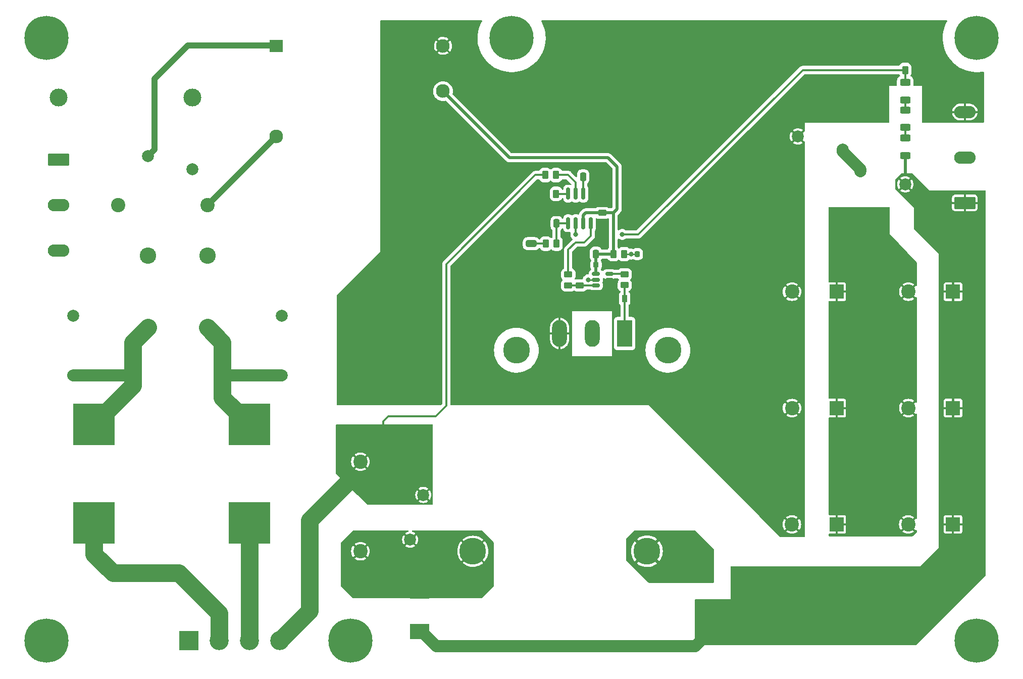
<source format=gtl>
%TF.GenerationSoftware,KiCad,Pcbnew,6.0.7-f9a2dced07~116~ubuntu20.04.1*%
%TF.CreationDate,2022-10-02T03:02:37-04:00*%
%TF.ProjectId,SSTC_PFC_Power_Supply,53535443-5f50-4464-935f-506f7765725f,rev?*%
%TF.SameCoordinates,Original*%
%TF.FileFunction,Copper,L1,Top*%
%TF.FilePolarity,Positive*%
%FSLAX46Y46*%
G04 Gerber Fmt 4.6, Leading zero omitted, Abs format (unit mm)*
G04 Created by KiCad (PCBNEW 6.0.7-f9a2dced07~116~ubuntu20.04.1) date 2022-10-02 03:02:37*
%MOMM*%
%LPD*%
G01*
G04 APERTURE LIST*
G04 Aperture macros list*
%AMRoundRect*
0 Rectangle with rounded corners*
0 $1 Rounding radius*
0 $2 $3 $4 $5 $6 $7 $8 $9 X,Y pos of 4 corners*
0 Add a 4 corners polygon primitive as box body*
4,1,4,$2,$3,$4,$5,$6,$7,$8,$9,$2,$3,0*
0 Add four circle primitives for the rounded corners*
1,1,$1+$1,$2,$3*
1,1,$1+$1,$4,$5*
1,1,$1+$1,$6,$7*
1,1,$1+$1,$8,$9*
0 Add four rect primitives between the rounded corners*
20,1,$1+$1,$2,$3,$4,$5,0*
20,1,$1+$1,$4,$5,$6,$7,0*
20,1,$1+$1,$6,$7,$8,$9,0*
20,1,$1+$1,$8,$9,$2,$3,0*%
G04 Aperture macros list end*
%TA.AperFunction,ComponentPad*%
%ADD10C,2.750000*%
%TD*%
%TA.AperFunction,SMDPad,CuDef*%
%ADD11RoundRect,0.250000X-0.650000X0.325000X-0.650000X-0.325000X0.650000X-0.325000X0.650000X0.325000X0*%
%TD*%
%TA.AperFunction,SMDPad,CuDef*%
%ADD12RoundRect,0.250000X0.450000X-0.262500X0.450000X0.262500X-0.450000X0.262500X-0.450000X-0.262500X0*%
%TD*%
%TA.AperFunction,SMDPad,CuDef*%
%ADD13R,0.900000X1.200000*%
%TD*%
%TA.AperFunction,SMDPad,CuDef*%
%ADD14RoundRect,0.250000X-0.362500X-1.425000X0.362500X-1.425000X0.362500X1.425000X-0.362500X1.425000X0*%
%TD*%
%TA.AperFunction,ComponentPad*%
%ADD15C,2.400000*%
%TD*%
%TA.AperFunction,ComponentPad*%
%ADD16C,7.400000*%
%TD*%
%TA.AperFunction,ComponentPad*%
%ADD17C,2.000000*%
%TD*%
%TA.AperFunction,ComponentPad*%
%ADD18RoundRect,0.250001X-1.549999X0.799999X-1.549999X-0.799999X1.549999X-0.799999X1.549999X0.799999X0*%
%TD*%
%TA.AperFunction,ComponentPad*%
%ADD19O,3.600000X2.100000*%
%TD*%
%TA.AperFunction,SMDPad,CuDef*%
%ADD20RoundRect,0.250000X0.262500X0.450000X-0.262500X0.450000X-0.262500X-0.450000X0.262500X-0.450000X0*%
%TD*%
%TA.AperFunction,SMDPad,CuDef*%
%ADD21RoundRect,0.408164X-1.341836X0.591836X-1.341836X-0.591836X1.341836X-0.591836X1.341836X0.591836X0*%
%TD*%
%TA.AperFunction,ComponentPad*%
%ADD22C,3.000000*%
%TD*%
%TA.AperFunction,SMDPad,CuDef*%
%ADD23RoundRect,0.250000X0.250000X0.475000X-0.250000X0.475000X-0.250000X-0.475000X0.250000X-0.475000X0*%
%TD*%
%TA.AperFunction,ComponentPad*%
%ADD24C,4.500000*%
%TD*%
%TA.AperFunction,SMDPad,CuDef*%
%ADD25RoundRect,0.150000X-0.150000X0.825000X-0.150000X-0.825000X0.150000X-0.825000X0.150000X0.825000X0*%
%TD*%
%TA.AperFunction,SMDPad,CuDef*%
%ADD26RoundRect,0.250000X-0.250000X-0.475000X0.250000X-0.475000X0.250000X0.475000X-0.250000X0.475000X0*%
%TD*%
%TA.AperFunction,SMDPad,CuDef*%
%ADD27R,7.000000X6.500000*%
%TD*%
%TA.AperFunction,SMDPad,CuDef*%
%ADD28R,1.500000X2.400000*%
%TD*%
%TA.AperFunction,SMDPad,CuDef*%
%ADD29RoundRect,0.250000X-0.625000X0.312500X-0.625000X-0.312500X0.625000X-0.312500X0.625000X0.312500X0*%
%TD*%
%TA.AperFunction,SMDPad,CuDef*%
%ADD30RoundRect,0.250000X-0.475000X0.250000X-0.475000X-0.250000X0.475000X-0.250000X0.475000X0.250000X0*%
%TD*%
%TA.AperFunction,ComponentPad*%
%ADD31R,2.500000X4.500000*%
%TD*%
%TA.AperFunction,ComponentPad*%
%ADD32O,2.500000X4.500000*%
%TD*%
%TA.AperFunction,ComponentPad*%
%ADD33R,2.400000X2.400000*%
%TD*%
%TA.AperFunction,SMDPad,CuDef*%
%ADD34R,3.300000X2.500000*%
%TD*%
%TA.AperFunction,SMDPad,CuDef*%
%ADD35R,7.000000X7.000000*%
%TD*%
%TA.AperFunction,SMDPad,CuDef*%
%ADD36RoundRect,0.250000X-0.450000X0.262500X-0.450000X-0.262500X0.450000X-0.262500X0.450000X0.262500X0*%
%TD*%
%TA.AperFunction,ComponentPad*%
%ADD37R,2.300000X2.000000*%
%TD*%
%TA.AperFunction,ComponentPad*%
%ADD38C,2.300000*%
%TD*%
%TA.AperFunction,SMDPad,CuDef*%
%ADD39RoundRect,0.225000X0.225000X0.250000X-0.225000X0.250000X-0.225000X-0.250000X0.225000X-0.250000X0*%
%TD*%
%TA.AperFunction,SMDPad,CuDef*%
%ADD40RoundRect,0.225000X-0.225000X-0.250000X0.225000X-0.250000X0.225000X0.250000X-0.225000X0.250000X0*%
%TD*%
%TA.AperFunction,SMDPad,CuDef*%
%ADD41RoundRect,0.250000X-0.262500X-0.450000X0.262500X-0.450000X0.262500X0.450000X-0.262500X0.450000X0*%
%TD*%
%TA.AperFunction,ComponentPad*%
%ADD42RoundRect,0.250001X1.549999X-0.799999X1.549999X0.799999X-1.549999X0.799999X-1.549999X-0.799999X0*%
%TD*%
%TA.AperFunction,SMDPad,CuDef*%
%ADD43RoundRect,0.150000X0.512500X0.150000X-0.512500X0.150000X-0.512500X-0.150000X0.512500X-0.150000X0*%
%TD*%
%TA.AperFunction,ComponentPad*%
%ADD44R,3.200000X3.200000*%
%TD*%
%TA.AperFunction,ComponentPad*%
%ADD45C,3.200000*%
%TD*%
%TA.AperFunction,ViaPad*%
%ADD46C,0.800000*%
%TD*%
%TA.AperFunction,ViaPad*%
%ADD47C,1.600000*%
%TD*%
%TA.AperFunction,Conductor*%
%ADD48C,1.000000*%
%TD*%
%TA.AperFunction,Conductor*%
%ADD49C,2.000000*%
%TD*%
%TA.AperFunction,Conductor*%
%ADD50C,3.000000*%
%TD*%
%TA.AperFunction,Conductor*%
%ADD51C,0.350000*%
%TD*%
%TA.AperFunction,Conductor*%
%ADD52C,0.500000*%
%TD*%
%TA.AperFunction,Conductor*%
%ADD53C,0.250000*%
%TD*%
G04 APERTURE END LIST*
D10*
%TO.P,FL1,1,1*%
%TO.N,/LIVE_FUSED*%
X81500000Y-66000000D03*
%TO.P,FL1,2,2*%
%TO.N,/L_CMC*%
X81500000Y-78000000D03*
%TO.P,FL1,3,3*%
%TO.N,/NEUTRAL*%
X71500000Y-66000000D03*
%TO.P,FL1,4,4*%
%TO.N,/N_CMC*%
X71500000Y-78000000D03*
%TD*%
D11*
%TO.P,C7,1*%
%TO.N,GND*%
X135795000Y-61000000D03*
%TO.P,C7,2*%
%TO.N,Net-(C7-Pad2)*%
X135795000Y-63950000D03*
%TD*%
D12*
%TO.P,R16,1*%
%TO.N,GND*%
X143950000Y-72775000D03*
%TO.P,R16,2*%
%TO.N,Net-(R15-Pad2)*%
X143950000Y-70950000D03*
%TD*%
D13*
%TO.P,D2,1,K*%
%TO.N,Net-(D2-Pad1)*%
X151450000Y-73150000D03*
%TO.P,D2,2,A*%
%TO.N,GND*%
X148150000Y-73150000D03*
%TD*%
D14*
%TO.P,R13,1*%
%TO.N,/VOUT_HALF*%
X195037500Y-59500000D03*
%TO.P,R13,2*%
%TO.N,/VOUT*%
X200962500Y-59500000D03*
%TD*%
D15*
%TO.P,C2,1*%
%TO.N,/L_CMC*%
X84000000Y-86000000D03*
%TO.P,C2,2*%
%TO.N,/N_CMC*%
X69000000Y-86000000D03*
%TD*%
D16*
%TO.P,H5,1*%
%TO.N,N/C*%
X132500000Y-29500000D03*
%TD*%
D17*
%TO.P,RV4,1*%
%TO.N,/V_RECT*%
X115500000Y-113550000D03*
%TO.P,RV4,2*%
%TO.N,Net-(C10-Pad2)*%
X117700000Y-106050000D03*
%TD*%
D16*
%TO.P,H3,1*%
%TO.N,N/C*%
X210500000Y-130500000D03*
%TD*%
D18*
%TO.P,J1,1,Pin_1*%
%TO.N,/LIVE_EXT*%
X56500000Y-49880000D03*
D19*
%TO.P,J1,2,Pin_2*%
%TO.N,/NEUTRAL*%
X56500000Y-57500000D03*
%TO.P,J1,3,Pin_3*%
%TO.N,Earth*%
X56500000Y-65120000D03*
%TD*%
D16*
%TO.P,H1,1*%
%TO.N,N/C*%
X54500000Y-29500000D03*
%TD*%
D20*
%TO.P,R17,1*%
%TO.N,Net-(C19-Pad1)*%
X151375000Y-65700000D03*
%TO.P,R17,2*%
%TO.N,+15V*%
X149550000Y-65700000D03*
%TD*%
D21*
%TO.P,R3,1*%
%TO.N,GND*%
X109000000Y-89987500D03*
%TO.P,R3,2*%
%TO.N,Net-(C10-Pad2)*%
X109000000Y-95912500D03*
%TD*%
D22*
%TO.P,F1,1*%
%TO.N,/LIVE_EXT*%
X56500000Y-39500000D03*
%TO.P,F1,2*%
%TO.N,/LIVE_FUSED*%
X79000000Y-39500000D03*
%TD*%
D17*
%TO.P,C4,1*%
%TO.N,/L_CMC*%
X94000000Y-86000000D03*
%TO.P,C4,2*%
%TO.N,Earth*%
X94000000Y-76000000D03*
%TD*%
D23*
%TO.P,C5,1*%
%TO.N,GND*%
X146400000Y-52750000D03*
%TO.P,C5,2*%
%TO.N,Net-(C5-Pad2)*%
X144500000Y-52750000D03*
%TD*%
D17*
%TO.P,RV3,1*%
%TO.N,Net-(RV2-Pad2)*%
X188000000Y-48200000D03*
%TO.P,RV3,2*%
%TO.N,GND*%
X180500000Y-46000000D03*
%TD*%
D24*
%TO.P,L3,1,1*%
%TO.N,/V_RECT*%
X126000000Y-115500000D03*
%TO.P,L3,2,2*%
%TO.N,/SW*%
X155200000Y-115500000D03*
%TD*%
D25*
%TO.P,U1,1,GND*%
%TO.N,GND*%
X145800000Y-55575000D03*
%TO.P,U1,2,ICOMP*%
%TO.N,Net-(C5-Pad2)*%
X144530000Y-55575000D03*
%TO.P,U1,3,ISENSE*%
%TO.N,Net-(R7-Pad1)*%
X143260000Y-55575000D03*
%TO.P,U1,4,FREQ*%
%TO.N,Net-(R4-Pad2)*%
X141990000Y-55575000D03*
%TO.P,U1,5,VCOMP*%
%TO.N,Net-(C8-Pad2)*%
X141990000Y-60525000D03*
%TO.P,U1,6,VSENSE*%
%TO.N,Net-(R11-Pad1)*%
X143260000Y-60525000D03*
%TO.P,U1,7,VCC*%
%TO.N,+15V*%
X144530000Y-60525000D03*
%TO.P,U1,8,GATE*%
%TO.N,Net-(R15-Pad1)*%
X145800000Y-60525000D03*
%TD*%
D26*
%TO.P,C8,1*%
%TO.N,GND*%
X138145000Y-60550000D03*
%TO.P,C8,2*%
%TO.N,Net-(C8-Pad2)*%
X140045000Y-60550000D03*
%TD*%
D27*
%TO.P,D4,1,K*%
%TO.N,/VOUT*%
X167780000Y-126900000D03*
D28*
X170080000Y-119500000D03*
%TO.P,D4,2,A*%
%TO.N,/SW*%
X165500000Y-119500000D03*
%TD*%
D16*
%TO.P,H4,1*%
%TO.N,N/C*%
X105500000Y-130500000D03*
%TD*%
D29*
%TO.P,R9,1*%
%TO.N,Net-(R10-Pad2)*%
X198500000Y-46237500D03*
%TO.P,R9,2*%
%TO.N,/VOUT*%
X198500000Y-49162500D03*
%TD*%
D30*
%TO.P,C9,1*%
%TO.N,GND*%
X147695000Y-56900000D03*
%TO.P,C9,2*%
%TO.N,+15V*%
X147695000Y-58800000D03*
%TD*%
D31*
%TO.P,Q1,1,G*%
%TO.N,Net-(D2-Pad1)*%
X151450000Y-79000000D03*
D32*
%TO.P,Q1,2,D*%
%TO.N,/SW*%
X146000000Y-79000000D03*
%TO.P,Q1,3,S*%
%TO.N,GND*%
X140550000Y-79000000D03*
%TD*%
D21*
%TO.P,R2,1*%
%TO.N,GND*%
X113000000Y-89987500D03*
%TO.P,R2,2*%
%TO.N,Net-(C10-Pad2)*%
X113000000Y-95912500D03*
%TD*%
D29*
%TO.P,R11,1*%
%TO.N,Net-(R11-Pad1)*%
X198500000Y-36937500D03*
%TO.P,R11,2*%
%TO.N,Net-(R10-Pad1)*%
X198500000Y-39862500D03*
%TD*%
%TO.P,R10,1*%
%TO.N,Net-(R10-Pad1)*%
X198500000Y-41537500D03*
%TO.P,R10,2*%
%TO.N,Net-(R10-Pad2)*%
X198500000Y-44462500D03*
%TD*%
D14*
%TO.P,R14,1*%
%TO.N,GND*%
X181037500Y-59500000D03*
%TO.P,R14,2*%
%TO.N,/VOUT_HALF*%
X186962500Y-59500000D03*
%TD*%
D21*
%TO.P,R5,1*%
%TO.N,GND*%
X105000000Y-89987500D03*
%TO.P,R5,2*%
%TO.N,Net-(C10-Pad2)*%
X105000000Y-95912500D03*
%TD*%
D33*
%TO.P,C11,1*%
%TO.N,/VOUT*%
X206500000Y-111000000D03*
D15*
%TO.P,C11,2*%
%TO.N,/VOUT_HALF*%
X199000000Y-111000000D03*
%TD*%
D24*
%TO.P,HS1,1*%
%TO.N,N/C*%
X158700000Y-81820000D03*
X133300000Y-81820000D03*
%TD*%
D16*
%TO.P,H6,1*%
%TO.N,N/C*%
X54500000Y-130500000D03*
%TD*%
D17*
%TO.P,RV2,1*%
%TO.N,/VOUT*%
X198500000Y-54000000D03*
%TO.P,RV2,2*%
%TO.N,Net-(RV2-Pad2)*%
X191000000Y-51800000D03*
%TD*%
D34*
%TO.P,D3,1,K*%
%TO.N,/VOUT*%
X117100000Y-128950000D03*
%TO.P,D3,2,A*%
%TO.N,/V_RECT*%
X117100000Y-122150000D03*
%TD*%
D15*
%TO.P,C1,1*%
%TO.N,/LIVE_FUSED*%
X81500000Y-57500000D03*
%TO.P,C1,2*%
%TO.N,/NEUTRAL*%
X66500000Y-57500000D03*
%TD*%
D16*
%TO.P,H2,1*%
%TO.N,N/C*%
X210500000Y-29500000D03*
%TD*%
D17*
%TO.P,C3,1*%
%TO.N,/N_CMC*%
X59000000Y-86000000D03*
%TO.P,C3,2*%
%TO.N,Earth*%
X59000000Y-76000000D03*
%TD*%
D35*
%TO.P,L2,1,1*%
%TO.N,/N_CMC*%
X62500000Y-94250000D03*
%TO.P,L2,2,2*%
%TO.N,/N_FILT*%
X62500000Y-110750000D03*
%TD*%
D12*
%TO.P,R8,1*%
%TO.N,Net-(D2-Pad1)*%
X151450000Y-70912500D03*
%TO.P,R8,2*%
%TO.N,Net-(R8-Pad2)*%
X151450000Y-69087500D03*
%TD*%
D33*
%TO.P,C14,1*%
%TO.N,/VOUT_HALF*%
X187022220Y-91500000D03*
D15*
%TO.P,C14,2*%
%TO.N,GND*%
X179522220Y-91500000D03*
%TD*%
D36*
%TO.P,R15,1*%
%TO.N,Net-(R15-Pad1)*%
X142000000Y-69125000D03*
%TO.P,R15,2*%
%TO.N,Net-(R15-Pad2)*%
X142000000Y-70950000D03*
%TD*%
D33*
%TO.P,C13,1*%
%TO.N,/VOUT*%
X206522220Y-91500000D03*
D15*
%TO.P,C13,2*%
%TO.N,/VOUT_HALF*%
X199022220Y-91500000D03*
%TD*%
D35*
%TO.P,L1,1,1*%
%TO.N,/L_CMC*%
X88500000Y-94250000D03*
%TO.P,L1,2,2*%
%TO.N,/L_FILT*%
X88500000Y-110750000D03*
%TD*%
D15*
%TO.P,C10,1*%
%TO.N,/V_RECT*%
X107150000Y-115500000D03*
%TO.P,C10,2*%
%TO.N,Net-(C10-Pad2)*%
X107150000Y-100500000D03*
%TD*%
D37*
%TO.P,PS1,1,AC/N*%
%TO.N,/NEUTRAL*%
X93000000Y-30800000D03*
D38*
%TO.P,PS1,2,AC/L*%
%TO.N,/LIVE_FUSED*%
X93000000Y-46000000D03*
%TO.P,PS1,3,-Vo*%
%TO.N,GND*%
X121000000Y-30800000D03*
%TO.P,PS1,4,+Vo*%
%TO.N,+15V*%
X121000000Y-38400000D03*
%TD*%
D39*
%TO.P,C18,1*%
%TO.N,+15V*%
X146637500Y-67500000D03*
%TO.P,C18,2*%
%TO.N,GND*%
X145087500Y-67500000D03*
%TD*%
D20*
%TO.P,R7,1*%
%TO.N,Net-(R7-Pad1)*%
X139957500Y-52450000D03*
%TO.P,R7,2*%
%TO.N,Net-(C10-Pad2)*%
X138132500Y-52450000D03*
%TD*%
D40*
%TO.P,C19,1*%
%TO.N,Net-(C19-Pad1)*%
X153575000Y-65700000D03*
%TO.P,C19,2*%
%TO.N,GND*%
X155125000Y-65700000D03*
%TD*%
D33*
%TO.P,C15,1*%
%TO.N,/VOUT*%
X206522220Y-72000000D03*
D15*
%TO.P,C15,2*%
%TO.N,/VOUT_HALF*%
X199022220Y-72000000D03*
%TD*%
D23*
%TO.P,C17,1*%
%TO.N,+15V*%
X146637500Y-65700000D03*
%TO.P,C17,2*%
%TO.N,GND*%
X144737500Y-65700000D03*
%TD*%
D15*
%TO.P,C6,1*%
%TO.N,/L_FILT*%
X88500000Y-119150000D03*
%TO.P,C6,2*%
%TO.N,/N_FILT*%
X73500000Y-119150000D03*
%TD*%
D20*
%TO.P,R12,1*%
%TO.N,GND*%
X200325000Y-34850000D03*
%TO.P,R12,2*%
%TO.N,Net-(R11-Pad1)*%
X198500000Y-34850000D03*
%TD*%
D41*
%TO.P,R4,1*%
%TO.N,GND*%
X138132500Y-55600000D03*
%TO.P,R4,2*%
%TO.N,Net-(R4-Pad2)*%
X139957500Y-55600000D03*
%TD*%
D42*
%TO.P,J2,1,Pin_1*%
%TO.N,/VOUT*%
X208500000Y-57120000D03*
D19*
%TO.P,J2,2,Pin_2*%
%TO.N,unconnected-(J2-Pad2)*%
X208500000Y-49500000D03*
%TO.P,J2,3,Pin_3*%
%TO.N,GND*%
X208500000Y-41880000D03*
%TD*%
D43*
%TO.P,U2,1,OCP*%
%TO.N,GND*%
X148900000Y-70950000D03*
%TO.P,U2,2,COM*%
X148900000Y-70000000D03*
%TO.P,U2,3,OUT*%
%TO.N,Net-(R8-Pad2)*%
X148900000Y-69050000D03*
%TO.P,U2,4,VCC*%
%TO.N,+15V*%
X146625000Y-69050000D03*
%TO.P,U2,5,EN/FLT*%
%TO.N,Net-(C19-Pad1)*%
X146625000Y-70000000D03*
%TO.P,U2,6,IN*%
%TO.N,Net-(R15-Pad2)*%
X146625000Y-70950000D03*
%TD*%
D41*
%TO.P,R6,1*%
%TO.N,Net-(C7-Pad2)*%
X138220000Y-63950000D03*
%TO.P,R6,2*%
%TO.N,Net-(C8-Pad2)*%
X140045000Y-63950000D03*
%TD*%
D33*
%TO.P,C12,1*%
%TO.N,/VOUT_HALF*%
X187000000Y-111000000D03*
D15*
%TO.P,C12,2*%
%TO.N,GND*%
X179500000Y-111000000D03*
%TD*%
D17*
%TO.P,RV1,1*%
%TO.N,/LIVE_FUSED*%
X79000000Y-51500000D03*
%TO.P,RV1,2*%
%TO.N,/NEUTRAL*%
X71500000Y-49300000D03*
%TD*%
D44*
%TO.P,D1,1,+*%
%TO.N,/V_RECT*%
X78340000Y-130500000D03*
D45*
%TO.P,D1,2*%
%TO.N,/N_FILT*%
X83420000Y-130500000D03*
%TO.P,D1,3*%
%TO.N,/L_FILT*%
X88500000Y-130500000D03*
%TO.P,D1,4,-*%
%TO.N,Net-(C10-Pad2)*%
X93580000Y-130500000D03*
%TD*%
D21*
%TO.P,R1,1*%
%TO.N,GND*%
X117000000Y-89987500D03*
%TO.P,R1,2*%
%TO.N,Net-(C10-Pad2)*%
X117000000Y-95912500D03*
%TD*%
D33*
%TO.P,C16,1*%
%TO.N,/VOUT_HALF*%
X187022220Y-72000000D03*
D15*
%TO.P,C16,2*%
%TO.N,GND*%
X179522220Y-72000000D03*
%TD*%
D46*
%TO.N,GND*%
X146595000Y-55600000D03*
X179900000Y-59500000D03*
X112462500Y-88500000D03*
X149950000Y-70450000D03*
X135795000Y-59950000D03*
X116175000Y-88500000D03*
X118650000Y-88500000D03*
X103800000Y-88500000D03*
X117412500Y-88500000D03*
X143787500Y-65700000D03*
X201400000Y-34850000D03*
X179900000Y-60600000D03*
X143937500Y-73712500D03*
X107512500Y-88500000D03*
X147200000Y-73150000D03*
X105037500Y-88500000D03*
X137145000Y-60550000D03*
X179900000Y-58400000D03*
X156050000Y-65700000D03*
X108750000Y-88500000D03*
X109987500Y-88500000D03*
X147350000Y-52750000D03*
X147695000Y-55900000D03*
X137145000Y-55600000D03*
X113700000Y-88500000D03*
X106275000Y-88500000D03*
X111225000Y-88500000D03*
X144137500Y-67500000D03*
X148900000Y-71700000D03*
X114937500Y-88500000D03*
%TO.N,/V_RECT*%
X118250000Y-120450000D03*
X116050000Y-120450000D03*
X117150000Y-120450000D03*
D47*
X105900000Y-121200000D03*
D46*
%TO.N,/VOUT*%
X170750000Y-128450000D03*
X164750000Y-125400000D03*
X164750000Y-124100000D03*
X164750000Y-129700000D03*
X167800000Y-128350000D03*
X164750000Y-126850000D03*
X167800000Y-124150000D03*
X170750000Y-125650000D03*
X166250000Y-126900000D03*
X169300000Y-126950000D03*
X170750000Y-129750000D03*
X170800000Y-124150000D03*
X166200000Y-129700000D03*
X167800000Y-125500000D03*
X164750000Y-128200000D03*
X169300000Y-129700000D03*
X167800000Y-129700000D03*
X166250000Y-124150000D03*
X167800000Y-126900000D03*
X169500000Y-124150000D03*
X170750000Y-127000000D03*
%TO.N,/VOUT_HALF*%
X188500000Y-59500000D03*
X193500000Y-60500000D03*
X193500000Y-58500000D03*
X188500000Y-60500000D03*
X188500000Y-58500000D03*
X193500000Y-59500000D03*
%TO.N,Net-(R11-Pad1)*%
X151050000Y-62400000D03*
X143260000Y-62435000D03*
%TO.N,Net-(C19-Pad1)*%
X145350000Y-70000000D03*
X152550000Y-65700000D03*
%TD*%
D48*
%TO.N,/LIVE_FUSED*%
X81500000Y-57500000D02*
X93000000Y-46000000D01*
%TO.N,/NEUTRAL*%
X71500000Y-49300000D02*
X72600000Y-48200000D01*
X72600000Y-48200000D02*
X72600000Y-36350000D01*
X78185000Y-30765000D02*
X93030000Y-30765000D01*
X72600000Y-36350000D02*
X78185000Y-30765000D01*
D49*
%TO.N,/L_CMC*%
X84000000Y-86000000D02*
X94000000Y-86000000D01*
D50*
X88500000Y-94250000D02*
X84000000Y-89750000D01*
X84000000Y-80500000D02*
X81500000Y-78000000D01*
X84000000Y-86000000D02*
X84000000Y-80500000D01*
X84000000Y-89750000D02*
X84000000Y-86000000D01*
%TO.N,/N_CMC*%
X69000000Y-80500000D02*
X71500000Y-78000000D01*
X69000000Y-87750000D02*
X62500000Y-94250000D01*
X69000000Y-86000000D02*
X69000000Y-80500000D01*
X69000000Y-86000000D02*
X69000000Y-87750000D01*
D49*
X69000000Y-86000000D02*
X59000000Y-86000000D01*
D51*
%TO.N,Net-(C5-Pad2)*%
X144530000Y-52780000D02*
X144500000Y-52750000D01*
X144530000Y-55575000D02*
X144530000Y-52780000D01*
D50*
%TO.N,/L_FILT*%
X88500000Y-130500000D02*
X88500000Y-110750000D01*
%TO.N,/N_FILT*%
X62500000Y-110750000D02*
X62500000Y-116000000D01*
X62500000Y-116000000D02*
X65650000Y-119150000D01*
X83420000Y-125920000D02*
X83420000Y-130500000D01*
X65650000Y-119150000D02*
X76650000Y-119150000D01*
X76650000Y-119150000D02*
X83420000Y-125920000D01*
D51*
%TO.N,Net-(C7-Pad2)*%
X138220000Y-63950000D02*
X135795000Y-63950000D01*
%TO.N,Net-(C8-Pad2)*%
X141965000Y-60550000D02*
X141990000Y-60525000D01*
X140045000Y-60550000D02*
X140045000Y-63950000D01*
X140045000Y-60550000D02*
X141965000Y-60550000D01*
D52*
%TO.N,+15V*%
X150195000Y-51050000D02*
X150195000Y-58150000D01*
X149545000Y-65695000D02*
X149550000Y-65700000D01*
X146637500Y-69037500D02*
X146625000Y-69050000D01*
X149545000Y-58800000D02*
X147695000Y-58800000D01*
X132150000Y-49550000D02*
X148695000Y-49550000D01*
X147695000Y-58800000D02*
X144895000Y-58800000D01*
X148695000Y-49550000D02*
X150195000Y-51050000D01*
X150195000Y-58150000D02*
X149545000Y-58800000D01*
X146637500Y-67500000D02*
X146637500Y-69037500D01*
X144530000Y-59165000D02*
X144530000Y-60525000D01*
X149545000Y-58800000D02*
X149545000Y-65695000D01*
X144895000Y-58800000D02*
X144530000Y-59165000D01*
X149550000Y-65700000D02*
X146637500Y-65700000D01*
X121000000Y-38400000D02*
X132150000Y-49550000D01*
X146637500Y-65700000D02*
X146637500Y-67500000D01*
D50*
%TO.N,Net-(C10-Pad2)*%
X98600000Y-125480000D02*
X98600000Y-110300000D01*
D51*
X111000000Y-93750000D02*
X111850000Y-92900000D01*
X119750000Y-92900000D02*
X121550000Y-91100000D01*
D50*
X93580000Y-130500000D02*
X98600000Y-125480000D01*
D51*
X111850000Y-92900000D02*
X119750000Y-92900000D01*
X121550000Y-91100000D02*
X121550000Y-67400000D01*
D50*
X98600000Y-110300000D02*
X105300000Y-103600000D01*
D51*
X111000000Y-95600000D02*
X111000000Y-93750000D01*
X121550000Y-67400000D02*
X136500000Y-52450000D01*
X136500000Y-52450000D02*
X138132500Y-52450000D01*
D52*
%TO.N,/VOUT*%
X198500000Y-49162500D02*
X198500000Y-52350000D01*
D49*
X163280000Y-131400000D02*
X167780000Y-126900000D01*
X119900000Y-131400000D02*
X163280000Y-131400000D01*
X117450000Y-128950000D02*
X119900000Y-131400000D01*
D51*
%TO.N,Net-(D2-Pad1)*%
X151450000Y-70912500D02*
X151450000Y-79000000D01*
%TO.N,Net-(R4-Pad2)*%
X141965000Y-55600000D02*
X141990000Y-55575000D01*
X139957500Y-55600000D02*
X141965000Y-55600000D01*
%TO.N,Net-(R7-Pad1)*%
X143260000Y-53715000D02*
X141995000Y-52450000D01*
X141995000Y-52450000D02*
X139957500Y-52450000D01*
X143260000Y-55575000D02*
X143260000Y-53715000D01*
%TO.N,Net-(R8-Pad2)*%
X148900000Y-69050000D02*
X151412500Y-69050000D01*
X151412500Y-69050000D02*
X151450000Y-69087500D01*
%TO.N,Net-(R10-Pad2)*%
X198500000Y-46237500D02*
X198500000Y-44462500D01*
%TO.N,Net-(R10-Pad1)*%
X198500000Y-41537500D02*
X198500000Y-39862500D01*
%TO.N,Net-(R11-Pad1)*%
X151050000Y-62400000D02*
X153750000Y-62400000D01*
X153750000Y-62400000D02*
X181300000Y-34850000D01*
X143260000Y-60525000D02*
X143260000Y-62435000D01*
X143260000Y-62435000D02*
X143245000Y-62450000D01*
X198500000Y-36937500D02*
X198500000Y-34850000D01*
X181300000Y-34850000D02*
X198500000Y-34850000D01*
D49*
%TO.N,Net-(RV2-Pad2)*%
X191000000Y-51800000D02*
X191000000Y-51500000D01*
X188000000Y-48500000D02*
X188000000Y-48200000D01*
X191000000Y-51500000D02*
X188000000Y-48500000D01*
D51*
%TO.N,Net-(R15-Pad1)*%
X144700000Y-63750000D02*
X143200000Y-63750000D01*
X145800000Y-62650000D02*
X144700000Y-63750000D01*
X145800000Y-60525000D02*
X145800000Y-62650000D01*
X142000000Y-64950000D02*
X142000000Y-69125000D01*
X143200000Y-63750000D02*
X142000000Y-64950000D01*
%TO.N,Net-(R15-Pad2)*%
X142000000Y-70950000D02*
X146625000Y-70950000D01*
D53*
%TO.N,Net-(C19-Pad1)*%
X146625000Y-70000000D02*
X145350000Y-70000000D01*
X152550000Y-65700000D02*
X153575000Y-65700000D01*
X152550000Y-65700000D02*
X151375000Y-65700000D01*
%TD*%
%TA.AperFunction,Conductor*%
%TO.N,/SW*%
G36*
X163315931Y-112020002D02*
G01*
X163336905Y-112036905D01*
X166363095Y-115063095D01*
X166397121Y-115125407D01*
X166400000Y-115152190D01*
X166400000Y-120674000D01*
X166379998Y-120742121D01*
X166326342Y-120788614D01*
X166274000Y-120800000D01*
X155552190Y-120800000D01*
X155484069Y-120779998D01*
X155463095Y-120763095D01*
X152242648Y-117542648D01*
X153516819Y-117542648D01*
X153524344Y-117553081D01*
X153659146Y-117661659D01*
X153665319Y-117666045D01*
X153929997Y-117831113D01*
X153936657Y-117834729D01*
X154219243Y-117966802D01*
X154226296Y-117969595D01*
X154522715Y-118066766D01*
X154530027Y-118068684D01*
X154835978Y-118129541D01*
X154843476Y-118130569D01*
X155154523Y-118154229D01*
X155162086Y-118154347D01*
X155473710Y-118140469D01*
X155481256Y-118139676D01*
X155788949Y-118088462D01*
X155796333Y-118086771D01*
X156095664Y-117998957D01*
X156102772Y-117996398D01*
X156389383Y-117873261D01*
X156396156Y-117869855D01*
X156665896Y-117713177D01*
X156672188Y-117708996D01*
X156876118Y-117555044D01*
X156884574Y-117543652D01*
X156877856Y-117531409D01*
X155212812Y-115866365D01*
X155198868Y-115858751D01*
X155197035Y-115858882D01*
X155190420Y-115863133D01*
X153523934Y-117529619D01*
X153516819Y-117542648D01*
X152242648Y-117542648D01*
X151736905Y-117036905D01*
X151702879Y-116974593D01*
X151700000Y-116947810D01*
X151700000Y-115475991D01*
X152545491Y-115475991D01*
X152561000Y-115787537D01*
X152561831Y-115795066D01*
X152614656Y-116102491D01*
X152616389Y-116109878D01*
X152705763Y-116408726D01*
X152708366Y-116415839D01*
X152833000Y-116701793D01*
X152836442Y-116708549D01*
X152994525Y-116977456D01*
X152998748Y-116983741D01*
X153145293Y-117175762D01*
X153156819Y-117184224D01*
X153168884Y-117177563D01*
X154833635Y-115512812D01*
X154840013Y-115501132D01*
X155558751Y-115501132D01*
X155558882Y-115502965D01*
X155563133Y-115509580D01*
X157229518Y-117175965D01*
X157242641Y-117183131D01*
X157252943Y-117175741D01*
X157353567Y-117052144D01*
X157357971Y-117046017D01*
X157524436Y-116782186D01*
X157528085Y-116775548D01*
X157661632Y-116493662D01*
X157664463Y-116486622D01*
X157763185Y-116190711D01*
X157765139Y-116183420D01*
X157827598Y-115877788D01*
X157828666Y-115870284D01*
X157854080Y-115557834D01*
X157854285Y-115553359D01*
X157854821Y-115502221D01*
X157854711Y-115497789D01*
X157835844Y-115184833D01*
X157834936Y-115177331D01*
X157778890Y-114870453D01*
X157777089Y-114863120D01*
X157684580Y-114565194D01*
X157681908Y-114558122D01*
X157554287Y-114273490D01*
X157550770Y-114266763D01*
X157389886Y-113999536D01*
X157385589Y-113993283D01*
X157254188Y-113824794D01*
X157242394Y-113816323D01*
X157230684Y-113822869D01*
X155566365Y-115487188D01*
X155558751Y-115501132D01*
X154840013Y-115501132D01*
X154841249Y-115498868D01*
X154841118Y-115497035D01*
X154836867Y-115490420D01*
X153170228Y-113823781D01*
X153157293Y-113816718D01*
X153146731Y-113824378D01*
X153030305Y-113970483D01*
X153025949Y-113976681D01*
X152862268Y-114242222D01*
X152858688Y-114248898D01*
X152728093Y-114532181D01*
X152725343Y-114539232D01*
X152629725Y-114836158D01*
X152627842Y-114843491D01*
X152568588Y-115149754D01*
X152567601Y-115157254D01*
X152545570Y-115468410D01*
X152545491Y-115475991D01*
X151700000Y-115475991D01*
X151700000Y-113457239D01*
X153516075Y-113457239D01*
X153522678Y-113469125D01*
X155187188Y-115133635D01*
X155201132Y-115141249D01*
X155202965Y-115141118D01*
X155209580Y-115136867D01*
X156876424Y-113470023D01*
X156883436Y-113457182D01*
X156875641Y-113446493D01*
X156718124Y-113322318D01*
X156711930Y-113318012D01*
X156445513Y-113155709D01*
X156438833Y-113152172D01*
X156154863Y-113023060D01*
X156147793Y-113020346D01*
X155850382Y-112926287D01*
X155843031Y-112924440D01*
X155536464Y-112866790D01*
X155528954Y-112865842D01*
X155217685Y-112845440D01*
X155210120Y-112845400D01*
X154898643Y-112862542D01*
X154891130Y-112863411D01*
X154583970Y-112917849D01*
X154576609Y-112919616D01*
X154278232Y-113010555D01*
X154271125Y-113013197D01*
X153985823Y-113139328D01*
X153979097Y-113142799D01*
X153711015Y-113302291D01*
X153704751Y-113306548D01*
X153524544Y-113445577D01*
X153516075Y-113457239D01*
X151700000Y-113457239D01*
X151700000Y-113452190D01*
X151720002Y-113384069D01*
X151736905Y-113363095D01*
X153063095Y-112036905D01*
X153125407Y-112002879D01*
X153152190Y-112000000D01*
X163247810Y-112000000D01*
X163315931Y-112020002D01*
G37*
%TD.AperFunction*%
%TD*%
%TA.AperFunction,Conductor*%
%TO.N,/VOUT_HALF*%
G36*
X195842121Y-57820002D02*
G01*
X195888614Y-57873658D01*
X195900000Y-57926000D01*
X195900000Y-62300000D01*
X195907706Y-62308129D01*
X195907706Y-62308130D01*
X200415445Y-67063546D01*
X200447792Y-67126745D01*
X200450000Y-67150228D01*
X200450000Y-70947390D01*
X200429998Y-71015511D01*
X200376342Y-71062004D01*
X200306068Y-71072108D01*
X200255125Y-71052899D01*
X200234483Y-71039424D01*
X200224275Y-71045432D01*
X199282519Y-71987188D01*
X199274905Y-72001132D01*
X199275036Y-72002965D01*
X199279287Y-72009580D01*
X200222817Y-72953110D01*
X200236354Y-72960502D01*
X200251771Y-72949716D01*
X200319054Y-72927055D01*
X200387907Y-72944368D01*
X200436471Y-72996157D01*
X200450000Y-73052958D01*
X200450000Y-90447390D01*
X200429998Y-90515511D01*
X200376342Y-90562004D01*
X200306068Y-90572108D01*
X200255125Y-90552899D01*
X200234483Y-90539424D01*
X200224275Y-90545432D01*
X199282519Y-91487188D01*
X199274905Y-91501132D01*
X199275036Y-91502965D01*
X199279287Y-91509580D01*
X200222817Y-92453110D01*
X200236354Y-92460502D01*
X200251771Y-92449716D01*
X200319054Y-92427055D01*
X200387907Y-92444368D01*
X200436471Y-92496157D01*
X200450000Y-92552958D01*
X200450000Y-109969552D01*
X200429998Y-110037673D01*
X200376342Y-110084166D01*
X200306068Y-110094270D01*
X200241488Y-110064776D01*
X200228189Y-110051383D01*
X200225173Y-110047852D01*
X200212263Y-110039424D01*
X200202055Y-110045432D01*
X199260299Y-110987188D01*
X199252685Y-111001132D01*
X199252816Y-111002965D01*
X199257067Y-111009580D01*
X200200597Y-111953110D01*
X200214134Y-111960502D01*
X200223835Y-111953715D01*
X200228189Y-111948617D01*
X200287640Y-111909808D01*
X200358635Y-111909302D01*
X200418633Y-111947258D01*
X200448586Y-112011627D01*
X200450000Y-112030448D01*
X200450000Y-112245246D01*
X200429998Y-112313367D01*
X200409972Y-112337359D01*
X200120130Y-112607879D01*
X199778920Y-112926342D01*
X199736308Y-112966113D01*
X199672860Y-112997970D01*
X199650336Y-113000000D01*
X185776000Y-113000000D01*
X185707879Y-112979998D01*
X185661386Y-112926342D01*
X185650000Y-112874000D01*
X185650000Y-112676000D01*
X185670002Y-112607879D01*
X185723658Y-112561386D01*
X185776000Y-112550000D01*
X186806885Y-112550000D01*
X186822124Y-112545525D01*
X186823329Y-112544135D01*
X186825000Y-112536452D01*
X186825000Y-112531884D01*
X187175000Y-112531884D01*
X187179475Y-112547123D01*
X187180865Y-112548328D01*
X187188548Y-112549999D01*
X188228568Y-112549999D01*
X188237734Y-112549328D01*
X188292278Y-112541300D01*
X188310759Y-112535557D01*
X188397213Y-112493111D01*
X188413918Y-112481151D01*
X188481523Y-112413428D01*
X188493455Y-112396700D01*
X188535755Y-112310162D01*
X188541463Y-112291694D01*
X188549340Y-112237703D01*
X188550000Y-112228604D01*
X188550000Y-112214134D01*
X198039498Y-112214134D01*
X198046285Y-112223835D01*
X198082357Y-112254644D01*
X198090330Y-112260436D01*
X198289919Y-112382745D01*
X198298713Y-112387226D01*
X198514970Y-112476802D01*
X198524355Y-112479851D01*
X198751964Y-112534496D01*
X198761711Y-112536039D01*
X198995070Y-112554405D01*
X199004930Y-112554405D01*
X199238289Y-112536039D01*
X199248036Y-112534496D01*
X199475645Y-112479851D01*
X199485030Y-112476802D01*
X199701287Y-112387226D01*
X199710081Y-112382745D01*
X199909670Y-112260436D01*
X199917643Y-112254644D01*
X199952148Y-112225173D01*
X199960576Y-112212263D01*
X199954568Y-112202055D01*
X199012812Y-111260299D01*
X198998868Y-111252685D01*
X198997035Y-111252816D01*
X198990420Y-111257067D01*
X198046890Y-112200597D01*
X198039498Y-112214134D01*
X188550000Y-112214134D01*
X188550000Y-111193115D01*
X188545525Y-111177876D01*
X188544135Y-111176671D01*
X188536452Y-111175000D01*
X187193115Y-111175000D01*
X187177876Y-111179475D01*
X187176671Y-111180865D01*
X187175000Y-111188548D01*
X187175000Y-112531884D01*
X186825000Y-112531884D01*
X186825000Y-111004930D01*
X197445595Y-111004930D01*
X197463961Y-111238289D01*
X197465504Y-111248036D01*
X197520149Y-111475645D01*
X197523198Y-111485030D01*
X197612774Y-111701287D01*
X197617255Y-111710081D01*
X197739564Y-111909670D01*
X197745356Y-111917643D01*
X197774827Y-111952148D01*
X197787737Y-111960576D01*
X197797945Y-111954568D01*
X198739701Y-111012812D01*
X198747315Y-110998868D01*
X198747184Y-110997035D01*
X198742933Y-110990420D01*
X197799403Y-110046890D01*
X197785866Y-110039498D01*
X197776165Y-110046285D01*
X197745356Y-110082357D01*
X197739564Y-110090330D01*
X197617255Y-110289919D01*
X197612774Y-110298713D01*
X197523198Y-110514970D01*
X197520149Y-110524355D01*
X197465504Y-110751964D01*
X197463961Y-110761711D01*
X197445595Y-110995070D01*
X197445595Y-111004930D01*
X186825000Y-111004930D01*
X186825000Y-110806885D01*
X187175000Y-110806885D01*
X187179475Y-110822124D01*
X187180865Y-110823329D01*
X187188548Y-110825000D01*
X188531884Y-110825000D01*
X188547123Y-110820525D01*
X188548328Y-110819135D01*
X188549999Y-110811452D01*
X188549999Y-109787737D01*
X198039424Y-109787737D01*
X198045432Y-109797945D01*
X198987188Y-110739701D01*
X199001132Y-110747315D01*
X199002965Y-110747184D01*
X199009580Y-110742933D01*
X199953110Y-109799403D01*
X199960502Y-109785866D01*
X199953715Y-109776165D01*
X199917643Y-109745356D01*
X199909670Y-109739564D01*
X199710081Y-109617255D01*
X199701287Y-109612774D01*
X199485030Y-109523198D01*
X199475645Y-109520149D01*
X199248036Y-109465504D01*
X199238289Y-109463961D01*
X199004930Y-109445595D01*
X198995070Y-109445595D01*
X198761711Y-109463961D01*
X198751964Y-109465504D01*
X198524355Y-109520149D01*
X198514970Y-109523198D01*
X198298713Y-109612774D01*
X198289919Y-109617255D01*
X198090330Y-109739564D01*
X198082357Y-109745356D01*
X198047852Y-109774827D01*
X198039424Y-109787737D01*
X188549999Y-109787737D01*
X188549999Y-109771432D01*
X188549328Y-109762266D01*
X188541300Y-109707722D01*
X188535557Y-109689241D01*
X188493111Y-109602787D01*
X188481151Y-109586082D01*
X188413428Y-109518477D01*
X188396700Y-109506545D01*
X188310162Y-109464245D01*
X188291694Y-109458537D01*
X188237703Y-109450660D01*
X188228604Y-109450000D01*
X187193115Y-109450000D01*
X187177876Y-109454475D01*
X187176671Y-109455865D01*
X187175000Y-109463548D01*
X187175000Y-110806885D01*
X186825000Y-110806885D01*
X186825000Y-109468116D01*
X186820525Y-109452877D01*
X186819135Y-109451672D01*
X186811452Y-109450001D01*
X185776000Y-109450001D01*
X185707879Y-109429999D01*
X185661386Y-109376343D01*
X185650000Y-109324001D01*
X185650000Y-93175053D01*
X185670002Y-93106932D01*
X185723658Y-93060439D01*
X185785124Y-93049384D01*
X185793608Y-93050000D01*
X186829105Y-93050000D01*
X186844344Y-93045525D01*
X186845549Y-93044135D01*
X186847220Y-93036452D01*
X186847220Y-93031884D01*
X187197220Y-93031884D01*
X187201695Y-93047123D01*
X187203085Y-93048328D01*
X187210768Y-93049999D01*
X188250788Y-93049999D01*
X188259954Y-93049328D01*
X188314498Y-93041300D01*
X188332979Y-93035557D01*
X188419433Y-92993111D01*
X188436138Y-92981151D01*
X188503743Y-92913428D01*
X188515675Y-92896700D01*
X188557975Y-92810162D01*
X188563683Y-92791694D01*
X188571560Y-92737703D01*
X188572220Y-92728604D01*
X188572220Y-92714134D01*
X198061718Y-92714134D01*
X198068505Y-92723835D01*
X198104577Y-92754644D01*
X198112550Y-92760436D01*
X198312139Y-92882745D01*
X198320933Y-92887226D01*
X198537190Y-92976802D01*
X198546575Y-92979851D01*
X198774184Y-93034496D01*
X198783931Y-93036039D01*
X199017290Y-93054405D01*
X199027150Y-93054405D01*
X199260509Y-93036039D01*
X199270256Y-93034496D01*
X199497865Y-92979851D01*
X199507250Y-92976802D01*
X199723507Y-92887226D01*
X199732301Y-92882745D01*
X199931890Y-92760436D01*
X199939863Y-92754644D01*
X199974368Y-92725173D01*
X199982796Y-92712263D01*
X199976788Y-92702055D01*
X199035032Y-91760299D01*
X199021088Y-91752685D01*
X199019255Y-91752816D01*
X199012640Y-91757067D01*
X198069110Y-92700597D01*
X198061718Y-92714134D01*
X188572220Y-92714134D01*
X188572220Y-91693115D01*
X188567745Y-91677876D01*
X188566355Y-91676671D01*
X188558672Y-91675000D01*
X187215335Y-91675000D01*
X187200096Y-91679475D01*
X187198891Y-91680865D01*
X187197220Y-91688548D01*
X187197220Y-93031884D01*
X186847220Y-93031884D01*
X186847220Y-91504930D01*
X197467815Y-91504930D01*
X197486181Y-91738289D01*
X197487724Y-91748036D01*
X197542369Y-91975645D01*
X197545418Y-91985030D01*
X197634994Y-92201287D01*
X197639475Y-92210081D01*
X197761784Y-92409670D01*
X197767576Y-92417643D01*
X197797047Y-92452148D01*
X197809957Y-92460576D01*
X197820165Y-92454568D01*
X198761921Y-91512812D01*
X198769535Y-91498868D01*
X198769404Y-91497035D01*
X198765153Y-91490420D01*
X197821623Y-90546890D01*
X197808086Y-90539498D01*
X197798385Y-90546285D01*
X197767576Y-90582357D01*
X197761784Y-90590330D01*
X197639475Y-90789919D01*
X197634994Y-90798713D01*
X197545418Y-91014970D01*
X197542369Y-91024355D01*
X197487724Y-91251964D01*
X197486181Y-91261711D01*
X197467815Y-91495070D01*
X197467815Y-91504930D01*
X186847220Y-91504930D01*
X186847220Y-91306885D01*
X187197220Y-91306885D01*
X187201695Y-91322124D01*
X187203085Y-91323329D01*
X187210768Y-91325000D01*
X188554104Y-91325000D01*
X188569343Y-91320525D01*
X188570548Y-91319135D01*
X188572219Y-91311452D01*
X188572219Y-90287737D01*
X198061644Y-90287737D01*
X198067652Y-90297945D01*
X199009408Y-91239701D01*
X199023352Y-91247315D01*
X199025185Y-91247184D01*
X199031800Y-91242933D01*
X199975330Y-90299403D01*
X199982722Y-90285866D01*
X199975935Y-90276165D01*
X199939863Y-90245356D01*
X199931890Y-90239564D01*
X199732301Y-90117255D01*
X199723507Y-90112774D01*
X199507250Y-90023198D01*
X199497865Y-90020149D01*
X199270256Y-89965504D01*
X199260509Y-89963961D01*
X199027150Y-89945595D01*
X199017290Y-89945595D01*
X198783931Y-89963961D01*
X198774184Y-89965504D01*
X198546575Y-90020149D01*
X198537190Y-90023198D01*
X198320933Y-90112774D01*
X198312139Y-90117255D01*
X198112550Y-90239564D01*
X198104577Y-90245356D01*
X198070072Y-90274827D01*
X198061644Y-90287737D01*
X188572219Y-90287737D01*
X188572219Y-90271432D01*
X188571548Y-90262266D01*
X188563520Y-90207722D01*
X188557777Y-90189241D01*
X188515331Y-90102787D01*
X188503371Y-90086082D01*
X188435648Y-90018477D01*
X188418920Y-90006545D01*
X188332382Y-89964245D01*
X188313914Y-89958537D01*
X188259923Y-89950660D01*
X188250824Y-89950000D01*
X187215335Y-89950000D01*
X187200096Y-89954475D01*
X187198891Y-89955865D01*
X187197220Y-89963548D01*
X187197220Y-91306885D01*
X186847220Y-91306885D01*
X186847220Y-89968116D01*
X186842745Y-89952877D01*
X186841355Y-89951672D01*
X186833672Y-89950001D01*
X185793655Y-89950001D01*
X185785200Y-89950620D01*
X185715801Y-89935645D01*
X185665514Y-89885527D01*
X185650000Y-89824956D01*
X185650000Y-73675053D01*
X185670002Y-73606932D01*
X185723658Y-73560439D01*
X185785124Y-73549384D01*
X185793608Y-73550000D01*
X186829105Y-73550000D01*
X186844344Y-73545525D01*
X186845549Y-73544135D01*
X186847220Y-73536452D01*
X186847220Y-73531884D01*
X187197220Y-73531884D01*
X187201695Y-73547123D01*
X187203085Y-73548328D01*
X187210768Y-73549999D01*
X188250788Y-73549999D01*
X188259954Y-73549328D01*
X188314498Y-73541300D01*
X188332979Y-73535557D01*
X188419433Y-73493111D01*
X188436138Y-73481151D01*
X188503743Y-73413428D01*
X188515675Y-73396700D01*
X188557975Y-73310162D01*
X188563683Y-73291694D01*
X188571560Y-73237703D01*
X188572220Y-73228604D01*
X188572220Y-73214134D01*
X198061718Y-73214134D01*
X198068505Y-73223835D01*
X198104577Y-73254644D01*
X198112550Y-73260436D01*
X198312139Y-73382745D01*
X198320933Y-73387226D01*
X198537190Y-73476802D01*
X198546575Y-73479851D01*
X198774184Y-73534496D01*
X198783931Y-73536039D01*
X199017290Y-73554405D01*
X199027150Y-73554405D01*
X199260509Y-73536039D01*
X199270256Y-73534496D01*
X199497865Y-73479851D01*
X199507250Y-73476802D01*
X199723507Y-73387226D01*
X199732301Y-73382745D01*
X199931890Y-73260436D01*
X199939863Y-73254644D01*
X199974368Y-73225173D01*
X199982796Y-73212263D01*
X199976788Y-73202055D01*
X199035032Y-72260299D01*
X199021088Y-72252685D01*
X199019255Y-72252816D01*
X199012640Y-72257067D01*
X198069110Y-73200597D01*
X198061718Y-73214134D01*
X188572220Y-73214134D01*
X188572220Y-72193115D01*
X188567745Y-72177876D01*
X188566355Y-72176671D01*
X188558672Y-72175000D01*
X187215335Y-72175000D01*
X187200096Y-72179475D01*
X187198891Y-72180865D01*
X187197220Y-72188548D01*
X187197220Y-73531884D01*
X186847220Y-73531884D01*
X186847220Y-72004930D01*
X197467815Y-72004930D01*
X197486181Y-72238289D01*
X197487724Y-72248036D01*
X197542369Y-72475645D01*
X197545418Y-72485030D01*
X197634994Y-72701287D01*
X197639475Y-72710081D01*
X197761784Y-72909670D01*
X197767576Y-72917643D01*
X197797047Y-72952148D01*
X197809957Y-72960576D01*
X197820165Y-72954568D01*
X198761921Y-72012812D01*
X198769535Y-71998868D01*
X198769404Y-71997035D01*
X198765153Y-71990420D01*
X197821623Y-71046890D01*
X197808086Y-71039498D01*
X197798385Y-71046285D01*
X197767576Y-71082357D01*
X197761784Y-71090330D01*
X197639475Y-71289919D01*
X197634994Y-71298713D01*
X197545418Y-71514970D01*
X197542369Y-71524355D01*
X197487724Y-71751964D01*
X197486181Y-71761711D01*
X197467815Y-71995070D01*
X197467815Y-72004930D01*
X186847220Y-72004930D01*
X186847220Y-71806885D01*
X187197220Y-71806885D01*
X187201695Y-71822124D01*
X187203085Y-71823329D01*
X187210768Y-71825000D01*
X188554104Y-71825000D01*
X188569343Y-71820525D01*
X188570548Y-71819135D01*
X188572219Y-71811452D01*
X188572219Y-70787737D01*
X198061644Y-70787737D01*
X198067652Y-70797945D01*
X199009408Y-71739701D01*
X199023352Y-71747315D01*
X199025185Y-71747184D01*
X199031800Y-71742933D01*
X199975330Y-70799403D01*
X199982722Y-70785866D01*
X199975935Y-70776165D01*
X199939863Y-70745356D01*
X199931890Y-70739564D01*
X199732301Y-70617255D01*
X199723507Y-70612774D01*
X199507250Y-70523198D01*
X199497865Y-70520149D01*
X199270256Y-70465504D01*
X199260509Y-70463961D01*
X199027150Y-70445595D01*
X199017290Y-70445595D01*
X198783931Y-70463961D01*
X198774184Y-70465504D01*
X198546575Y-70520149D01*
X198537190Y-70523198D01*
X198320933Y-70612774D01*
X198312139Y-70617255D01*
X198112550Y-70739564D01*
X198104577Y-70745356D01*
X198070072Y-70774827D01*
X198061644Y-70787737D01*
X188572219Y-70787737D01*
X188572219Y-70771432D01*
X188571548Y-70762266D01*
X188563520Y-70707722D01*
X188557777Y-70689241D01*
X188515331Y-70602787D01*
X188503371Y-70586082D01*
X188435648Y-70518477D01*
X188418920Y-70506545D01*
X188332382Y-70464245D01*
X188313914Y-70458537D01*
X188259923Y-70450660D01*
X188250824Y-70450000D01*
X187215335Y-70450000D01*
X187200096Y-70454475D01*
X187198891Y-70455865D01*
X187197220Y-70463548D01*
X187197220Y-71806885D01*
X186847220Y-71806885D01*
X186847220Y-70468116D01*
X186842745Y-70452877D01*
X186841355Y-70451672D01*
X186833672Y-70450001D01*
X185793655Y-70450001D01*
X185785200Y-70450620D01*
X185715801Y-70435645D01*
X185665514Y-70385527D01*
X185650000Y-70324956D01*
X185650000Y-57926000D01*
X185670002Y-57857879D01*
X185723658Y-57811386D01*
X185776000Y-57800000D01*
X195774000Y-57800000D01*
X195842121Y-57820002D01*
G37*
%TD.AperFunction*%
%TD*%
%TA.AperFunction,Conductor*%
%TO.N,/VOUT*%
G36*
X199665931Y-52170002D02*
G01*
X199686905Y-52186905D01*
X202500000Y-55000000D01*
X211874000Y-55000000D01*
X211942121Y-55020002D01*
X211988614Y-55073658D01*
X212000000Y-55126000D01*
X212000000Y-119447810D01*
X211979998Y-119515931D01*
X211963095Y-119536905D01*
X200286905Y-131213095D01*
X200224593Y-131247121D01*
X200197810Y-131250000D01*
X163376000Y-131250000D01*
X163307879Y-131229998D01*
X163261386Y-131176342D01*
X163250000Y-131124000D01*
X163250000Y-123626000D01*
X163270002Y-123557879D01*
X163323658Y-123511386D01*
X163376000Y-123500000D01*
X169200000Y-123500000D01*
X169200000Y-118126000D01*
X169220002Y-118057879D01*
X169273658Y-118011386D01*
X169326000Y-118000000D01*
X201000000Y-118000000D01*
X204100000Y-114900000D01*
X204100000Y-112228568D01*
X204950001Y-112228568D01*
X204950672Y-112237734D01*
X204958700Y-112292278D01*
X204964443Y-112310759D01*
X205006889Y-112397213D01*
X205018849Y-112413918D01*
X205086572Y-112481523D01*
X205103300Y-112493455D01*
X205189838Y-112535755D01*
X205208306Y-112541463D01*
X205262297Y-112549340D01*
X205271396Y-112550000D01*
X206306885Y-112550000D01*
X206322124Y-112545525D01*
X206323329Y-112544135D01*
X206325000Y-112536452D01*
X206325000Y-112531884D01*
X206675000Y-112531884D01*
X206679475Y-112547123D01*
X206680865Y-112548328D01*
X206688548Y-112549999D01*
X207728568Y-112549999D01*
X207737734Y-112549328D01*
X207792278Y-112541300D01*
X207810759Y-112535557D01*
X207897213Y-112493111D01*
X207913918Y-112481151D01*
X207981523Y-112413428D01*
X207993455Y-112396700D01*
X208035755Y-112310162D01*
X208041463Y-112291694D01*
X208049340Y-112237703D01*
X208050000Y-112228604D01*
X208050000Y-111193115D01*
X208045525Y-111177876D01*
X208044135Y-111176671D01*
X208036452Y-111175000D01*
X206693115Y-111175000D01*
X206677876Y-111179475D01*
X206676671Y-111180865D01*
X206675000Y-111188548D01*
X206675000Y-112531884D01*
X206325000Y-112531884D01*
X206325000Y-111193115D01*
X206320525Y-111177876D01*
X206319135Y-111176671D01*
X206311452Y-111175000D01*
X204968116Y-111175000D01*
X204952877Y-111179475D01*
X204951672Y-111180865D01*
X204950001Y-111188548D01*
X204950001Y-112228568D01*
X204100000Y-112228568D01*
X204100000Y-110806885D01*
X204950000Y-110806885D01*
X204954475Y-110822124D01*
X204955865Y-110823329D01*
X204963548Y-110825000D01*
X206306885Y-110825000D01*
X206322124Y-110820525D01*
X206323329Y-110819135D01*
X206325000Y-110811452D01*
X206325000Y-110806885D01*
X206675000Y-110806885D01*
X206679475Y-110822124D01*
X206680865Y-110823329D01*
X206688548Y-110825000D01*
X208031884Y-110825000D01*
X208047123Y-110820525D01*
X208048328Y-110819135D01*
X208049999Y-110811452D01*
X208049999Y-109771432D01*
X208049328Y-109762266D01*
X208041300Y-109707722D01*
X208035557Y-109689241D01*
X207993111Y-109602787D01*
X207981151Y-109586082D01*
X207913428Y-109518477D01*
X207896700Y-109506545D01*
X207810162Y-109464245D01*
X207791694Y-109458537D01*
X207737703Y-109450660D01*
X207728604Y-109450000D01*
X206693115Y-109450000D01*
X206677876Y-109454475D01*
X206676671Y-109455865D01*
X206675000Y-109463548D01*
X206675000Y-110806885D01*
X206325000Y-110806885D01*
X206325000Y-109468116D01*
X206320525Y-109452877D01*
X206319135Y-109451672D01*
X206311452Y-109450001D01*
X205271432Y-109450001D01*
X205262266Y-109450672D01*
X205207722Y-109458700D01*
X205189241Y-109464443D01*
X205102787Y-109506889D01*
X205086082Y-109518849D01*
X205018477Y-109586572D01*
X205006545Y-109603300D01*
X204964245Y-109689838D01*
X204958537Y-109708306D01*
X204950660Y-109762297D01*
X204950000Y-109771396D01*
X204950000Y-110806885D01*
X204100000Y-110806885D01*
X204100000Y-92728568D01*
X204972221Y-92728568D01*
X204972892Y-92737734D01*
X204980920Y-92792278D01*
X204986663Y-92810759D01*
X205029109Y-92897213D01*
X205041069Y-92913918D01*
X205108792Y-92981523D01*
X205125520Y-92993455D01*
X205212058Y-93035755D01*
X205230526Y-93041463D01*
X205284517Y-93049340D01*
X205293616Y-93050000D01*
X206329105Y-93050000D01*
X206344344Y-93045525D01*
X206345549Y-93044135D01*
X206347220Y-93036452D01*
X206347220Y-93031884D01*
X206697220Y-93031884D01*
X206701695Y-93047123D01*
X206703085Y-93048328D01*
X206710768Y-93049999D01*
X207750788Y-93049999D01*
X207759954Y-93049328D01*
X207814498Y-93041300D01*
X207832979Y-93035557D01*
X207919433Y-92993111D01*
X207936138Y-92981151D01*
X208003743Y-92913428D01*
X208015675Y-92896700D01*
X208057975Y-92810162D01*
X208063683Y-92791694D01*
X208071560Y-92737703D01*
X208072220Y-92728604D01*
X208072220Y-91693115D01*
X208067745Y-91677876D01*
X208066355Y-91676671D01*
X208058672Y-91675000D01*
X206715335Y-91675000D01*
X206700096Y-91679475D01*
X206698891Y-91680865D01*
X206697220Y-91688548D01*
X206697220Y-93031884D01*
X206347220Y-93031884D01*
X206347220Y-91693115D01*
X206342745Y-91677876D01*
X206341355Y-91676671D01*
X206333672Y-91675000D01*
X204990336Y-91675000D01*
X204975097Y-91679475D01*
X204973892Y-91680865D01*
X204972221Y-91688548D01*
X204972221Y-92728568D01*
X204100000Y-92728568D01*
X204100000Y-91306885D01*
X204972220Y-91306885D01*
X204976695Y-91322124D01*
X204978085Y-91323329D01*
X204985768Y-91325000D01*
X206329105Y-91325000D01*
X206344344Y-91320525D01*
X206345549Y-91319135D01*
X206347220Y-91311452D01*
X206347220Y-91306885D01*
X206697220Y-91306885D01*
X206701695Y-91322124D01*
X206703085Y-91323329D01*
X206710768Y-91325000D01*
X208054104Y-91325000D01*
X208069343Y-91320525D01*
X208070548Y-91319135D01*
X208072219Y-91311452D01*
X208072219Y-90271432D01*
X208071548Y-90262266D01*
X208063520Y-90207722D01*
X208057777Y-90189241D01*
X208015331Y-90102787D01*
X208003371Y-90086082D01*
X207935648Y-90018477D01*
X207918920Y-90006545D01*
X207832382Y-89964245D01*
X207813914Y-89958537D01*
X207759923Y-89950660D01*
X207750824Y-89950000D01*
X206715335Y-89950000D01*
X206700096Y-89954475D01*
X206698891Y-89955865D01*
X206697220Y-89963548D01*
X206697220Y-91306885D01*
X206347220Y-91306885D01*
X206347220Y-89968116D01*
X206342745Y-89952877D01*
X206341355Y-89951672D01*
X206333672Y-89950001D01*
X205293652Y-89950001D01*
X205284486Y-89950672D01*
X205229942Y-89958700D01*
X205211461Y-89964443D01*
X205125007Y-90006889D01*
X205108302Y-90018849D01*
X205040697Y-90086572D01*
X205028765Y-90103300D01*
X204986465Y-90189838D01*
X204980757Y-90208306D01*
X204972880Y-90262297D01*
X204972220Y-90271396D01*
X204972220Y-91306885D01*
X204100000Y-91306885D01*
X204100000Y-73228568D01*
X204972221Y-73228568D01*
X204972892Y-73237734D01*
X204980920Y-73292278D01*
X204986663Y-73310759D01*
X205029109Y-73397213D01*
X205041069Y-73413918D01*
X205108792Y-73481523D01*
X205125520Y-73493455D01*
X205212058Y-73535755D01*
X205230526Y-73541463D01*
X205284517Y-73549340D01*
X205293616Y-73550000D01*
X206329105Y-73550000D01*
X206344344Y-73545525D01*
X206345549Y-73544135D01*
X206347220Y-73536452D01*
X206347220Y-73531884D01*
X206697220Y-73531884D01*
X206701695Y-73547123D01*
X206703085Y-73548328D01*
X206710768Y-73549999D01*
X207750788Y-73549999D01*
X207759954Y-73549328D01*
X207814498Y-73541300D01*
X207832979Y-73535557D01*
X207919433Y-73493111D01*
X207936138Y-73481151D01*
X208003743Y-73413428D01*
X208015675Y-73396700D01*
X208057975Y-73310162D01*
X208063683Y-73291694D01*
X208071560Y-73237703D01*
X208072220Y-73228604D01*
X208072220Y-72193115D01*
X208067745Y-72177876D01*
X208066355Y-72176671D01*
X208058672Y-72175000D01*
X206715335Y-72175000D01*
X206700096Y-72179475D01*
X206698891Y-72180865D01*
X206697220Y-72188548D01*
X206697220Y-73531884D01*
X206347220Y-73531884D01*
X206347220Y-72193115D01*
X206342745Y-72177876D01*
X206341355Y-72176671D01*
X206333672Y-72175000D01*
X204990336Y-72175000D01*
X204975097Y-72179475D01*
X204973892Y-72180865D01*
X204972221Y-72188548D01*
X204972221Y-73228568D01*
X204100000Y-73228568D01*
X204100000Y-71806885D01*
X204972220Y-71806885D01*
X204976695Y-71822124D01*
X204978085Y-71823329D01*
X204985768Y-71825000D01*
X206329105Y-71825000D01*
X206344344Y-71820525D01*
X206345549Y-71819135D01*
X206347220Y-71811452D01*
X206347220Y-71806885D01*
X206697220Y-71806885D01*
X206701695Y-71822124D01*
X206703085Y-71823329D01*
X206710768Y-71825000D01*
X208054104Y-71825000D01*
X208069343Y-71820525D01*
X208070548Y-71819135D01*
X208072219Y-71811452D01*
X208072219Y-70771432D01*
X208071548Y-70762266D01*
X208063520Y-70707722D01*
X208057777Y-70689241D01*
X208015331Y-70602787D01*
X208003371Y-70586082D01*
X207935648Y-70518477D01*
X207918920Y-70506545D01*
X207832382Y-70464245D01*
X207813914Y-70458537D01*
X207759923Y-70450660D01*
X207750824Y-70450000D01*
X206715335Y-70450000D01*
X206700096Y-70454475D01*
X206698891Y-70455865D01*
X206697220Y-70463548D01*
X206697220Y-71806885D01*
X206347220Y-71806885D01*
X206347220Y-70468116D01*
X206342745Y-70452877D01*
X206341355Y-70451672D01*
X206333672Y-70450001D01*
X205293652Y-70450001D01*
X205284486Y-70450672D01*
X205229942Y-70458700D01*
X205211461Y-70464443D01*
X205125007Y-70506889D01*
X205108302Y-70518849D01*
X205040697Y-70586572D01*
X205028765Y-70603300D01*
X204986465Y-70689838D01*
X204980757Y-70708306D01*
X204972880Y-70762297D01*
X204972220Y-70771396D01*
X204972220Y-71806885D01*
X204100000Y-71806885D01*
X204100000Y-65600000D01*
X200036905Y-61536905D01*
X200002879Y-61474593D01*
X200000000Y-61447810D01*
X200000000Y-58000000D01*
X199955200Y-57955200D01*
X206350000Y-57955200D01*
X206350538Y-57963409D01*
X206364366Y-58068443D01*
X206368604Y-58084261D01*
X206422741Y-58214960D01*
X206430927Y-58229138D01*
X206517053Y-58341378D01*
X206528622Y-58352947D01*
X206640862Y-58439073D01*
X206655040Y-58447259D01*
X206785739Y-58501396D01*
X206801557Y-58505634D01*
X206906591Y-58519462D01*
X206914800Y-58520000D01*
X208306885Y-58520000D01*
X208322124Y-58515525D01*
X208323329Y-58514135D01*
X208325000Y-58506452D01*
X208325000Y-58501885D01*
X208675000Y-58501885D01*
X208679475Y-58517124D01*
X208680865Y-58518329D01*
X208688548Y-58520000D01*
X210085200Y-58520000D01*
X210093409Y-58519462D01*
X210198443Y-58505634D01*
X210214261Y-58501396D01*
X210344960Y-58447259D01*
X210359138Y-58439073D01*
X210471378Y-58352947D01*
X210482947Y-58341378D01*
X210569073Y-58229138D01*
X210577259Y-58214960D01*
X210631396Y-58084261D01*
X210635634Y-58068443D01*
X210649462Y-57963409D01*
X210650000Y-57955200D01*
X210650000Y-57313115D01*
X210645525Y-57297876D01*
X210644135Y-57296671D01*
X210636452Y-57295000D01*
X208693115Y-57295000D01*
X208677876Y-57299475D01*
X208676671Y-57300865D01*
X208675000Y-57308548D01*
X208675000Y-58501885D01*
X208325000Y-58501885D01*
X208325000Y-57313115D01*
X208320525Y-57297876D01*
X208319135Y-57296671D01*
X208311452Y-57295000D01*
X206368115Y-57295000D01*
X206352876Y-57299475D01*
X206351671Y-57300865D01*
X206350000Y-57308548D01*
X206350000Y-57955200D01*
X199955200Y-57955200D01*
X198926885Y-56926885D01*
X206350000Y-56926885D01*
X206354475Y-56942124D01*
X206355865Y-56943329D01*
X206363548Y-56945000D01*
X208306885Y-56945000D01*
X208322124Y-56940525D01*
X208323329Y-56939135D01*
X208325000Y-56931452D01*
X208325000Y-56926885D01*
X208675000Y-56926885D01*
X208679475Y-56942124D01*
X208680865Y-56943329D01*
X208688548Y-56945000D01*
X210631885Y-56945000D01*
X210647124Y-56940525D01*
X210648329Y-56939135D01*
X210650000Y-56931452D01*
X210650000Y-56284800D01*
X210649462Y-56276591D01*
X210635634Y-56171557D01*
X210631396Y-56155739D01*
X210577259Y-56025040D01*
X210569073Y-56010862D01*
X210482947Y-55898622D01*
X210471378Y-55887053D01*
X210359138Y-55800927D01*
X210344960Y-55792741D01*
X210214261Y-55738604D01*
X210198443Y-55734366D01*
X210093409Y-55720538D01*
X210085200Y-55720000D01*
X208693115Y-55720000D01*
X208677876Y-55724475D01*
X208676671Y-55725865D01*
X208675000Y-55733548D01*
X208675000Y-56926885D01*
X208325000Y-56926885D01*
X208325000Y-55738115D01*
X208320525Y-55722876D01*
X208319135Y-55721671D01*
X208311452Y-55720000D01*
X206914800Y-55720000D01*
X206906591Y-55720538D01*
X206801557Y-55734366D01*
X206785739Y-55738604D01*
X206655040Y-55792741D01*
X206640862Y-55800927D01*
X206528622Y-55887053D01*
X206517053Y-55898622D01*
X206430927Y-56010862D01*
X206422741Y-56025040D01*
X206368604Y-56155739D01*
X206364366Y-56171557D01*
X206350538Y-56276591D01*
X206350000Y-56284800D01*
X206350000Y-56926885D01*
X198926885Y-56926885D01*
X197070207Y-55070207D01*
X197682625Y-55070207D01*
X197691921Y-55082222D01*
X197817913Y-55170443D01*
X197827408Y-55175926D01*
X198031527Y-55271108D01*
X198041819Y-55274854D01*
X198259364Y-55333145D01*
X198270159Y-55335048D01*
X198494525Y-55354678D01*
X198505475Y-55354678D01*
X198729841Y-55335048D01*
X198740636Y-55333145D01*
X198958181Y-55274854D01*
X198968473Y-55271108D01*
X199172592Y-55175926D01*
X199182087Y-55170443D01*
X199308916Y-55081636D01*
X199317292Y-55071157D01*
X199310224Y-55057711D01*
X198512812Y-54260299D01*
X198498868Y-54252685D01*
X198497035Y-54252816D01*
X198490420Y-54257067D01*
X197689055Y-55058432D01*
X197682625Y-55070207D01*
X197070207Y-55070207D01*
X196886905Y-54886905D01*
X196852879Y-54824593D01*
X196850000Y-54797810D01*
X196850000Y-54005475D01*
X197145322Y-54005475D01*
X197164952Y-54229841D01*
X197166855Y-54240636D01*
X197225146Y-54458181D01*
X197228892Y-54468473D01*
X197324074Y-54672591D01*
X197329557Y-54682086D01*
X197418365Y-54808917D01*
X197428842Y-54817292D01*
X197442289Y-54810224D01*
X198239701Y-54012812D01*
X198246079Y-54001132D01*
X198752685Y-54001132D01*
X198752816Y-54002965D01*
X198757067Y-54009580D01*
X199558432Y-54810945D01*
X199570207Y-54817375D01*
X199582222Y-54808079D01*
X199670443Y-54682086D01*
X199675926Y-54672591D01*
X199771108Y-54468473D01*
X199774854Y-54458181D01*
X199833145Y-54240636D01*
X199835048Y-54229841D01*
X199854678Y-54005475D01*
X199854678Y-53994525D01*
X199835048Y-53770159D01*
X199833145Y-53759364D01*
X199774854Y-53541819D01*
X199771108Y-53531527D01*
X199675926Y-53327409D01*
X199670443Y-53317914D01*
X199581635Y-53191083D01*
X199571158Y-53182708D01*
X199557711Y-53189776D01*
X198760299Y-53987188D01*
X198752685Y-54001132D01*
X198246079Y-54001132D01*
X198247315Y-53998868D01*
X198247184Y-53997035D01*
X198242933Y-53990420D01*
X197441568Y-53189055D01*
X197429793Y-53182625D01*
X197417778Y-53191921D01*
X197329557Y-53317914D01*
X197324074Y-53327409D01*
X197228892Y-53531527D01*
X197225146Y-53541819D01*
X197166855Y-53759364D01*
X197164952Y-53770159D01*
X197145322Y-53994525D01*
X197145322Y-54005475D01*
X196850000Y-54005475D01*
X196850000Y-53202190D01*
X196870002Y-53134069D01*
X196886905Y-53113095D01*
X197071158Y-52928842D01*
X197682708Y-52928842D01*
X197689776Y-52942289D01*
X198487188Y-53739701D01*
X198501132Y-53747315D01*
X198502965Y-53747184D01*
X198509580Y-53742933D01*
X199310945Y-52941568D01*
X199317375Y-52929793D01*
X199308079Y-52917778D01*
X199182087Y-52829557D01*
X199172592Y-52824074D01*
X198968473Y-52728892D01*
X198958181Y-52725146D01*
X198740636Y-52666855D01*
X198729841Y-52664952D01*
X198505475Y-52645322D01*
X198494525Y-52645322D01*
X198270159Y-52664952D01*
X198259364Y-52666855D01*
X198041819Y-52725146D01*
X198031527Y-52728892D01*
X197827409Y-52824074D01*
X197817914Y-52829557D01*
X197691083Y-52918365D01*
X197682708Y-52928842D01*
X197071158Y-52928842D01*
X197813095Y-52186905D01*
X197875407Y-52152879D01*
X197902190Y-52150000D01*
X199597810Y-52150000D01*
X199665931Y-52170002D01*
G37*
%TD.AperFunction*%
%TD*%
%TA.AperFunction,Conductor*%
%TO.N,Net-(C10-Pad2)*%
G36*
X119242121Y-94270002D02*
G01*
X119288614Y-94323658D01*
X119300000Y-94376000D01*
X119300000Y-105962688D01*
X119279998Y-106030809D01*
X119260730Y-106047505D01*
X119264498Y-106049641D01*
X119297530Y-106112486D01*
X119300000Y-106137312D01*
X119300000Y-107574000D01*
X119279998Y-107642121D01*
X119226342Y-107688614D01*
X119174000Y-107700000D01*
X108352190Y-107700000D01*
X108284069Y-107679998D01*
X108263095Y-107663095D01*
X107720207Y-107120207D01*
X116882625Y-107120207D01*
X116891921Y-107132222D01*
X117017913Y-107220443D01*
X117027408Y-107225926D01*
X117231527Y-107321108D01*
X117241819Y-107324854D01*
X117459364Y-107383145D01*
X117470159Y-107385048D01*
X117694525Y-107404678D01*
X117705475Y-107404678D01*
X117929841Y-107385048D01*
X117940636Y-107383145D01*
X118158181Y-107324854D01*
X118168473Y-107321108D01*
X118372592Y-107225926D01*
X118382087Y-107220443D01*
X118508916Y-107131636D01*
X118517292Y-107121157D01*
X118510224Y-107107711D01*
X117712812Y-106310299D01*
X117698868Y-106302685D01*
X117697035Y-106302816D01*
X117690420Y-106307067D01*
X116889055Y-107108432D01*
X116882625Y-107120207D01*
X107720207Y-107120207D01*
X106655475Y-106055475D01*
X116345322Y-106055475D01*
X116364952Y-106279841D01*
X116366855Y-106290636D01*
X116425146Y-106508181D01*
X116428892Y-106518473D01*
X116524074Y-106722591D01*
X116529557Y-106732086D01*
X116618365Y-106858917D01*
X116628842Y-106867292D01*
X116642289Y-106860224D01*
X117439701Y-106062812D01*
X117446079Y-106051132D01*
X117952685Y-106051132D01*
X117952816Y-106052965D01*
X117957067Y-106059580D01*
X118758432Y-106860945D01*
X118770207Y-106867375D01*
X118782222Y-106858079D01*
X118870443Y-106732086D01*
X118875926Y-106722591D01*
X118971108Y-106518473D01*
X118974854Y-106508181D01*
X119033145Y-106290636D01*
X119035048Y-106279841D01*
X119048479Y-106126330D01*
X119074343Y-106060212D01*
X119087052Y-106051009D01*
X119053104Y-105998186D01*
X119048479Y-105973670D01*
X119035048Y-105820159D01*
X119033145Y-105809364D01*
X118974854Y-105591819D01*
X118971108Y-105581527D01*
X118875926Y-105377409D01*
X118870443Y-105367914D01*
X118781635Y-105241083D01*
X118771158Y-105232708D01*
X118757711Y-105239776D01*
X117960299Y-106037188D01*
X117952685Y-106051132D01*
X117446079Y-106051132D01*
X117447315Y-106048868D01*
X117447184Y-106047035D01*
X117442933Y-106040420D01*
X116641568Y-105239055D01*
X116629793Y-105232625D01*
X116617778Y-105241921D01*
X116529557Y-105367914D01*
X116524074Y-105377409D01*
X116428892Y-105581527D01*
X116425146Y-105591819D01*
X116366855Y-105809364D01*
X116364952Y-105820159D01*
X116345322Y-106044525D01*
X116345322Y-106055475D01*
X106655475Y-106055475D01*
X105578842Y-104978842D01*
X116882708Y-104978842D01*
X116889776Y-104992289D01*
X117687188Y-105789701D01*
X117701132Y-105797315D01*
X117702965Y-105797184D01*
X117709580Y-105792933D01*
X118510945Y-104991568D01*
X118517375Y-104979793D01*
X118508079Y-104967778D01*
X118382087Y-104879557D01*
X118372592Y-104874074D01*
X118168473Y-104778892D01*
X118158181Y-104775146D01*
X117940636Y-104716855D01*
X117929841Y-104714952D01*
X117705475Y-104695322D01*
X117694525Y-104695322D01*
X117470159Y-104714952D01*
X117459364Y-104716855D01*
X117241819Y-104775146D01*
X117231527Y-104778892D01*
X117027409Y-104874074D01*
X117017914Y-104879557D01*
X116891083Y-104968365D01*
X116882708Y-104978842D01*
X105578842Y-104978842D01*
X103036905Y-102436905D01*
X103002879Y-102374593D01*
X103000000Y-102347810D01*
X103000000Y-101714134D01*
X106189498Y-101714134D01*
X106196285Y-101723835D01*
X106232357Y-101754644D01*
X106240330Y-101760436D01*
X106439919Y-101882745D01*
X106448713Y-101887226D01*
X106664970Y-101976802D01*
X106674355Y-101979851D01*
X106901964Y-102034496D01*
X106911711Y-102036039D01*
X107145070Y-102054405D01*
X107154930Y-102054405D01*
X107388289Y-102036039D01*
X107398036Y-102034496D01*
X107625645Y-101979851D01*
X107635030Y-101976802D01*
X107851287Y-101887226D01*
X107860081Y-101882745D01*
X108059670Y-101760436D01*
X108067643Y-101754644D01*
X108102148Y-101725173D01*
X108110576Y-101712263D01*
X108104568Y-101702055D01*
X107162812Y-100760299D01*
X107148868Y-100752685D01*
X107147035Y-100752816D01*
X107140420Y-100757067D01*
X106196890Y-101700597D01*
X106189498Y-101714134D01*
X103000000Y-101714134D01*
X103000000Y-100504930D01*
X105595595Y-100504930D01*
X105613961Y-100738289D01*
X105615504Y-100748036D01*
X105670149Y-100975645D01*
X105673198Y-100985030D01*
X105762774Y-101201287D01*
X105767255Y-101210081D01*
X105889564Y-101409670D01*
X105895356Y-101417643D01*
X105924827Y-101452148D01*
X105937737Y-101460576D01*
X105947945Y-101454568D01*
X106889701Y-100512812D01*
X106896079Y-100501132D01*
X107402685Y-100501132D01*
X107402816Y-100502965D01*
X107407067Y-100509580D01*
X108350597Y-101453110D01*
X108364134Y-101460502D01*
X108373835Y-101453715D01*
X108404644Y-101417643D01*
X108410436Y-101409670D01*
X108532745Y-101210081D01*
X108537226Y-101201287D01*
X108626802Y-100985030D01*
X108629851Y-100975645D01*
X108684496Y-100748036D01*
X108686039Y-100738289D01*
X108704405Y-100504930D01*
X108704405Y-100495070D01*
X108686039Y-100261711D01*
X108684496Y-100251964D01*
X108629851Y-100024355D01*
X108626802Y-100014970D01*
X108537226Y-99798713D01*
X108532745Y-99789919D01*
X108410436Y-99590330D01*
X108404644Y-99582357D01*
X108375173Y-99547852D01*
X108362263Y-99539424D01*
X108352055Y-99545432D01*
X107410299Y-100487188D01*
X107402685Y-100501132D01*
X106896079Y-100501132D01*
X106897315Y-100498868D01*
X106897184Y-100497035D01*
X106892933Y-100490420D01*
X105949403Y-99546890D01*
X105935866Y-99539498D01*
X105926165Y-99546285D01*
X105895356Y-99582357D01*
X105889564Y-99590330D01*
X105767255Y-99789919D01*
X105762774Y-99798713D01*
X105673198Y-100014970D01*
X105670149Y-100024355D01*
X105615504Y-100251964D01*
X105613961Y-100261711D01*
X105595595Y-100495070D01*
X105595595Y-100504930D01*
X103000000Y-100504930D01*
X103000000Y-99287737D01*
X106189424Y-99287737D01*
X106195432Y-99297945D01*
X107137188Y-100239701D01*
X107151132Y-100247315D01*
X107152965Y-100247184D01*
X107159580Y-100242933D01*
X108103110Y-99299403D01*
X108110502Y-99285866D01*
X108103715Y-99276165D01*
X108067643Y-99245356D01*
X108059670Y-99239564D01*
X107860081Y-99117255D01*
X107851287Y-99112774D01*
X107635030Y-99023198D01*
X107625645Y-99020149D01*
X107398036Y-98965504D01*
X107388289Y-98963961D01*
X107154930Y-98945595D01*
X107145070Y-98945595D01*
X106911711Y-98963961D01*
X106901964Y-98965504D01*
X106674355Y-99020149D01*
X106664970Y-99023198D01*
X106448713Y-99112774D01*
X106439919Y-99117255D01*
X106240330Y-99239564D01*
X106232357Y-99245356D01*
X106197852Y-99274827D01*
X106189424Y-99287737D01*
X103000000Y-99287737D01*
X103000000Y-94376000D01*
X103020002Y-94307879D01*
X103073658Y-94261386D01*
X103126000Y-94250000D01*
X119174000Y-94250000D01*
X119242121Y-94270002D01*
G37*
%TD.AperFunction*%
%TD*%
%TA.AperFunction,Conductor*%
%TO.N,/V_RECT*%
G36*
X115179733Y-112020002D02*
G01*
X115226226Y-112073658D01*
X115236330Y-112143932D01*
X115206836Y-112208512D01*
X115144223Y-112247707D01*
X115041819Y-112275146D01*
X115031527Y-112278892D01*
X114827409Y-112374074D01*
X114817914Y-112379557D01*
X114691083Y-112468365D01*
X114682708Y-112478842D01*
X114689776Y-112492289D01*
X115487188Y-113289701D01*
X115501132Y-113297315D01*
X115502965Y-113297184D01*
X115509580Y-113292933D01*
X116310945Y-112491568D01*
X116317375Y-112479793D01*
X116308079Y-112467778D01*
X116182087Y-112379557D01*
X116172592Y-112374074D01*
X115968473Y-112278892D01*
X115958181Y-112275146D01*
X115855777Y-112247707D01*
X115795154Y-112210755D01*
X115764133Y-112146894D01*
X115772561Y-112076400D01*
X115817764Y-112021653D01*
X115888388Y-112000000D01*
X127447810Y-112000000D01*
X127515931Y-112020002D01*
X127536905Y-112036905D01*
X129463095Y-113963095D01*
X129497121Y-114025407D01*
X129500000Y-114052190D01*
X129500000Y-121347810D01*
X129479998Y-121415931D01*
X129463095Y-121436905D01*
X127536905Y-123363095D01*
X127474593Y-123397121D01*
X127447810Y-123400000D01*
X105952190Y-123400000D01*
X105884069Y-123379998D01*
X105863095Y-123363095D01*
X103936905Y-121436905D01*
X103902879Y-121374593D01*
X103900000Y-121347810D01*
X103900000Y-117459770D01*
X124293632Y-117459770D01*
X124301157Y-117470202D01*
X124488159Y-117620824D01*
X124494336Y-117625214D01*
X124753893Y-117787088D01*
X124760569Y-117790713D01*
X125037676Y-117920224D01*
X125044741Y-117923022D01*
X125335427Y-118018314D01*
X125342738Y-118020232D01*
X125642777Y-118079912D01*
X125650275Y-118080940D01*
X125955309Y-118104144D01*
X125962872Y-118104262D01*
X126268476Y-118090652D01*
X126276017Y-118089860D01*
X126577777Y-118039632D01*
X126585141Y-118037946D01*
X126878696Y-117951826D01*
X126885805Y-117949267D01*
X127166876Y-117828510D01*
X127173649Y-117825104D01*
X127438166Y-117671459D01*
X127444481Y-117667264D01*
X127688624Y-117482954D01*
X127694380Y-117478038D01*
X127699753Y-117472859D01*
X127707621Y-117459058D01*
X127707556Y-117457837D01*
X127702805Y-117450293D01*
X126012810Y-115760297D01*
X125998869Y-115752685D01*
X125997034Y-115752816D01*
X125990420Y-115757067D01*
X124300747Y-117446741D01*
X124293632Y-117459770D01*
X103900000Y-117459770D01*
X103900000Y-116714134D01*
X106189498Y-116714134D01*
X106196285Y-116723835D01*
X106232357Y-116754644D01*
X106240330Y-116760436D01*
X106439919Y-116882745D01*
X106448713Y-116887226D01*
X106664970Y-116976802D01*
X106674355Y-116979851D01*
X106901964Y-117034496D01*
X106911711Y-117036039D01*
X107145070Y-117054405D01*
X107154930Y-117054405D01*
X107388289Y-117036039D01*
X107398036Y-117034496D01*
X107625645Y-116979851D01*
X107635030Y-116976802D01*
X107851287Y-116887226D01*
X107860081Y-116882745D01*
X108059670Y-116760436D01*
X108067643Y-116754644D01*
X108102148Y-116725173D01*
X108110576Y-116712263D01*
X108104568Y-116702055D01*
X107162812Y-115760299D01*
X107148868Y-115752685D01*
X107147035Y-115752816D01*
X107140420Y-115757067D01*
X106196890Y-116700597D01*
X106189498Y-116714134D01*
X103900000Y-116714134D01*
X103900000Y-115504930D01*
X105595595Y-115504930D01*
X105613961Y-115738289D01*
X105615504Y-115748036D01*
X105670149Y-115975645D01*
X105673198Y-115985030D01*
X105762774Y-116201287D01*
X105767255Y-116210081D01*
X105889564Y-116409670D01*
X105895356Y-116417643D01*
X105924827Y-116452148D01*
X105937737Y-116460576D01*
X105947945Y-116454568D01*
X106889701Y-115512812D01*
X106896079Y-115501132D01*
X107402685Y-115501132D01*
X107402816Y-115502965D01*
X107407067Y-115509580D01*
X108350597Y-116453110D01*
X108364134Y-116460502D01*
X108373835Y-116453715D01*
X108404644Y-116417643D01*
X108410436Y-116409670D01*
X108532745Y-116210081D01*
X108537226Y-116201287D01*
X108626802Y-115985030D01*
X108629851Y-115975645D01*
X108684496Y-115748036D01*
X108686039Y-115738289D01*
X108704405Y-115504930D01*
X108704405Y-115495070D01*
X108702945Y-115476516D01*
X123395580Y-115476516D01*
X123410789Y-115782041D01*
X123411620Y-115789570D01*
X123463424Y-116091052D01*
X123465157Y-116098439D01*
X123552804Y-116391511D01*
X123555407Y-116398624D01*
X123677632Y-116679052D01*
X123681074Y-116685808D01*
X123836102Y-116949518D01*
X123840325Y-116955803D01*
X124025910Y-117198978D01*
X124027529Y-117200853D01*
X124040418Y-117208111D01*
X124041815Y-117208029D01*
X124049094Y-117203418D01*
X125739703Y-115512810D01*
X125746080Y-115501131D01*
X126252685Y-115501131D01*
X126252816Y-115502966D01*
X126257067Y-115509580D01*
X127946378Y-117198890D01*
X127959501Y-117206056D01*
X127969802Y-117198667D01*
X128112879Y-117022924D01*
X128117300Y-117016772D01*
X128280540Y-116758054D01*
X128284188Y-116751416D01*
X128415154Y-116474979D01*
X128417985Y-116467939D01*
X128514800Y-116177746D01*
X128516754Y-116170455D01*
X128578006Y-115870730D01*
X128579074Y-115863226D01*
X128603999Y-115556785D01*
X128604204Y-115552310D01*
X128604729Y-115502221D01*
X128604619Y-115497789D01*
X128586115Y-115190851D01*
X128585207Y-115183349D01*
X128530244Y-114882401D01*
X128528443Y-114875068D01*
X128437722Y-114582901D01*
X128435050Y-114575828D01*
X128309896Y-114296698D01*
X128306379Y-114289971D01*
X128148602Y-114027905D01*
X128144312Y-114021661D01*
X127972087Y-113800828D01*
X127960295Y-113792359D01*
X127948582Y-113798906D01*
X126260297Y-115487190D01*
X126252685Y-115501131D01*
X125746080Y-115501131D01*
X125747315Y-115498869D01*
X125747184Y-115497034D01*
X125742933Y-115490420D01*
X124052846Y-113800334D01*
X124039911Y-113793270D01*
X124029350Y-113800930D01*
X123871288Y-113999286D01*
X123866932Y-114005484D01*
X123706414Y-114265893D01*
X123702834Y-114272569D01*
X123574763Y-114550377D01*
X123572013Y-114557428D01*
X123478243Y-114848616D01*
X123476360Y-114855949D01*
X123418251Y-115156293D01*
X123417264Y-115163793D01*
X123395659Y-115468935D01*
X123395580Y-115476516D01*
X108702945Y-115476516D01*
X108686039Y-115261711D01*
X108684496Y-115251964D01*
X108629851Y-115024355D01*
X108626802Y-115014970D01*
X108537226Y-114798713D01*
X108532745Y-114789919D01*
X108428745Y-114620207D01*
X114682625Y-114620207D01*
X114691921Y-114632222D01*
X114817913Y-114720443D01*
X114827408Y-114725926D01*
X115031527Y-114821108D01*
X115041819Y-114824854D01*
X115259364Y-114883145D01*
X115270159Y-114885048D01*
X115494525Y-114904678D01*
X115505475Y-114904678D01*
X115729841Y-114885048D01*
X115740636Y-114883145D01*
X115958181Y-114824854D01*
X115968473Y-114821108D01*
X116172592Y-114725926D01*
X116182087Y-114720443D01*
X116308916Y-114631636D01*
X116317292Y-114621157D01*
X116310224Y-114607711D01*
X115512812Y-113810299D01*
X115498868Y-113802685D01*
X115497035Y-113802816D01*
X115490420Y-113807067D01*
X114689055Y-114608432D01*
X114682625Y-114620207D01*
X108428745Y-114620207D01*
X108410436Y-114590329D01*
X108404644Y-114582357D01*
X108375173Y-114547852D01*
X108362263Y-114539424D01*
X108352055Y-114545432D01*
X107410299Y-115487188D01*
X107402685Y-115501132D01*
X106896079Y-115501132D01*
X106897315Y-115498868D01*
X106897184Y-115497035D01*
X106892933Y-115490420D01*
X105949403Y-114546890D01*
X105935866Y-114539498D01*
X105926165Y-114546285D01*
X105895356Y-114582357D01*
X105889564Y-114590329D01*
X105767255Y-114789919D01*
X105762774Y-114798713D01*
X105673198Y-115014970D01*
X105670149Y-115024355D01*
X105615504Y-115251964D01*
X105613961Y-115261711D01*
X105595595Y-115495070D01*
X105595595Y-115504930D01*
X103900000Y-115504930D01*
X103900000Y-114287737D01*
X106189424Y-114287737D01*
X106195432Y-114297945D01*
X107137188Y-115239701D01*
X107151132Y-115247315D01*
X107152965Y-115247184D01*
X107159580Y-115242933D01*
X108103110Y-114299403D01*
X108110502Y-114285866D01*
X108103715Y-114276165D01*
X108067643Y-114245356D01*
X108059670Y-114239564D01*
X107860081Y-114117255D01*
X107851287Y-114112774D01*
X107635030Y-114023198D01*
X107625645Y-114020149D01*
X107398036Y-113965504D01*
X107388289Y-113963961D01*
X107154930Y-113945595D01*
X107145070Y-113945595D01*
X106911711Y-113963961D01*
X106901964Y-113965504D01*
X106674355Y-114020149D01*
X106664970Y-114023198D01*
X106448713Y-114112774D01*
X106439919Y-114117255D01*
X106240330Y-114239564D01*
X106232357Y-114245356D01*
X106197852Y-114274827D01*
X106189424Y-114287737D01*
X103900000Y-114287737D01*
X103900000Y-114052190D01*
X103920002Y-113984069D01*
X103936905Y-113963095D01*
X104344525Y-113555475D01*
X114145322Y-113555475D01*
X114164952Y-113779841D01*
X114166855Y-113790636D01*
X114225146Y-114008181D01*
X114228892Y-114018473D01*
X114324074Y-114222591D01*
X114329557Y-114232086D01*
X114418365Y-114358917D01*
X114428842Y-114367292D01*
X114442289Y-114360224D01*
X115239701Y-113562812D01*
X115246079Y-113551132D01*
X115752685Y-113551132D01*
X115752816Y-113552965D01*
X115757067Y-113559580D01*
X116558432Y-114360945D01*
X116570207Y-114367375D01*
X116582222Y-114358079D01*
X116670443Y-114232086D01*
X116675926Y-114222591D01*
X116771108Y-114018473D01*
X116774854Y-114008181D01*
X116833145Y-113790636D01*
X116835048Y-113779841D01*
X116854678Y-113555475D01*
X116854678Y-113544525D01*
X116854269Y-113539845D01*
X124291347Y-113539845D01*
X124291446Y-113541405D01*
X124295923Y-113548435D01*
X125987190Y-115239703D01*
X126001131Y-115247315D01*
X126002966Y-115247184D01*
X126009580Y-115242933D01*
X127700130Y-113552382D01*
X127707142Y-113539541D01*
X127699348Y-113528853D01*
X127489548Y-113363460D01*
X127483325Y-113359135D01*
X127222073Y-113199979D01*
X127215396Y-113196444D01*
X126936912Y-113069824D01*
X126929842Y-113067111D01*
X126638179Y-112974870D01*
X126630828Y-112973023D01*
X126330185Y-112916487D01*
X126322676Y-112915539D01*
X126017422Y-112895532D01*
X126009857Y-112895492D01*
X125704399Y-112912302D01*
X125696888Y-112913171D01*
X125395669Y-112966556D01*
X125388303Y-112968324D01*
X125095682Y-113057508D01*
X125088589Y-113060146D01*
X124808798Y-113183840D01*
X124802072Y-113187311D01*
X124539172Y-113343720D01*
X124532910Y-113347976D01*
X124296717Y-113530198D01*
X124291347Y-113539845D01*
X116854269Y-113539845D01*
X116835048Y-113320159D01*
X116833145Y-113309364D01*
X116774854Y-113091819D01*
X116771108Y-113081527D01*
X116675926Y-112877409D01*
X116670443Y-112867914D01*
X116581635Y-112741083D01*
X116571158Y-112732708D01*
X116557711Y-112739776D01*
X115760299Y-113537188D01*
X115752685Y-113551132D01*
X115246079Y-113551132D01*
X115247315Y-113548868D01*
X115247184Y-113547035D01*
X115242933Y-113540420D01*
X114441568Y-112739055D01*
X114429793Y-112732625D01*
X114417778Y-112741921D01*
X114329557Y-112867914D01*
X114324074Y-112877409D01*
X114228892Y-113081527D01*
X114225146Y-113091819D01*
X114166855Y-113309364D01*
X114164952Y-113320159D01*
X114145322Y-113544525D01*
X114145322Y-113555475D01*
X104344525Y-113555475D01*
X105863095Y-112036905D01*
X105925407Y-112002879D01*
X105952190Y-112000000D01*
X115111612Y-112000000D01*
X115179733Y-112020002D01*
G37*
%TD.AperFunction*%
%TD*%
%TA.AperFunction,Conductor*%
%TO.N,GND*%
G36*
X127494376Y-26520002D02*
G01*
X127540869Y-26573658D01*
X127550973Y-26643932D01*
X127538271Y-26683692D01*
X127324975Y-27097833D01*
X127145546Y-27529945D01*
X127002128Y-27975305D01*
X126895684Y-28430920D01*
X126895302Y-28433490D01*
X126895302Y-28433491D01*
X126875670Y-28565643D01*
X126826930Y-28893724D01*
X126796329Y-29360605D01*
X126797229Y-29414856D01*
X126803297Y-29780762D01*
X126804087Y-29828424D01*
X126804341Y-29830989D01*
X126804341Y-29830993D01*
X126848326Y-30275593D01*
X126850150Y-30294035D01*
X126850615Y-30296579D01*
X126925332Y-30705687D01*
X126934211Y-30754305D01*
X126949074Y-30809580D01*
X127043567Y-31161008D01*
X127055702Y-31206140D01*
X127213808Y-31646500D01*
X127407464Y-32072425D01*
X127408720Y-32074676D01*
X127408721Y-32074679D01*
X127530777Y-32293520D01*
X127635369Y-32481050D01*
X127636805Y-32483191D01*
X127867504Y-32827154D01*
X127895990Y-32869626D01*
X127897596Y-32871641D01*
X128157472Y-33197766D01*
X128187573Y-33235541D01*
X128400861Y-33462273D01*
X128475244Y-33541344D01*
X128508159Y-33576334D01*
X128510065Y-33578053D01*
X128510073Y-33578061D01*
X128752642Y-33796854D01*
X128855591Y-33889712D01*
X129227532Y-34173569D01*
X129229694Y-34174955D01*
X129229705Y-34174962D01*
X129619311Y-34424605D01*
X129619319Y-34424610D01*
X129621481Y-34425995D01*
X130034789Y-34645292D01*
X130037148Y-34646305D01*
X130037149Y-34646306D01*
X130462312Y-34828971D01*
X130462326Y-34828976D01*
X130464676Y-34829986D01*
X130467111Y-34830803D01*
X130467116Y-34830805D01*
X130905800Y-34978013D01*
X130905811Y-34978016D01*
X130908251Y-34978835D01*
X130910751Y-34979451D01*
X130910760Y-34979454D01*
X131360039Y-35090223D01*
X131360048Y-35090225D01*
X131362531Y-35090837D01*
X131365064Y-35091245D01*
X131821926Y-35164832D01*
X131821933Y-35164833D01*
X131824461Y-35165240D01*
X131827020Y-35165439D01*
X131827027Y-35165440D01*
X132288360Y-35201342D01*
X132288368Y-35201342D01*
X132290934Y-35201542D01*
X132293505Y-35201531D01*
X132293511Y-35201531D01*
X132524874Y-35200521D01*
X132758813Y-35199501D01*
X133224951Y-35159129D01*
X133227501Y-35158695D01*
X133227512Y-35158694D01*
X133683674Y-35081130D01*
X133683677Y-35081129D01*
X133686214Y-35080698D01*
X134139499Y-34964736D01*
X134581759Y-34812022D01*
X135010018Y-34623583D01*
X135012291Y-34622352D01*
X135012296Y-34622349D01*
X135419121Y-34401920D01*
X135419127Y-34401916D01*
X135421396Y-34400687D01*
X135813128Y-34144834D01*
X135909656Y-34069824D01*
X136180531Y-33859333D01*
X136180536Y-33859329D01*
X136182578Y-33857742D01*
X136417794Y-33641828D01*
X136525354Y-33543095D01*
X136525360Y-33543089D01*
X136527261Y-33541344D01*
X136529010Y-33539452D01*
X136529016Y-33539446D01*
X136843111Y-33199659D01*
X136844861Y-33197766D01*
X137100117Y-32871641D01*
X137131645Y-32831359D01*
X137131646Y-32831357D01*
X137133240Y-32829321D01*
X137390460Y-32438485D01*
X137464517Y-32302936D01*
X137613547Y-32030163D01*
X137613552Y-32030154D01*
X137614790Y-32027887D01*
X137804723Y-31600288D01*
X137815103Y-31570566D01*
X137958126Y-31161008D01*
X137958127Y-31161005D01*
X137958979Y-31158565D01*
X138076523Y-30705687D01*
X138076961Y-30703162D01*
X138076964Y-30703150D01*
X138156124Y-30247236D01*
X138156124Y-30247232D01*
X138156564Y-30244701D01*
X138188894Y-29885991D01*
X138198378Y-29780762D01*
X138198379Y-29780753D01*
X138198563Y-29778706D01*
X138205374Y-29500000D01*
X138199654Y-29360605D01*
X138186295Y-29035093D01*
X138186189Y-29032510D01*
X138128763Y-28568164D01*
X138128239Y-28565643D01*
X138034009Y-28112612D01*
X138034007Y-28112603D01*
X138033483Y-28110085D01*
X137900988Y-27661354D01*
X137732171Y-27224987D01*
X137528166Y-26803921D01*
X137460954Y-26690045D01*
X137443554Y-26621213D01*
X137466130Y-26553901D01*
X137521513Y-26509481D01*
X137569463Y-26500000D01*
X205426255Y-26500000D01*
X205494376Y-26520002D01*
X205540869Y-26573658D01*
X205550973Y-26643932D01*
X205538271Y-26683692D01*
X205324975Y-27097833D01*
X205145546Y-27529945D01*
X205002128Y-27975305D01*
X204895684Y-28430920D01*
X204895302Y-28433490D01*
X204895302Y-28433491D01*
X204875670Y-28565643D01*
X204826930Y-28893724D01*
X204796329Y-29360605D01*
X204797229Y-29414856D01*
X204803297Y-29780762D01*
X204804087Y-29828424D01*
X204804341Y-29830989D01*
X204804341Y-29830993D01*
X204848326Y-30275593D01*
X204850150Y-30294035D01*
X204850615Y-30296579D01*
X204925332Y-30705687D01*
X204934211Y-30754305D01*
X204949074Y-30809580D01*
X205043567Y-31161008D01*
X205055702Y-31206140D01*
X205213808Y-31646500D01*
X205407464Y-32072425D01*
X205408720Y-32074676D01*
X205408721Y-32074679D01*
X205530777Y-32293520D01*
X205635369Y-32481050D01*
X205636805Y-32483191D01*
X205867504Y-32827154D01*
X205895990Y-32869626D01*
X205897596Y-32871641D01*
X206157472Y-33197766D01*
X206187573Y-33235541D01*
X206400861Y-33462273D01*
X206475244Y-33541344D01*
X206508159Y-33576334D01*
X206510065Y-33578053D01*
X206510073Y-33578061D01*
X206752642Y-33796854D01*
X206855591Y-33889712D01*
X207227532Y-34173569D01*
X207229694Y-34174955D01*
X207229705Y-34174962D01*
X207619311Y-34424605D01*
X207619319Y-34424610D01*
X207621481Y-34425995D01*
X208034789Y-34645292D01*
X208037148Y-34646305D01*
X208037149Y-34646306D01*
X208462312Y-34828971D01*
X208462326Y-34828976D01*
X208464676Y-34829986D01*
X208467111Y-34830803D01*
X208467116Y-34830805D01*
X208905800Y-34978013D01*
X208905811Y-34978016D01*
X208908251Y-34978835D01*
X208910751Y-34979451D01*
X208910760Y-34979454D01*
X209360039Y-35090223D01*
X209360048Y-35090225D01*
X209362531Y-35090837D01*
X209365064Y-35091245D01*
X209821926Y-35164832D01*
X209821933Y-35164833D01*
X209824461Y-35165240D01*
X209827020Y-35165439D01*
X209827027Y-35165440D01*
X210288360Y-35201342D01*
X210288368Y-35201342D01*
X210290934Y-35201542D01*
X210293505Y-35201531D01*
X210293511Y-35201531D01*
X210524874Y-35200521D01*
X210758813Y-35199501D01*
X211224951Y-35159129D01*
X211227501Y-35158695D01*
X211227512Y-35158694D01*
X211552879Y-35103370D01*
X211623389Y-35111670D01*
X211678218Y-35156773D01*
X211700000Y-35227587D01*
X211700000Y-43574000D01*
X211679998Y-43642121D01*
X211626342Y-43688614D01*
X211574000Y-43700000D01*
X201426000Y-43700000D01*
X201357879Y-43679998D01*
X201311386Y-43626342D01*
X201300000Y-43574000D01*
X201300000Y-42069580D01*
X206359260Y-42069580D01*
X206403103Y-42278532D01*
X206406163Y-42288729D01*
X206489507Y-42499771D01*
X206494238Y-42509303D01*
X206611957Y-42703297D01*
X206618221Y-42711887D01*
X206766940Y-42883271D01*
X206774570Y-42890691D01*
X206950036Y-43034563D01*
X206958803Y-43040589D01*
X207156001Y-43152841D01*
X207165665Y-43157306D01*
X207378960Y-43234728D01*
X207389227Y-43237499D01*
X207613688Y-43278088D01*
X207621917Y-43279021D01*
X207641177Y-43279930D01*
X207644152Y-43280000D01*
X208306885Y-43280000D01*
X208322124Y-43275525D01*
X208323329Y-43274135D01*
X208325000Y-43266452D01*
X208325000Y-43261885D01*
X208675000Y-43261885D01*
X208679475Y-43277124D01*
X208680865Y-43278329D01*
X208688548Y-43280000D01*
X209306996Y-43280000D01*
X209312304Y-43279775D01*
X209481427Y-43265425D01*
X209491899Y-43263635D01*
X209711536Y-43206628D01*
X209721576Y-43203092D01*
X209928470Y-43109894D01*
X209937756Y-43104725D01*
X210125990Y-42977998D01*
X210134276Y-42971337D01*
X210298472Y-42814701D01*
X210305512Y-42806744D01*
X210440966Y-42624688D01*
X210446570Y-42615651D01*
X210549412Y-42413374D01*
X210553412Y-42403523D01*
X210620703Y-42186809D01*
X210622986Y-42176428D01*
X210636700Y-42072958D01*
X210634503Y-42058792D01*
X210621319Y-42055000D01*
X208693115Y-42055000D01*
X208677876Y-42059475D01*
X208676671Y-42060865D01*
X208675000Y-42068548D01*
X208675000Y-43261885D01*
X208325000Y-43261885D01*
X208325000Y-42073115D01*
X208320525Y-42057876D01*
X208319135Y-42056671D01*
X208311452Y-42055000D01*
X206374316Y-42055000D01*
X206360785Y-42058973D01*
X206359260Y-42069580D01*
X201300000Y-42069580D01*
X201300000Y-41687042D01*
X206363300Y-41687042D01*
X206365497Y-41701208D01*
X206378681Y-41705000D01*
X208306885Y-41705000D01*
X208322124Y-41700525D01*
X208323329Y-41699135D01*
X208325000Y-41691452D01*
X208325000Y-41686885D01*
X208675000Y-41686885D01*
X208679475Y-41702124D01*
X208680865Y-41703329D01*
X208688548Y-41705000D01*
X210625684Y-41705000D01*
X210639215Y-41701027D01*
X210640740Y-41690420D01*
X210596897Y-41481468D01*
X210593837Y-41471271D01*
X210510493Y-41260229D01*
X210505762Y-41250697D01*
X210388043Y-41056703D01*
X210381779Y-41048113D01*
X210233060Y-40876729D01*
X210225430Y-40869309D01*
X210049964Y-40725437D01*
X210041197Y-40719411D01*
X209843999Y-40607159D01*
X209834335Y-40602694D01*
X209621040Y-40525272D01*
X209610773Y-40522501D01*
X209386312Y-40481912D01*
X209378083Y-40480979D01*
X209358823Y-40480070D01*
X209355848Y-40480000D01*
X208693115Y-40480000D01*
X208677876Y-40484475D01*
X208676671Y-40485865D01*
X208675000Y-40493548D01*
X208675000Y-41686885D01*
X208325000Y-41686885D01*
X208325000Y-40498115D01*
X208320525Y-40482876D01*
X208319135Y-40481671D01*
X208311452Y-40480000D01*
X207693004Y-40480000D01*
X207687696Y-40480225D01*
X207518573Y-40494575D01*
X207508101Y-40496365D01*
X207288464Y-40553372D01*
X207278424Y-40556908D01*
X207071530Y-40650106D01*
X207062244Y-40655275D01*
X206874010Y-40782002D01*
X206865724Y-40788663D01*
X206701528Y-40945299D01*
X206694488Y-40953256D01*
X206559034Y-41135312D01*
X206553430Y-41144349D01*
X206450588Y-41346626D01*
X206446588Y-41356477D01*
X206379297Y-41573191D01*
X206377014Y-41583572D01*
X206363300Y-41687042D01*
X201300000Y-41687042D01*
X201300000Y-37500000D01*
X200002619Y-37500000D01*
X199934498Y-37479998D01*
X199888005Y-37426342D01*
X199877275Y-37361158D01*
X199883172Y-37303600D01*
X199883500Y-37300400D01*
X199883500Y-36574600D01*
X199872526Y-36468834D01*
X199816550Y-36301054D01*
X199723478Y-36150652D01*
X199598303Y-36025695D01*
X199592072Y-36021854D01*
X199453968Y-35936725D01*
X199453966Y-35936724D01*
X199447738Y-35932885D01*
X199440791Y-35930581D01*
X199434156Y-35927487D01*
X199435336Y-35924956D01*
X199387545Y-35891868D01*
X199360289Y-35826312D01*
X199372802Y-35756427D01*
X199378289Y-35746561D01*
X199450775Y-35628968D01*
X199450776Y-35628966D01*
X199454615Y-35622738D01*
X199510297Y-35454861D01*
X199521000Y-35350400D01*
X199521000Y-34349600D01*
X199518887Y-34329231D01*
X199510738Y-34250692D01*
X199510737Y-34250688D01*
X199510026Y-34243834D01*
X199507795Y-34237145D01*
X199456368Y-34083002D01*
X199454050Y-34076054D01*
X199360978Y-33925652D01*
X199235803Y-33800695D01*
X199229572Y-33796854D01*
X199091468Y-33711725D01*
X199091466Y-33711724D01*
X199085238Y-33707885D01*
X198924754Y-33654655D01*
X198923889Y-33654368D01*
X198923887Y-33654368D01*
X198917361Y-33652203D01*
X198910525Y-33651503D01*
X198910522Y-33651502D01*
X198867469Y-33647091D01*
X198812900Y-33641500D01*
X198187100Y-33641500D01*
X198183854Y-33641837D01*
X198183850Y-33641837D01*
X198088192Y-33651762D01*
X198088188Y-33651763D01*
X198081334Y-33652474D01*
X198074798Y-33654655D01*
X198074796Y-33654655D01*
X197942694Y-33698728D01*
X197913554Y-33708450D01*
X197763152Y-33801522D01*
X197638195Y-33926697D01*
X197545385Y-34077262D01*
X197543081Y-34084209D01*
X197539987Y-34090844D01*
X197537751Y-34089801D01*
X197503977Y-34138538D01*
X197438409Y-34165766D01*
X197424828Y-34166500D01*
X181328056Y-34166500D01*
X181319486Y-34166208D01*
X181313002Y-34165766D01*
X181263966Y-34162423D01*
X181256489Y-34163728D01*
X181256486Y-34163728D01*
X181203342Y-34173003D01*
X181196819Y-34173966D01*
X181143308Y-34180442D01*
X181143307Y-34180442D01*
X181135765Y-34181355D01*
X181128655Y-34184041D01*
X181123752Y-34185246D01*
X181113266Y-34188114D01*
X181108474Y-34189561D01*
X181100996Y-34190866D01*
X181094044Y-34193918D01*
X181094043Y-34193918D01*
X181044659Y-34215595D01*
X181038554Y-34218086D01*
X180988118Y-34237145D01*
X180988115Y-34237147D01*
X180981011Y-34239831D01*
X180974754Y-34244131D01*
X180970286Y-34246467D01*
X180960840Y-34251725D01*
X180956474Y-34254307D01*
X180949515Y-34257362D01*
X180900696Y-34294823D01*
X180895377Y-34298686D01*
X180856679Y-34325283D01*
X180844674Y-34333534D01*
X180839623Y-34339203D01*
X180804768Y-34378323D01*
X180799787Y-34383598D01*
X153503790Y-61679595D01*
X153441478Y-61713621D01*
X153414695Y-61716500D01*
X151695815Y-61716500D01*
X151627694Y-61696498D01*
X151621754Y-61692436D01*
X151512094Y-61612763D01*
X151512093Y-61612762D01*
X151506752Y-61608882D01*
X151500724Y-61606198D01*
X151500722Y-61606197D01*
X151338319Y-61533891D01*
X151338318Y-61533891D01*
X151332288Y-61531206D01*
X151206746Y-61504521D01*
X151151944Y-61492872D01*
X151151939Y-61492872D01*
X151145487Y-61491500D01*
X150954513Y-61491500D01*
X150948061Y-61492872D01*
X150948056Y-61492872D01*
X150893254Y-61504521D01*
X150767712Y-61531206D01*
X150761682Y-61533891D01*
X150761681Y-61533891D01*
X150599278Y-61606197D01*
X150599276Y-61606198D01*
X150593248Y-61608882D01*
X150587907Y-61612762D01*
X150587906Y-61612763D01*
X150554725Y-61636871D01*
X150538367Y-61648756D01*
X150503561Y-61674044D01*
X150436694Y-61697902D01*
X150367542Y-61681822D01*
X150318062Y-61630909D01*
X150303500Y-61572108D01*
X150303500Y-59166371D01*
X150323502Y-59098250D01*
X150340405Y-59077276D01*
X150683911Y-58733770D01*
X150698323Y-58721384D01*
X150709918Y-58712851D01*
X150709923Y-58712846D01*
X150715818Y-58708508D01*
X150720557Y-58702930D01*
X150720560Y-58702927D01*
X150750035Y-58668232D01*
X150756965Y-58660716D01*
X150762661Y-58655020D01*
X150764924Y-58652159D01*
X150764929Y-58652154D01*
X150780293Y-58632734D01*
X150783082Y-58629333D01*
X150797745Y-58612073D01*
X150830333Y-58573715D01*
X150833659Y-58567202D01*
X150837020Y-58562163D01*
X150840196Y-58557021D01*
X150844734Y-58551284D01*
X150875655Y-58485125D01*
X150877561Y-58481225D01*
X150910769Y-58416192D01*
X150912508Y-58409083D01*
X150914604Y-58403449D01*
X150916523Y-58397679D01*
X150919622Y-58391050D01*
X150934491Y-58319565D01*
X150935461Y-58315282D01*
X150946150Y-58271598D01*
X150952808Y-58244390D01*
X150953500Y-58233236D01*
X150953535Y-58233238D01*
X150953775Y-58229266D01*
X150954152Y-58225045D01*
X150955641Y-58217885D01*
X150953546Y-58140458D01*
X150953500Y-58137050D01*
X150953500Y-51117063D01*
X150954933Y-51098114D01*
X150957097Y-51083886D01*
X150958198Y-51076651D01*
X150953915Y-51023990D01*
X150953500Y-51013777D01*
X150953500Y-51005707D01*
X150953078Y-51002087D01*
X150953077Y-51002069D01*
X150950208Y-50977461D01*
X150949775Y-50973086D01*
X150949147Y-50965358D01*
X150943860Y-50900363D01*
X150941604Y-50893399D01*
X150940413Y-50887440D01*
X150939029Y-50881585D01*
X150938182Y-50874319D01*
X150913265Y-50805673D01*
X150911848Y-50801545D01*
X150891607Y-50739064D01*
X150891606Y-50739062D01*
X150889351Y-50732101D01*
X150885555Y-50725846D01*
X150883049Y-50720372D01*
X150880330Y-50714942D01*
X150877833Y-50708063D01*
X150837809Y-50647016D01*
X150835472Y-50643312D01*
X150800509Y-50585693D01*
X150800505Y-50585688D01*
X150797595Y-50580892D01*
X150790197Y-50572516D01*
X150790223Y-50572493D01*
X150787574Y-50569503D01*
X150784866Y-50566264D01*
X150780856Y-50560148D01*
X150775549Y-50555121D01*
X150775546Y-50555117D01*
X150724617Y-50506872D01*
X150722175Y-50504494D01*
X149278770Y-49061089D01*
X149266384Y-49046677D01*
X149257851Y-49035082D01*
X149257846Y-49035077D01*
X149253508Y-49029182D01*
X149247930Y-49024443D01*
X149247927Y-49024440D01*
X149213232Y-48994965D01*
X149205716Y-48988035D01*
X149200021Y-48982340D01*
X149193880Y-48977482D01*
X149177749Y-48964719D01*
X149174345Y-48961928D01*
X149124297Y-48919409D01*
X149124295Y-48919408D01*
X149118715Y-48914667D01*
X149112199Y-48911339D01*
X149107150Y-48907972D01*
X149102021Y-48904805D01*
X149096284Y-48900266D01*
X149030125Y-48869345D01*
X149026225Y-48867439D01*
X148961192Y-48834231D01*
X148954084Y-48832492D01*
X148948441Y-48830393D01*
X148942678Y-48828476D01*
X148936050Y-48825378D01*
X148864583Y-48810513D01*
X148860299Y-48809543D01*
X148789390Y-48792192D01*
X148783788Y-48791844D01*
X148783785Y-48791844D01*
X148778236Y-48791500D01*
X148778238Y-48791464D01*
X148774245Y-48791225D01*
X148770053Y-48790851D01*
X148762885Y-48789360D01*
X148696675Y-48791151D01*
X148685479Y-48791454D01*
X148682072Y-48791500D01*
X132516371Y-48791500D01*
X132448250Y-48771498D01*
X132427276Y-48754595D01*
X122632985Y-38960304D01*
X122598959Y-38897992D01*
X122599561Y-38841795D01*
X122641991Y-38665062D01*
X122641992Y-38665056D01*
X122643146Y-38660249D01*
X122663628Y-38400000D01*
X122643146Y-38139751D01*
X122641992Y-38134944D01*
X122641991Y-38134938D01*
X122583359Y-37890723D01*
X122582204Y-37885911D01*
X122482303Y-37644729D01*
X122345903Y-37422144D01*
X122176363Y-37223637D01*
X121977856Y-37054097D01*
X121755271Y-36917697D01*
X121750701Y-36915804D01*
X121750697Y-36915802D01*
X121518662Y-36819690D01*
X121518660Y-36819689D01*
X121514089Y-36817796D01*
X121425069Y-36796424D01*
X121265062Y-36758009D01*
X121265056Y-36758008D01*
X121260249Y-36756854D01*
X121000000Y-36736372D01*
X120739751Y-36756854D01*
X120734944Y-36758008D01*
X120734938Y-36758009D01*
X120574931Y-36796424D01*
X120485911Y-36817796D01*
X120481340Y-36819689D01*
X120481338Y-36819690D01*
X120249303Y-36915802D01*
X120249299Y-36915804D01*
X120244729Y-36917697D01*
X120022144Y-37054097D01*
X119823637Y-37223637D01*
X119654097Y-37422144D01*
X119517697Y-37644729D01*
X119417796Y-37885911D01*
X119416641Y-37890723D01*
X119358009Y-38134938D01*
X119358008Y-38134944D01*
X119356854Y-38139751D01*
X119336372Y-38400000D01*
X119356854Y-38660249D01*
X119358008Y-38665056D01*
X119358009Y-38665062D01*
X119396424Y-38825069D01*
X119417796Y-38914089D01*
X119517697Y-39155271D01*
X119654097Y-39377856D01*
X119823637Y-39576363D01*
X120022144Y-39745903D01*
X120244729Y-39882303D01*
X120249299Y-39884196D01*
X120249303Y-39884198D01*
X120481338Y-39980310D01*
X120485911Y-39982204D01*
X120558208Y-39999561D01*
X120734938Y-40041991D01*
X120734944Y-40041992D01*
X120739751Y-40043146D01*
X121000000Y-40063628D01*
X121260249Y-40043146D01*
X121265056Y-40041992D01*
X121265062Y-40041991D01*
X121441795Y-39999561D01*
X121512703Y-40003108D01*
X121560304Y-40032985D01*
X131566230Y-50038911D01*
X131578616Y-50053323D01*
X131587149Y-50064918D01*
X131587154Y-50064923D01*
X131591492Y-50070818D01*
X131597070Y-50075557D01*
X131597073Y-50075560D01*
X131631768Y-50105035D01*
X131639284Y-50111965D01*
X131644979Y-50117660D01*
X131647861Y-50119940D01*
X131667251Y-50135281D01*
X131670655Y-50138072D01*
X131714824Y-50175596D01*
X131726285Y-50185333D01*
X131732801Y-50188661D01*
X131737850Y-50192028D01*
X131742979Y-50195195D01*
X131748716Y-50199734D01*
X131814875Y-50230655D01*
X131818769Y-50232558D01*
X131883808Y-50265769D01*
X131890916Y-50267508D01*
X131896559Y-50269607D01*
X131902322Y-50271524D01*
X131908950Y-50274622D01*
X131916112Y-50276112D01*
X131916113Y-50276112D01*
X131980412Y-50289486D01*
X131984696Y-50290456D01*
X132055610Y-50307808D01*
X132061212Y-50308156D01*
X132061215Y-50308156D01*
X132066764Y-50308500D01*
X132066762Y-50308536D01*
X132070755Y-50308775D01*
X132074947Y-50309149D01*
X132082115Y-50310640D01*
X132159520Y-50308546D01*
X132162928Y-50308500D01*
X148328629Y-50308500D01*
X148396750Y-50328502D01*
X148417724Y-50345405D01*
X149399595Y-51327276D01*
X149433621Y-51389588D01*
X149436500Y-51416371D01*
X149436500Y-57783629D01*
X149416498Y-57851750D01*
X149399595Y-57872724D01*
X149267724Y-58004595D01*
X149205412Y-58038621D01*
X149178629Y-58041500D01*
X148786393Y-58041500D01*
X148718272Y-58021498D01*
X148697375Y-58004673D01*
X148648483Y-57955866D01*
X148643303Y-57950695D01*
X148637072Y-57946854D01*
X148498968Y-57861725D01*
X148498966Y-57861724D01*
X148492738Y-57857885D01*
X148332254Y-57804655D01*
X148331389Y-57804368D01*
X148331387Y-57804368D01*
X148324861Y-57802203D01*
X148318025Y-57801503D01*
X148318022Y-57801502D01*
X148274969Y-57797091D01*
X148220400Y-57791500D01*
X147169600Y-57791500D01*
X147166354Y-57791837D01*
X147166350Y-57791837D01*
X147070692Y-57801762D01*
X147070688Y-57801763D01*
X147063834Y-57802474D01*
X147057298Y-57804655D01*
X147057296Y-57804655D01*
X146963887Y-57835819D01*
X146896054Y-57858450D01*
X146745652Y-57951522D01*
X146740479Y-57956704D01*
X146692748Y-58004518D01*
X146630465Y-58038597D01*
X146603575Y-58041500D01*
X144962070Y-58041500D01*
X144943120Y-58040067D01*
X144928885Y-58037901D01*
X144928881Y-58037901D01*
X144921651Y-58036801D01*
X144914359Y-58037394D01*
X144914356Y-58037394D01*
X144868982Y-58041085D01*
X144858767Y-58041500D01*
X144850707Y-58041500D01*
X144847073Y-58041924D01*
X144847067Y-58041924D01*
X144834042Y-58043443D01*
X144822480Y-58044791D01*
X144818132Y-58045221D01*
X144745364Y-58051140D01*
X144738403Y-58053395D01*
X144732463Y-58054582D01*
X144726588Y-58055971D01*
X144719319Y-58056818D01*
X144650670Y-58081736D01*
X144646542Y-58083153D01*
X144584064Y-58103393D01*
X144584062Y-58103394D01*
X144577101Y-58105649D01*
X144570846Y-58109445D01*
X144565372Y-58111951D01*
X144559942Y-58114670D01*
X144553063Y-58117167D01*
X144546943Y-58121180D01*
X144546942Y-58121180D01*
X144492024Y-58157186D01*
X144488320Y-58159523D01*
X144425893Y-58197405D01*
X144417516Y-58204803D01*
X144417492Y-58204776D01*
X144414500Y-58207429D01*
X144411267Y-58210132D01*
X144405148Y-58214144D01*
X144390823Y-58229266D01*
X144351872Y-58270383D01*
X144349494Y-58272825D01*
X144041089Y-58581230D01*
X144026677Y-58593616D01*
X144015082Y-58602149D01*
X144015077Y-58602154D01*
X144009182Y-58606492D01*
X144004443Y-58612070D01*
X144004440Y-58612073D01*
X143974965Y-58646768D01*
X143968035Y-58654284D01*
X143962340Y-58659979D01*
X143960060Y-58662861D01*
X143944719Y-58682251D01*
X143941928Y-58685655D01*
X143899409Y-58735703D01*
X143894667Y-58741285D01*
X143891339Y-58747801D01*
X143887972Y-58752850D01*
X143884805Y-58757979D01*
X143880266Y-58763716D01*
X143849345Y-58829875D01*
X143847442Y-58833769D01*
X143814231Y-58898808D01*
X143812492Y-58905916D01*
X143810393Y-58911559D01*
X143808476Y-58917322D01*
X143805378Y-58923950D01*
X143803888Y-58931112D01*
X143803888Y-58931113D01*
X143792864Y-58984114D01*
X143759409Y-59046734D01*
X143697410Y-59081326D01*
X143634351Y-59079452D01*
X143626861Y-59077276D01*
X143513831Y-59044438D01*
X143507426Y-59043934D01*
X143507421Y-59043933D01*
X143478958Y-59041693D01*
X143478950Y-59041693D01*
X143476502Y-59041500D01*
X143043498Y-59041500D01*
X143041050Y-59041693D01*
X143041042Y-59041693D01*
X143012579Y-59043933D01*
X143012574Y-59043934D01*
X143006169Y-59044438D01*
X142906231Y-59073472D01*
X142854012Y-59088643D01*
X142854010Y-59088644D01*
X142846399Y-59090855D01*
X142703193Y-59175547D01*
X142700511Y-59178229D01*
X142636139Y-59203502D01*
X142566516Y-59189600D01*
X142550688Y-59179428D01*
X142546807Y-59175547D01*
X142403601Y-59090855D01*
X142395990Y-59088644D01*
X142395988Y-59088643D01*
X142343769Y-59073472D01*
X142243831Y-59044438D01*
X142237426Y-59043934D01*
X142237421Y-59043933D01*
X142208958Y-59041693D01*
X142208950Y-59041693D01*
X142206502Y-59041500D01*
X141773498Y-59041500D01*
X141771050Y-59041693D01*
X141771042Y-59041693D01*
X141742579Y-59043933D01*
X141742574Y-59043934D01*
X141736169Y-59044438D01*
X141636231Y-59073472D01*
X141584012Y-59088643D01*
X141584010Y-59088644D01*
X141576399Y-59090855D01*
X141569572Y-59094892D01*
X141569573Y-59094892D01*
X141440020Y-59171509D01*
X141440017Y-59171511D01*
X141433193Y-59175547D01*
X141315547Y-59293193D01*
X141311511Y-59300017D01*
X141311509Y-59300020D01*
X141247893Y-59407589D01*
X141230855Y-59436399D01*
X141228644Y-59444010D01*
X141228643Y-59444012D01*
X141219198Y-59476522D01*
X141184438Y-59596169D01*
X141183934Y-59602574D01*
X141183933Y-59602579D01*
X141181507Y-59633412D01*
X141181500Y-59633498D01*
X141180404Y-59633412D01*
X141158604Y-59696627D01*
X141102847Y-59740577D01*
X141032179Y-59747405D01*
X140969038Y-59714943D01*
X140948747Y-59689966D01*
X140893478Y-59600652D01*
X140768303Y-59475695D01*
X140716904Y-59444012D01*
X140623968Y-59386725D01*
X140623966Y-59386724D01*
X140617738Y-59382885D01*
X140457254Y-59329655D01*
X140456389Y-59329368D01*
X140456387Y-59329368D01*
X140449861Y-59327203D01*
X140443025Y-59326503D01*
X140443022Y-59326502D01*
X140399969Y-59322091D01*
X140345400Y-59316500D01*
X139744600Y-59316500D01*
X139741354Y-59316837D01*
X139741350Y-59316837D01*
X139645692Y-59326762D01*
X139645688Y-59326763D01*
X139638834Y-59327474D01*
X139632298Y-59329655D01*
X139632296Y-59329655D01*
X139500194Y-59373728D01*
X139471054Y-59383450D01*
X139320652Y-59476522D01*
X139195695Y-59601697D01*
X139191855Y-59607927D01*
X139191854Y-59607928D01*
X139107720Y-59744419D01*
X139102885Y-59752262D01*
X139047203Y-59920139D01*
X139036500Y-60024600D01*
X139036500Y-61075400D01*
X139047474Y-61181166D01*
X139103450Y-61348946D01*
X139196522Y-61499348D01*
X139201704Y-61504521D01*
X139321697Y-61624305D01*
X139320059Y-61625945D01*
X139354656Y-61674744D01*
X139361500Y-61715706D01*
X139361500Y-62799410D01*
X139341498Y-62867531D01*
X139313982Y-62897914D01*
X139308152Y-62901522D01*
X139254578Y-62955190D01*
X139221716Y-62988109D01*
X139159434Y-63022188D01*
X139088614Y-63017185D01*
X139043525Y-62988264D01*
X138960983Y-62905866D01*
X138960982Y-62905865D01*
X138955803Y-62900695D01*
X138921670Y-62879655D01*
X138811468Y-62811725D01*
X138811466Y-62811724D01*
X138805238Y-62807885D01*
X138661541Y-62760223D01*
X138643889Y-62754368D01*
X138643887Y-62754368D01*
X138637361Y-62752203D01*
X138630525Y-62751503D01*
X138630522Y-62751502D01*
X138587469Y-62747091D01*
X138532900Y-62741500D01*
X137907100Y-62741500D01*
X137903854Y-62741837D01*
X137903850Y-62741837D01*
X137808192Y-62751762D01*
X137808188Y-62751763D01*
X137801334Y-62752474D01*
X137794798Y-62754655D01*
X137794796Y-62754655D01*
X137778107Y-62760223D01*
X137633554Y-62808450D01*
X137483152Y-62901522D01*
X137358195Y-63026697D01*
X137280245Y-63153156D01*
X137269916Y-63169912D01*
X137217144Y-63217405D01*
X137147072Y-63228829D01*
X137081948Y-63200555D01*
X137055513Y-63170100D01*
X137043478Y-63150652D01*
X136918303Y-63025695D01*
X136909841Y-63020479D01*
X136773968Y-62936725D01*
X136773966Y-62936724D01*
X136767738Y-62932885D01*
X136663033Y-62898156D01*
X136606389Y-62879368D01*
X136606387Y-62879368D01*
X136599861Y-62877203D01*
X136593025Y-62876503D01*
X136593022Y-62876502D01*
X136545927Y-62871677D01*
X136495400Y-62866500D01*
X135094600Y-62866500D01*
X135091354Y-62866837D01*
X135091350Y-62866837D01*
X134995692Y-62876762D01*
X134995688Y-62876763D01*
X134988834Y-62877474D01*
X134982298Y-62879655D01*
X134982296Y-62879655D01*
X134903736Y-62905865D01*
X134821054Y-62933450D01*
X134670652Y-63026522D01*
X134545695Y-63151697D01*
X134541855Y-63157927D01*
X134541854Y-63157928D01*
X134498728Y-63227892D01*
X134452885Y-63302262D01*
X134397203Y-63470139D01*
X134386500Y-63574600D01*
X134386500Y-64325400D01*
X134386837Y-64328646D01*
X134386837Y-64328650D01*
X134396270Y-64419558D01*
X134397474Y-64431166D01*
X134399655Y-64437702D01*
X134399655Y-64437704D01*
X134430825Y-64531132D01*
X134453450Y-64598946D01*
X134546522Y-64749348D01*
X134551704Y-64754521D01*
X134564390Y-64767185D01*
X134671697Y-64874305D01*
X134677927Y-64878145D01*
X134677928Y-64878146D01*
X134815090Y-64962694D01*
X134822262Y-64967115D01*
X134879543Y-64986114D01*
X134983611Y-65020632D01*
X134983613Y-65020632D01*
X134990139Y-65022797D01*
X134996975Y-65023497D01*
X134996978Y-65023498D01*
X135040031Y-65027909D01*
X135094600Y-65033500D01*
X136495400Y-65033500D01*
X136498646Y-65033163D01*
X136498650Y-65033163D01*
X136594308Y-65023238D01*
X136594312Y-65023237D01*
X136601166Y-65022526D01*
X136607702Y-65020345D01*
X136607704Y-65020345D01*
X136757805Y-64970267D01*
X136768946Y-64966550D01*
X136919348Y-64873478D01*
X137044305Y-64748303D01*
X137055382Y-64730333D01*
X137108152Y-64682840D01*
X137178223Y-64671415D01*
X137243348Y-64699688D01*
X137269786Y-64730145D01*
X137299974Y-64778928D01*
X137359022Y-64874348D01*
X137484197Y-64999305D01*
X137490427Y-65003145D01*
X137490428Y-65003146D01*
X137627590Y-65087694D01*
X137634762Y-65092115D01*
X137714505Y-65118564D01*
X137796111Y-65145632D01*
X137796113Y-65145632D01*
X137802639Y-65147797D01*
X137809475Y-65148497D01*
X137809478Y-65148498D01*
X137852531Y-65152909D01*
X137907100Y-65158500D01*
X138532900Y-65158500D01*
X138536146Y-65158163D01*
X138536150Y-65158163D01*
X138631808Y-65148238D01*
X138631812Y-65148237D01*
X138638666Y-65147526D01*
X138645202Y-65145345D01*
X138645204Y-65145345D01*
X138777306Y-65101272D01*
X138806446Y-65091550D01*
X138956848Y-64998478D01*
X139043284Y-64911891D01*
X139105566Y-64877812D01*
X139176386Y-64882815D01*
X139221475Y-64911736D01*
X139251291Y-64941500D01*
X139309197Y-64999305D01*
X139315427Y-65003145D01*
X139315428Y-65003146D01*
X139452590Y-65087694D01*
X139459762Y-65092115D01*
X139539505Y-65118564D01*
X139621111Y-65145632D01*
X139621113Y-65145632D01*
X139627639Y-65147797D01*
X139634475Y-65148497D01*
X139634478Y-65148498D01*
X139677531Y-65152909D01*
X139732100Y-65158500D01*
X140357900Y-65158500D01*
X140361146Y-65158163D01*
X140361150Y-65158163D01*
X140456808Y-65148238D01*
X140456812Y-65148237D01*
X140463666Y-65147526D01*
X140470202Y-65145345D01*
X140470204Y-65145345D01*
X140602306Y-65101272D01*
X140631446Y-65091550D01*
X140781848Y-64998478D01*
X140789027Y-64991287D01*
X140901634Y-64878483D01*
X140906805Y-64873303D01*
X140910646Y-64867072D01*
X140995775Y-64728968D01*
X140995776Y-64728966D01*
X140999615Y-64722738D01*
X141029214Y-64633500D01*
X141053132Y-64561389D01*
X141053132Y-64561387D01*
X141055297Y-64554861D01*
X141056316Y-64544923D01*
X141062527Y-64484296D01*
X141066000Y-64450400D01*
X141066000Y-63449600D01*
X141055026Y-63343834D01*
X141044101Y-63311086D01*
X141001368Y-63183002D01*
X140999050Y-63176054D01*
X140905978Y-63025652D01*
X140780803Y-62900695D01*
X140776007Y-62897739D01*
X140735345Y-62840386D01*
X140728500Y-62799422D01*
X140728500Y-61715683D01*
X140748502Y-61647562D01*
X140769855Y-61623984D01*
X140769348Y-61623478D01*
X140889134Y-61503483D01*
X140894305Y-61498303D01*
X140898499Y-61491500D01*
X140952666Y-61403624D01*
X141005438Y-61356131D01*
X141075510Y-61344707D01*
X141140634Y-61372981D01*
X141180133Y-61431975D01*
X141183875Y-61447100D01*
X141183933Y-61447420D01*
X141184438Y-61453831D01*
X141230855Y-61613601D01*
X141234892Y-61620427D01*
X141311509Y-61749980D01*
X141311511Y-61749983D01*
X141315547Y-61756807D01*
X141433193Y-61874453D01*
X141440017Y-61878489D01*
X141440020Y-61878491D01*
X141547589Y-61942107D01*
X141576399Y-61959145D01*
X141584010Y-61961356D01*
X141584012Y-61961357D01*
X141636231Y-61976528D01*
X141736169Y-62005562D01*
X141742574Y-62006066D01*
X141742579Y-62006067D01*
X141771042Y-62008307D01*
X141771050Y-62008307D01*
X141773498Y-62008500D01*
X142206502Y-62008500D01*
X142208950Y-62008307D01*
X142208958Y-62008307D01*
X142237416Y-62006067D01*
X142237417Y-62006067D01*
X142243831Y-62005562D01*
X142249591Y-62003889D01*
X142320040Y-62011310D01*
X142375416Y-62055740D01*
X142397981Y-62123055D01*
X142391904Y-62166758D01*
X142366458Y-62245072D01*
X142346496Y-62435000D01*
X142366458Y-62624928D01*
X142425473Y-62806556D01*
X142428776Y-62812278D01*
X142428777Y-62812279D01*
X142445005Y-62840386D01*
X142520960Y-62971944D01*
X142525378Y-62976851D01*
X142525379Y-62976852D01*
X142608030Y-63068645D01*
X142648747Y-63113866D01*
X142654092Y-63117749D01*
X142654096Y-63117753D01*
X142657267Y-63120057D01*
X142658658Y-63121861D01*
X142658998Y-63122167D01*
X142658942Y-63122229D01*
X142700620Y-63176280D01*
X142706694Y-63247016D01*
X142672299Y-63311086D01*
X141536541Y-64446844D01*
X141530276Y-64452698D01*
X141488330Y-64489290D01*
X141452934Y-64539655D01*
X141449022Y-64544920D01*
X141411065Y-64593328D01*
X141407939Y-64600252D01*
X141405329Y-64604561D01*
X141399958Y-64613976D01*
X141397573Y-64618424D01*
X141393205Y-64624639D01*
X141383046Y-64650695D01*
X141370858Y-64681957D01*
X141368306Y-64688029D01*
X141342986Y-64744105D01*
X141341600Y-64751582D01*
X141340090Y-64756402D01*
X141337118Y-64766835D01*
X141335870Y-64771696D01*
X141333111Y-64778772D01*
X141328615Y-64812923D01*
X141325082Y-64839762D01*
X141324050Y-64846278D01*
X141312839Y-64906767D01*
X141313276Y-64914347D01*
X141313276Y-64914348D01*
X141316291Y-64966642D01*
X141316500Y-64973894D01*
X141316500Y-68049984D01*
X141296498Y-68118105D01*
X141242842Y-68164598D01*
X141235126Y-68167637D01*
X141233003Y-68168632D01*
X141226054Y-68170950D01*
X141075652Y-68264022D01*
X141070479Y-68269204D01*
X141051074Y-68288643D01*
X140950695Y-68389197D01*
X140946855Y-68395427D01*
X140946854Y-68395428D01*
X140878439Y-68506418D01*
X140857885Y-68539762D01*
X140855581Y-68546709D01*
X140817243Y-68662296D01*
X140802203Y-68707639D01*
X140791500Y-68812100D01*
X140791500Y-69437900D01*
X140791837Y-69441146D01*
X140791837Y-69441150D01*
X140798448Y-69504861D01*
X140802474Y-69543666D01*
X140804655Y-69550202D01*
X140804655Y-69550204D01*
X140828849Y-69622721D01*
X140858450Y-69711446D01*
X140951522Y-69861848D01*
X140956704Y-69867021D01*
X141038109Y-69948284D01*
X141072188Y-70010566D01*
X141067185Y-70081386D01*
X141038264Y-70126475D01*
X140962940Y-70201931D01*
X140950695Y-70214197D01*
X140946855Y-70220427D01*
X140946854Y-70220428D01*
X140884841Y-70321032D01*
X140857885Y-70364762D01*
X140844210Y-70405992D01*
X140817243Y-70487296D01*
X140802203Y-70532639D01*
X140791500Y-70637100D01*
X140791500Y-71262900D01*
X140791837Y-71266146D01*
X140791837Y-71266150D01*
X140801159Y-71355988D01*
X140802474Y-71368666D01*
X140858450Y-71536446D01*
X140951522Y-71686848D01*
X141076697Y-71811805D01*
X141082927Y-71815645D01*
X141082928Y-71815646D01*
X141220090Y-71900194D01*
X141227262Y-71904615D01*
X141271823Y-71919395D01*
X141388611Y-71958132D01*
X141388613Y-71958132D01*
X141395139Y-71960297D01*
X141401975Y-71960997D01*
X141401978Y-71960998D01*
X141445031Y-71965409D01*
X141499600Y-71971000D01*
X142500400Y-71971000D01*
X142503646Y-71970663D01*
X142503650Y-71970663D01*
X142599308Y-71960738D01*
X142599312Y-71960737D01*
X142606166Y-71960026D01*
X142612702Y-71957845D01*
X142612704Y-71957845D01*
X142760539Y-71908523D01*
X142773946Y-71904050D01*
X142908580Y-71820736D01*
X142977031Y-71801898D01*
X143040998Y-71820620D01*
X143170090Y-71900194D01*
X143177262Y-71904615D01*
X143221823Y-71919395D01*
X143338611Y-71958132D01*
X143338613Y-71958132D01*
X143345139Y-71960297D01*
X143351975Y-71960997D01*
X143351978Y-71960998D01*
X143395031Y-71965409D01*
X143449600Y-71971000D01*
X144450400Y-71971000D01*
X144453646Y-71970663D01*
X144453650Y-71970663D01*
X144549308Y-71960738D01*
X144549312Y-71960737D01*
X144556166Y-71960026D01*
X144562702Y-71957845D01*
X144562704Y-71957845D01*
X144710539Y-71908523D01*
X144723946Y-71904050D01*
X144874348Y-71810978D01*
X144999305Y-71685803D01*
X145002261Y-71681007D01*
X145059614Y-71640345D01*
X145100578Y-71633500D01*
X145686522Y-71633500D01*
X145750661Y-71651047D01*
X145800666Y-71680620D01*
X145848899Y-71709145D01*
X145856510Y-71711356D01*
X145856512Y-71711357D01*
X145908731Y-71726528D01*
X146008669Y-71755562D01*
X146015074Y-71756066D01*
X146015079Y-71756067D01*
X146043542Y-71758307D01*
X146043550Y-71758307D01*
X146045998Y-71758500D01*
X147204002Y-71758500D01*
X147206450Y-71758307D01*
X147206458Y-71758307D01*
X147234921Y-71756067D01*
X147234926Y-71756066D01*
X147241331Y-71755562D01*
X147341269Y-71726528D01*
X147393488Y-71711357D01*
X147393490Y-71711356D01*
X147401101Y-71709145D01*
X147493465Y-71654521D01*
X147537480Y-71628491D01*
X147537483Y-71628489D01*
X147544307Y-71624453D01*
X147661953Y-71506807D01*
X147665989Y-71499983D01*
X147665991Y-71499980D01*
X147742608Y-71370427D01*
X147746645Y-71363601D01*
X147793062Y-71203831D01*
X147796000Y-71166502D01*
X147796000Y-70733498D01*
X147793062Y-70696169D01*
X147746645Y-70536399D01*
X147742613Y-70529581D01*
X147740647Y-70525038D01*
X147731951Y-70454576D01*
X147740647Y-70424962D01*
X147742613Y-70420419D01*
X147746645Y-70413601D01*
X147793062Y-70253831D01*
X147796000Y-70216502D01*
X147796000Y-69836127D01*
X147816002Y-69768006D01*
X147869658Y-69721513D01*
X147939932Y-69711409D01*
X147986136Y-69727672D01*
X148123899Y-69809145D01*
X148131510Y-69811356D01*
X148131512Y-69811357D01*
X148183731Y-69826528D01*
X148283669Y-69855562D01*
X148290074Y-69856066D01*
X148290079Y-69856067D01*
X148318542Y-69858307D01*
X148318550Y-69858307D01*
X148320998Y-69858500D01*
X149479002Y-69858500D01*
X149481450Y-69858307D01*
X149481458Y-69858307D01*
X149509921Y-69856067D01*
X149509926Y-69856066D01*
X149516331Y-69855562D01*
X149616269Y-69826528D01*
X149668488Y-69811357D01*
X149668490Y-69811356D01*
X149676101Y-69809145D01*
X149774339Y-69751047D01*
X149838478Y-69733500D01*
X150275101Y-69733500D01*
X150343222Y-69753502D01*
X150382245Y-69793197D01*
X150401522Y-69824348D01*
X150444270Y-69867021D01*
X150488109Y-69910784D01*
X150522188Y-69973066D01*
X150517185Y-70043886D01*
X150488264Y-70088975D01*
X150437546Y-70139782D01*
X150400695Y-70176697D01*
X150396855Y-70182927D01*
X150396854Y-70182928D01*
X150377580Y-70214197D01*
X150307885Y-70327262D01*
X150305581Y-70334209D01*
X150275480Y-70424962D01*
X150252203Y-70495139D01*
X150251503Y-70501975D01*
X150251502Y-70501978D01*
X150247660Y-70539478D01*
X150241500Y-70599600D01*
X150241500Y-71225400D01*
X150241837Y-71228646D01*
X150241837Y-71228650D01*
X150249115Y-71298791D01*
X150252474Y-71331166D01*
X150254655Y-71337702D01*
X150254655Y-71337704D01*
X150267166Y-71375204D01*
X150308450Y-71498946D01*
X150401522Y-71649348D01*
X150526697Y-71774305D01*
X150532927Y-71778145D01*
X150532928Y-71778146D01*
X150670090Y-71862694D01*
X150677262Y-71867115D01*
X150684209Y-71869419D01*
X150690844Y-71872513D01*
X150689801Y-71874749D01*
X150738538Y-71908523D01*
X150765766Y-71974091D01*
X150766500Y-71987672D01*
X150766500Y-72026461D01*
X150746498Y-72094582D01*
X150716065Y-72127287D01*
X150643920Y-72181357D01*
X150636739Y-72186739D01*
X150549385Y-72303295D01*
X150498255Y-72439684D01*
X150491500Y-72501866D01*
X150491500Y-73798134D01*
X150498255Y-73860316D01*
X150549385Y-73996705D01*
X150636739Y-74113261D01*
X150643919Y-74118642D01*
X150643920Y-74118643D01*
X150716065Y-74172713D01*
X150758580Y-74229573D01*
X150766500Y-74273539D01*
X150766500Y-76115500D01*
X150746498Y-76183621D01*
X150692842Y-76230114D01*
X150640500Y-76241500D01*
X150151866Y-76241500D01*
X150089684Y-76248255D01*
X149953295Y-76299385D01*
X149836739Y-76386739D01*
X149749385Y-76503295D01*
X149698255Y-76639684D01*
X149691500Y-76701866D01*
X149691500Y-81298134D01*
X149698255Y-81360316D01*
X149749385Y-81496705D01*
X149836739Y-81613261D01*
X149953295Y-81700615D01*
X150089684Y-81751745D01*
X150151866Y-81758500D01*
X152748134Y-81758500D01*
X152810316Y-81751745D01*
X152946705Y-81700615D01*
X153063261Y-81613261D01*
X153150615Y-81496705D01*
X153201745Y-81360316D01*
X153208500Y-81298134D01*
X153208500Y-76701866D01*
X153201745Y-76639684D01*
X153150615Y-76503295D01*
X153063261Y-76386739D01*
X152946705Y-76299385D01*
X152810316Y-76248255D01*
X152748134Y-76241500D01*
X152259500Y-76241500D01*
X152191379Y-76221498D01*
X152144886Y-76167842D01*
X152133500Y-76115500D01*
X152133500Y-74273539D01*
X152153502Y-74205418D01*
X152183935Y-74172713D01*
X152256080Y-74118643D01*
X152256081Y-74118642D01*
X152263261Y-74113261D01*
X152350615Y-73996705D01*
X152401745Y-73860316D01*
X152408500Y-73798134D01*
X152408500Y-73214134D01*
X178561718Y-73214134D01*
X178568505Y-73223835D01*
X178604577Y-73254644D01*
X178612550Y-73260436D01*
X178812139Y-73382745D01*
X178820933Y-73387226D01*
X179037190Y-73476802D01*
X179046575Y-73479851D01*
X179274184Y-73534496D01*
X179283931Y-73536039D01*
X179517290Y-73554405D01*
X179527150Y-73554405D01*
X179760509Y-73536039D01*
X179770256Y-73534496D01*
X179997865Y-73479851D01*
X180007250Y-73476802D01*
X180223507Y-73387226D01*
X180232301Y-73382745D01*
X180431890Y-73260436D01*
X180439863Y-73254644D01*
X180474368Y-73225173D01*
X180482796Y-73212263D01*
X180476788Y-73202055D01*
X179535032Y-72260299D01*
X179521088Y-72252685D01*
X179519255Y-72252816D01*
X179512640Y-72257067D01*
X178569110Y-73200597D01*
X178561718Y-73214134D01*
X152408500Y-73214134D01*
X152408500Y-72501866D01*
X152401745Y-72439684D01*
X152350615Y-72303295D01*
X152263261Y-72186739D01*
X152256080Y-72181357D01*
X152183935Y-72127287D01*
X152141420Y-72070427D01*
X152133500Y-72026461D01*
X152133500Y-72004930D01*
X177967815Y-72004930D01*
X177986181Y-72238289D01*
X177987724Y-72248036D01*
X178042369Y-72475645D01*
X178045418Y-72485030D01*
X178134994Y-72701287D01*
X178139475Y-72710081D01*
X178261784Y-72909670D01*
X178267576Y-72917643D01*
X178297047Y-72952148D01*
X178309957Y-72960576D01*
X178320165Y-72954568D01*
X179261921Y-72012812D01*
X179268299Y-72001132D01*
X179774905Y-72001132D01*
X179775036Y-72002965D01*
X179779287Y-72009580D01*
X180722817Y-72953110D01*
X180736354Y-72960502D01*
X180746055Y-72953715D01*
X180776864Y-72917643D01*
X180782656Y-72909670D01*
X180904965Y-72710081D01*
X180909446Y-72701287D01*
X180999022Y-72485030D01*
X181002071Y-72475645D01*
X181056716Y-72248036D01*
X181058259Y-72238289D01*
X181076625Y-72004930D01*
X181076625Y-71995070D01*
X181058259Y-71761711D01*
X181056716Y-71751964D01*
X181002071Y-71524355D01*
X180999022Y-71514970D01*
X180909446Y-71298713D01*
X180904965Y-71289919D01*
X180782656Y-71090330D01*
X180776864Y-71082357D01*
X180747393Y-71047852D01*
X180734483Y-71039424D01*
X180724275Y-71045432D01*
X179782519Y-71987188D01*
X179774905Y-72001132D01*
X179268299Y-72001132D01*
X179269535Y-71998868D01*
X179269404Y-71997035D01*
X179265153Y-71990420D01*
X178321623Y-71046890D01*
X178308086Y-71039498D01*
X178298385Y-71046285D01*
X178267576Y-71082357D01*
X178261784Y-71090330D01*
X178139475Y-71289919D01*
X178134994Y-71298713D01*
X178045418Y-71514970D01*
X178042369Y-71524355D01*
X177987724Y-71751964D01*
X177986181Y-71761711D01*
X177967815Y-71995070D01*
X177967815Y-72004930D01*
X152133500Y-72004930D01*
X152133500Y-71987516D01*
X152153502Y-71919395D01*
X152207158Y-71872902D01*
X152214874Y-71869863D01*
X152216997Y-71868868D01*
X152223946Y-71866550D01*
X152374348Y-71773478D01*
X152499305Y-71648303D01*
X152503146Y-71642072D01*
X152588275Y-71503968D01*
X152588276Y-71503966D01*
X152592115Y-71497738D01*
X152618564Y-71417995D01*
X152645632Y-71336389D01*
X152645632Y-71336387D01*
X152647797Y-71329861D01*
X152650981Y-71298791D01*
X152658172Y-71228598D01*
X152658500Y-71225400D01*
X152658500Y-70787737D01*
X178561644Y-70787737D01*
X178567652Y-70797945D01*
X179509408Y-71739701D01*
X179523352Y-71747315D01*
X179525185Y-71747184D01*
X179531800Y-71742933D01*
X180475330Y-70799403D01*
X180482722Y-70785866D01*
X180475935Y-70776165D01*
X180439863Y-70745356D01*
X180431890Y-70739564D01*
X180232301Y-70617255D01*
X180223507Y-70612774D01*
X180007250Y-70523198D01*
X179997865Y-70520149D01*
X179770256Y-70465504D01*
X179760509Y-70463961D01*
X179527150Y-70445595D01*
X179517290Y-70445595D01*
X179283931Y-70463961D01*
X179274184Y-70465504D01*
X179046575Y-70520149D01*
X179037190Y-70523198D01*
X178820933Y-70612774D01*
X178812139Y-70617255D01*
X178612550Y-70739564D01*
X178604577Y-70745356D01*
X178570072Y-70774827D01*
X178561644Y-70787737D01*
X152658500Y-70787737D01*
X152658500Y-70599600D01*
X152652262Y-70539478D01*
X152648238Y-70500692D01*
X152648237Y-70500688D01*
X152647526Y-70493834D01*
X152641243Y-70475000D01*
X152593868Y-70333002D01*
X152591550Y-70326054D01*
X152498478Y-70175652D01*
X152411891Y-70089216D01*
X152377812Y-70026934D01*
X152382815Y-69956114D01*
X152411736Y-69911025D01*
X152494134Y-69828483D01*
X152499305Y-69823303D01*
X152508032Y-69809145D01*
X152588275Y-69678968D01*
X152588276Y-69678966D01*
X152592115Y-69672738D01*
X152620752Y-69586399D01*
X152645632Y-69511389D01*
X152645632Y-69511387D01*
X152647797Y-69504861D01*
X152651495Y-69468774D01*
X152658172Y-69403598D01*
X152658500Y-69400400D01*
X152658500Y-68774600D01*
X152652262Y-68714478D01*
X152648238Y-68675692D01*
X152648237Y-68675688D01*
X152647526Y-68668834D01*
X152634428Y-68629573D01*
X152593868Y-68508002D01*
X152591550Y-68501054D01*
X152498478Y-68350652D01*
X152373303Y-68225695D01*
X152274186Y-68164598D01*
X152228968Y-68136725D01*
X152228966Y-68136724D01*
X152222738Y-68132885D01*
X152062254Y-68079655D01*
X152061389Y-68079368D01*
X152061387Y-68079368D01*
X152054861Y-68077203D01*
X152048025Y-68076503D01*
X152048022Y-68076502D01*
X152004969Y-68072091D01*
X151950400Y-68066500D01*
X150949600Y-68066500D01*
X150946354Y-68066837D01*
X150946350Y-68066837D01*
X150850692Y-68076762D01*
X150850688Y-68076763D01*
X150843834Y-68077474D01*
X150837298Y-68079655D01*
X150837296Y-68079655D01*
X150722048Y-68118105D01*
X150676054Y-68133450D01*
X150525652Y-68226522D01*
X150520479Y-68231704D01*
X150422835Y-68329518D01*
X150360552Y-68363597D01*
X150333662Y-68366500D01*
X149838478Y-68366500D01*
X149774339Y-68348953D01*
X149695475Y-68302313D01*
X149676101Y-68290855D01*
X149668490Y-68288644D01*
X149668488Y-68288643D01*
X149601577Y-68269204D01*
X149516331Y-68244438D01*
X149509926Y-68243934D01*
X149509921Y-68243933D01*
X149481458Y-68241693D01*
X149481450Y-68241693D01*
X149479002Y-68241500D01*
X148320998Y-68241500D01*
X148318550Y-68241693D01*
X148318542Y-68241693D01*
X148290079Y-68243933D01*
X148290074Y-68243934D01*
X148283669Y-68244438D01*
X148198423Y-68269204D01*
X148131512Y-68288643D01*
X148131510Y-68288644D01*
X148123899Y-68290855D01*
X148117072Y-68294892D01*
X148117073Y-68294892D01*
X147987520Y-68371509D01*
X147987517Y-68371511D01*
X147980693Y-68375547D01*
X147863047Y-68493193D01*
X147860794Y-68497002D01*
X147804504Y-68537655D01*
X147733612Y-68541506D01*
X147671891Y-68506418D01*
X147665224Y-68498724D01*
X147661953Y-68493193D01*
X147544307Y-68375547D01*
X147504006Y-68351713D01*
X147455555Y-68299821D01*
X147442850Y-68229971D01*
X147460885Y-68177149D01*
X147531802Y-68062101D01*
X147585649Y-67899757D01*
X147596000Y-67798732D01*
X147596000Y-67201268D01*
X147585387Y-67098981D01*
X147550670Y-66994923D01*
X147533573Y-66943676D01*
X147533572Y-66943674D01*
X147531256Y-66936732D01*
X147456520Y-66815960D01*
X147437682Y-66747508D01*
X147458843Y-66679738D01*
X147474489Y-66660641D01*
X147481633Y-66653484D01*
X147486805Y-66648303D01*
X147496352Y-66632815D01*
X147566889Y-66518384D01*
X147619662Y-66470890D01*
X147674149Y-66458500D01*
X148516189Y-66458500D01*
X148584310Y-66478502D01*
X148623333Y-66518196D01*
X148689022Y-66624348D01*
X148814197Y-66749305D01*
X148820427Y-66753145D01*
X148820428Y-66753146D01*
X148957590Y-66837694D01*
X148964762Y-66842115D01*
X149013188Y-66858177D01*
X149126111Y-66895632D01*
X149126113Y-66895632D01*
X149132639Y-66897797D01*
X149139475Y-66898497D01*
X149139478Y-66898498D01*
X149180473Y-66902698D01*
X149237100Y-66908500D01*
X149862900Y-66908500D01*
X149866146Y-66908163D01*
X149866150Y-66908163D01*
X149961808Y-66898238D01*
X149961812Y-66898237D01*
X149968666Y-66897526D01*
X149975202Y-66895345D01*
X149975204Y-66895345D01*
X150107306Y-66851272D01*
X150136446Y-66841550D01*
X150286848Y-66748478D01*
X150373284Y-66661891D01*
X150435566Y-66627812D01*
X150506386Y-66632815D01*
X150551475Y-66661736D01*
X150573277Y-66683500D01*
X150639197Y-66749305D01*
X150645427Y-66753145D01*
X150645428Y-66753146D01*
X150782590Y-66837694D01*
X150789762Y-66842115D01*
X150838188Y-66858177D01*
X150951111Y-66895632D01*
X150951113Y-66895632D01*
X150957639Y-66897797D01*
X150964475Y-66898497D01*
X150964478Y-66898498D01*
X151005473Y-66902698D01*
X151062100Y-66908500D01*
X151687900Y-66908500D01*
X151691146Y-66908163D01*
X151691150Y-66908163D01*
X151786808Y-66898238D01*
X151786812Y-66898237D01*
X151793666Y-66897526D01*
X151800202Y-66895345D01*
X151800204Y-66895345D01*
X151932306Y-66851272D01*
X151961446Y-66841550D01*
X152111848Y-66748478D01*
X152236805Y-66623303D01*
X152238661Y-66625155D01*
X152286579Y-66591177D01*
X152353748Y-66587082D01*
X152448056Y-66607128D01*
X152448061Y-66607128D01*
X152454513Y-66608500D01*
X152645487Y-66608500D01*
X152651939Y-66607128D01*
X152651944Y-66607128D01*
X152818522Y-66571720D01*
X152832288Y-66568794D01*
X152838321Y-66566108D01*
X152838324Y-66566107D01*
X152843346Y-66563871D01*
X152913713Y-66554440D01*
X152960705Y-66571720D01*
X153031665Y-66615460D01*
X153031670Y-66615462D01*
X153037899Y-66619302D01*
X153200243Y-66673149D01*
X153207080Y-66673849D01*
X153207082Y-66673850D01*
X153248401Y-66678083D01*
X153301268Y-66683500D01*
X153848732Y-66683500D01*
X153851978Y-66683163D01*
X153851982Y-66683163D01*
X153886083Y-66679625D01*
X153951019Y-66672887D01*
X154006071Y-66654520D01*
X154106324Y-66621073D01*
X154106326Y-66621072D01*
X154113268Y-66618756D01*
X154189278Y-66571720D01*
X154252485Y-66532606D01*
X154258713Y-66528752D01*
X154379552Y-66407702D01*
X154383393Y-66401471D01*
X154465462Y-66268331D01*
X154465463Y-66268329D01*
X154469302Y-66262101D01*
X154523149Y-66099757D01*
X154533500Y-65998732D01*
X154533500Y-65401268D01*
X154522887Y-65298981D01*
X154500912Y-65233115D01*
X154471073Y-65143676D01*
X154471072Y-65143674D01*
X154468756Y-65136732D01*
X154378752Y-64991287D01*
X154257702Y-64870448D01*
X154246004Y-64863237D01*
X154118331Y-64784538D01*
X154118329Y-64784537D01*
X154112101Y-64780698D01*
X153949757Y-64726851D01*
X153942920Y-64726151D01*
X153942918Y-64726150D01*
X153901599Y-64721917D01*
X153848732Y-64716500D01*
X153301268Y-64716500D01*
X153298022Y-64716837D01*
X153298018Y-64716837D01*
X153263917Y-64720375D01*
X153198981Y-64727113D01*
X153036732Y-64781244D01*
X153030511Y-64785094D01*
X153030506Y-64785096D01*
X152960900Y-64828169D01*
X152892448Y-64847006D01*
X152843350Y-64836131D01*
X152838324Y-64833893D01*
X152838321Y-64833892D01*
X152832288Y-64831206D01*
X152746274Y-64812923D01*
X152651944Y-64792872D01*
X152651939Y-64792872D01*
X152645487Y-64791500D01*
X152454513Y-64791500D01*
X152448060Y-64792872D01*
X152448056Y-64792872D01*
X152389622Y-64805293D01*
X152353726Y-64812923D01*
X152282936Y-64807521D01*
X152237394Y-64774234D01*
X152235978Y-64775652D01*
X152198526Y-64738265D01*
X152110803Y-64650695D01*
X152078635Y-64630866D01*
X151966468Y-64561725D01*
X151966466Y-64561724D01*
X151960238Y-64557885D01*
X151799754Y-64504655D01*
X151798889Y-64504368D01*
X151798887Y-64504368D01*
X151792361Y-64502203D01*
X151785525Y-64501503D01*
X151785522Y-64501502D01*
X151742469Y-64497091D01*
X151687900Y-64491500D01*
X151062100Y-64491500D01*
X151058854Y-64491837D01*
X151058850Y-64491837D01*
X150963192Y-64501762D01*
X150963188Y-64501763D01*
X150956334Y-64502474D01*
X150949798Y-64504655D01*
X150949796Y-64504655D01*
X150851930Y-64537306D01*
X150788554Y-64558450D01*
X150638152Y-64651522D01*
X150560515Y-64729295D01*
X150551716Y-64738109D01*
X150489434Y-64772188D01*
X150418614Y-64767185D01*
X150373526Y-64738265D01*
X150351723Y-64716500D01*
X150340483Y-64705279D01*
X150306403Y-64642997D01*
X150303500Y-64616106D01*
X150303500Y-63227892D01*
X150323502Y-63159771D01*
X150377158Y-63113278D01*
X150447432Y-63103174D01*
X150503560Y-63125956D01*
X150547566Y-63157928D01*
X150564317Y-63170098D01*
X150593248Y-63191118D01*
X150599276Y-63193802D01*
X150599278Y-63193803D01*
X150761681Y-63266109D01*
X150767712Y-63268794D01*
X150861113Y-63288647D01*
X150948056Y-63307128D01*
X150948061Y-63307128D01*
X150954513Y-63308500D01*
X151145487Y-63308500D01*
X151151939Y-63307128D01*
X151151944Y-63307128D01*
X151238887Y-63288647D01*
X151332288Y-63268794D01*
X151338319Y-63266109D01*
X151500722Y-63193803D01*
X151500724Y-63193802D01*
X151506752Y-63191118D01*
X151535684Y-63170098D01*
X151621754Y-63107564D01*
X151688622Y-63083705D01*
X151695815Y-63083500D01*
X153721955Y-63083500D01*
X153730524Y-63083792D01*
X153778458Y-63087060D01*
X153778462Y-63087060D01*
X153786034Y-63087576D01*
X153793511Y-63086271D01*
X153793514Y-63086271D01*
X153846647Y-63076998D01*
X153853171Y-63076035D01*
X153906691Y-63069558D01*
X153914235Y-63068645D01*
X153921345Y-63065958D01*
X153926248Y-63064754D01*
X153936734Y-63061886D01*
X153941526Y-63060439D01*
X153949004Y-63059134D01*
X153955957Y-63056082D01*
X154005341Y-63034405D01*
X154011446Y-63031914D01*
X154061882Y-63012855D01*
X154061885Y-63012853D01*
X154068989Y-63010169D01*
X154075246Y-63005869D01*
X154079714Y-63003533D01*
X154089160Y-62998275D01*
X154093526Y-62995693D01*
X154100485Y-62992638D01*
X154149304Y-62955177D01*
X154154623Y-62951314D01*
X154199065Y-62920769D01*
X154205326Y-62916466D01*
X154245233Y-62871676D01*
X154250213Y-62866402D01*
X170046408Y-47070207D01*
X179682625Y-47070207D01*
X179691921Y-47082222D01*
X179817913Y-47170443D01*
X179827408Y-47175926D01*
X180031527Y-47271108D01*
X180041819Y-47274854D01*
X180259364Y-47333145D01*
X180270159Y-47335048D01*
X180494525Y-47354678D01*
X180505475Y-47354678D01*
X180729841Y-47335048D01*
X180740636Y-47333145D01*
X180958181Y-47274854D01*
X180968473Y-47271108D01*
X181172592Y-47175926D01*
X181182087Y-47170443D01*
X181308916Y-47081636D01*
X181317292Y-47071157D01*
X181310224Y-47057711D01*
X180512812Y-46260299D01*
X180498868Y-46252685D01*
X180497035Y-46252816D01*
X180490420Y-46257067D01*
X179689055Y-47058432D01*
X179682625Y-47070207D01*
X170046408Y-47070207D01*
X171111140Y-46005475D01*
X179145322Y-46005475D01*
X179164952Y-46229841D01*
X179166855Y-46240636D01*
X179225146Y-46458181D01*
X179228892Y-46468473D01*
X179324074Y-46672591D01*
X179329557Y-46682086D01*
X179418365Y-46808917D01*
X179428842Y-46817292D01*
X179442289Y-46810224D01*
X180239701Y-46012812D01*
X180247315Y-45998868D01*
X180247184Y-45997035D01*
X180242933Y-45990420D01*
X179441568Y-45189055D01*
X179429793Y-45182625D01*
X179417778Y-45191921D01*
X179329557Y-45317914D01*
X179324074Y-45327409D01*
X179228892Y-45531527D01*
X179225146Y-45541819D01*
X179166855Y-45759364D01*
X179164952Y-45770159D01*
X179145322Y-45994525D01*
X179145322Y-46005475D01*
X171111140Y-46005475D01*
X172187773Y-44928842D01*
X179682708Y-44928842D01*
X179689776Y-44942289D01*
X180487188Y-45739701D01*
X180501132Y-45747315D01*
X180502965Y-45747184D01*
X180509580Y-45742933D01*
X181310945Y-44941568D01*
X181317375Y-44929793D01*
X181308079Y-44917778D01*
X181182087Y-44829557D01*
X181172592Y-44824074D01*
X180968473Y-44728892D01*
X180958181Y-44725146D01*
X180740636Y-44666855D01*
X180729841Y-44664952D01*
X180505475Y-44645322D01*
X180494525Y-44645322D01*
X180270159Y-44664952D01*
X180259364Y-44666855D01*
X180041819Y-44725146D01*
X180031527Y-44728892D01*
X179827409Y-44824074D01*
X179817914Y-44829557D01*
X179691083Y-44918365D01*
X179682708Y-44928842D01*
X172187773Y-44928842D01*
X181546210Y-35570405D01*
X181608522Y-35536379D01*
X181635305Y-35533500D01*
X197424984Y-35533500D01*
X197493105Y-35553502D01*
X197539598Y-35607158D01*
X197542637Y-35614874D01*
X197543632Y-35616998D01*
X197545950Y-35623946D01*
X197549804Y-35630174D01*
X197549805Y-35630176D01*
X197621772Y-35746472D01*
X197640610Y-35814924D01*
X197619449Y-35882693D01*
X197565008Y-35928265D01*
X197560091Y-35930153D01*
X197558000Y-35931132D01*
X197551054Y-35933450D01*
X197400652Y-36026522D01*
X197275695Y-36151697D01*
X197182885Y-36302262D01*
X197127203Y-36470139D01*
X197116500Y-36574600D01*
X197116500Y-37300400D01*
X197116837Y-37303644D01*
X197116837Y-37303652D01*
X197122787Y-37360997D01*
X197109922Y-37430818D01*
X197061351Y-37482600D01*
X196997460Y-37500000D01*
X195800000Y-37500000D01*
X195800000Y-43574000D01*
X195779998Y-43642121D01*
X195726342Y-43688614D01*
X195674000Y-43700000D01*
X181700000Y-43700000D01*
X181700000Y-45054987D01*
X181679998Y-45123108D01*
X181626342Y-45169601D01*
X181582367Y-45176816D01*
X181557711Y-45189776D01*
X180760299Y-45987188D01*
X180752685Y-46001132D01*
X180752816Y-46002965D01*
X180757067Y-46009580D01*
X181558432Y-46810945D01*
X181578856Y-46822098D01*
X181634384Y-46834177D01*
X181684587Y-46884378D01*
X181700000Y-46944765D01*
X181700000Y-112974000D01*
X181679998Y-113042121D01*
X181626342Y-113088614D01*
X181574000Y-113100000D01*
X177552358Y-113100000D01*
X177484237Y-113079998D01*
X177463061Y-113062893D01*
X176618143Y-112214134D01*
X178539498Y-112214134D01*
X178546285Y-112223835D01*
X178582357Y-112254644D01*
X178590330Y-112260436D01*
X178789919Y-112382745D01*
X178798713Y-112387226D01*
X179014970Y-112476802D01*
X179024355Y-112479851D01*
X179251964Y-112534496D01*
X179261711Y-112536039D01*
X179495070Y-112554405D01*
X179504930Y-112554405D01*
X179738289Y-112536039D01*
X179748036Y-112534496D01*
X179975645Y-112479851D01*
X179985030Y-112476802D01*
X180201287Y-112387226D01*
X180210081Y-112382745D01*
X180409670Y-112260436D01*
X180417643Y-112254644D01*
X180452148Y-112225173D01*
X180460576Y-112212263D01*
X180454568Y-112202055D01*
X179512812Y-111260299D01*
X179498868Y-111252685D01*
X179497035Y-111252816D01*
X179490420Y-111257067D01*
X178546890Y-112200597D01*
X178539498Y-112214134D01*
X176618143Y-112214134D01*
X175414410Y-111004930D01*
X177945595Y-111004930D01*
X177963961Y-111238289D01*
X177965504Y-111248036D01*
X178020149Y-111475645D01*
X178023198Y-111485030D01*
X178112774Y-111701287D01*
X178117255Y-111710081D01*
X178239564Y-111909670D01*
X178245356Y-111917643D01*
X178274827Y-111952148D01*
X178287737Y-111960576D01*
X178297945Y-111954568D01*
X179239701Y-111012812D01*
X179246079Y-111001132D01*
X179752685Y-111001132D01*
X179752816Y-111002965D01*
X179757067Y-111009580D01*
X180700597Y-111953110D01*
X180714134Y-111960502D01*
X180723835Y-111953715D01*
X180754644Y-111917643D01*
X180760436Y-111909670D01*
X180882745Y-111710081D01*
X180887226Y-111701287D01*
X180976802Y-111485030D01*
X180979851Y-111475645D01*
X181034496Y-111248036D01*
X181036039Y-111238289D01*
X181054405Y-111004930D01*
X181054405Y-110995070D01*
X181036039Y-110761711D01*
X181034496Y-110751964D01*
X180979851Y-110524355D01*
X180976802Y-110514970D01*
X180887226Y-110298713D01*
X180882745Y-110289919D01*
X180760436Y-110090330D01*
X180754644Y-110082357D01*
X180725173Y-110047852D01*
X180712263Y-110039424D01*
X180702055Y-110045432D01*
X179760299Y-110987188D01*
X179752685Y-111001132D01*
X179246079Y-111001132D01*
X179247315Y-110998868D01*
X179247184Y-110997035D01*
X179242933Y-110990420D01*
X178299403Y-110046890D01*
X178285866Y-110039498D01*
X178276165Y-110046285D01*
X178245356Y-110082357D01*
X178239564Y-110090330D01*
X178117255Y-110289919D01*
X178112774Y-110298713D01*
X178023198Y-110514970D01*
X178020149Y-110524355D01*
X177965504Y-110751964D01*
X177963961Y-110761711D01*
X177945595Y-110995070D01*
X177945595Y-111004930D01*
X175414410Y-111004930D01*
X174202725Y-109787737D01*
X178539424Y-109787737D01*
X178545432Y-109797945D01*
X179487188Y-110739701D01*
X179501132Y-110747315D01*
X179502965Y-110747184D01*
X179509580Y-110742933D01*
X180453110Y-109799403D01*
X180460502Y-109785866D01*
X180453715Y-109776165D01*
X180417643Y-109745356D01*
X180409670Y-109739564D01*
X180210081Y-109617255D01*
X180201287Y-109612774D01*
X179985030Y-109523198D01*
X179975645Y-109520149D01*
X179748036Y-109465504D01*
X179738289Y-109463961D01*
X179504930Y-109445595D01*
X179495070Y-109445595D01*
X179261711Y-109463961D01*
X179251964Y-109465504D01*
X179024355Y-109520149D01*
X179014970Y-109523198D01*
X178798713Y-109612774D01*
X178789919Y-109617255D01*
X178590330Y-109739564D01*
X178582357Y-109745356D01*
X178547852Y-109774827D01*
X178539424Y-109787737D01*
X174202725Y-109787737D01*
X157206378Y-92714134D01*
X178561718Y-92714134D01*
X178568505Y-92723835D01*
X178604577Y-92754644D01*
X178612550Y-92760436D01*
X178812139Y-92882745D01*
X178820933Y-92887226D01*
X179037190Y-92976802D01*
X179046575Y-92979851D01*
X179274184Y-93034496D01*
X179283931Y-93036039D01*
X179517290Y-93054405D01*
X179527150Y-93054405D01*
X179760509Y-93036039D01*
X179770256Y-93034496D01*
X179997865Y-92979851D01*
X180007250Y-92976802D01*
X180223507Y-92887226D01*
X180232301Y-92882745D01*
X180431890Y-92760436D01*
X180439863Y-92754644D01*
X180474368Y-92725173D01*
X180482796Y-92712263D01*
X180476788Y-92702055D01*
X179535032Y-91760299D01*
X179521088Y-91752685D01*
X179519255Y-91752816D01*
X179512640Y-91757067D01*
X178569110Y-92700597D01*
X178561718Y-92714134D01*
X157206378Y-92714134D01*
X156002645Y-91504930D01*
X177967815Y-91504930D01*
X177986181Y-91738289D01*
X177987724Y-91748036D01*
X178042369Y-91975645D01*
X178045418Y-91985030D01*
X178134994Y-92201287D01*
X178139475Y-92210081D01*
X178261784Y-92409670D01*
X178267576Y-92417643D01*
X178297047Y-92452148D01*
X178309957Y-92460576D01*
X178320165Y-92454568D01*
X179261921Y-91512812D01*
X179268299Y-91501132D01*
X179774905Y-91501132D01*
X179775036Y-91502965D01*
X179779287Y-91509580D01*
X180722817Y-92453110D01*
X180736354Y-92460502D01*
X180746055Y-92453715D01*
X180776864Y-92417643D01*
X180782656Y-92409670D01*
X180904965Y-92210081D01*
X180909446Y-92201287D01*
X180999022Y-91985030D01*
X181002071Y-91975645D01*
X181056716Y-91748036D01*
X181058259Y-91738289D01*
X181076625Y-91504930D01*
X181076625Y-91495070D01*
X181058259Y-91261711D01*
X181056716Y-91251964D01*
X181002071Y-91024355D01*
X180999022Y-91014970D01*
X180909446Y-90798713D01*
X180904965Y-90789919D01*
X180782656Y-90590330D01*
X180776864Y-90582357D01*
X180747393Y-90547852D01*
X180734483Y-90539424D01*
X180724275Y-90545432D01*
X179782519Y-91487188D01*
X179774905Y-91501132D01*
X179268299Y-91501132D01*
X179269535Y-91498868D01*
X179269404Y-91497035D01*
X179265153Y-91490420D01*
X178321623Y-90546890D01*
X178308086Y-90539498D01*
X178298385Y-90546285D01*
X178267576Y-90582357D01*
X178261784Y-90590330D01*
X178139475Y-90789919D01*
X178134994Y-90798713D01*
X178045418Y-91014970D01*
X178042369Y-91024355D01*
X177987724Y-91251964D01*
X177986181Y-91261711D01*
X177967815Y-91495070D01*
X177967815Y-91504930D01*
X156002645Y-91504930D01*
X155512783Y-91012841D01*
X155500000Y-91000000D01*
X122359500Y-91000000D01*
X122291379Y-90979998D01*
X122244886Y-90926342D01*
X122233500Y-90874000D01*
X122233500Y-90287737D01*
X178561644Y-90287737D01*
X178567652Y-90297945D01*
X179509408Y-91239701D01*
X179523352Y-91247315D01*
X179525185Y-91247184D01*
X179531800Y-91242933D01*
X180475330Y-90299403D01*
X180482722Y-90285866D01*
X180475935Y-90276165D01*
X180439863Y-90245356D01*
X180431890Y-90239564D01*
X180232301Y-90117255D01*
X180223507Y-90112774D01*
X180007250Y-90023198D01*
X179997865Y-90020149D01*
X179770256Y-89965504D01*
X179760509Y-89963961D01*
X179527150Y-89945595D01*
X179517290Y-89945595D01*
X179283931Y-89963961D01*
X179274184Y-89965504D01*
X179046575Y-90020149D01*
X179037190Y-90023198D01*
X178820933Y-90112774D01*
X178812139Y-90117255D01*
X178612550Y-90239564D01*
X178604577Y-90245356D01*
X178570072Y-90274827D01*
X178561644Y-90287737D01*
X122233500Y-90287737D01*
X122233500Y-81806891D01*
X129544703Y-81806891D01*
X129544853Y-81810072D01*
X129546638Y-81847912D01*
X129562603Y-82186455D01*
X129618768Y-82562267D01*
X129619554Y-82565349D01*
X129619554Y-82565351D01*
X129628584Y-82600775D01*
X129712624Y-82930478D01*
X129843210Y-83287320D01*
X130009188Y-83629139D01*
X130208860Y-83952435D01*
X130210792Y-83954953D01*
X130210799Y-83954963D01*
X130438239Y-84251369D01*
X130440180Y-84253898D01*
X130700781Y-84530441D01*
X130987994Y-84779233D01*
X130990604Y-84781068D01*
X130990610Y-84781072D01*
X131176676Y-84911841D01*
X131298879Y-84997726D01*
X131630253Y-85183684D01*
X131633168Y-85184951D01*
X131633171Y-85184953D01*
X131670042Y-85200985D01*
X131978722Y-85335203D01*
X132151174Y-85390240D01*
X132337675Y-85449760D01*
X132337683Y-85449762D01*
X132340719Y-85450731D01*
X132542702Y-85493296D01*
X132709420Y-85528429D01*
X132709425Y-85528430D01*
X132712539Y-85529086D01*
X133090372Y-85569465D01*
X133093559Y-85569482D01*
X133093565Y-85569482D01*
X133266168Y-85570385D01*
X133470353Y-85571454D01*
X133614001Y-85557622D01*
X133845424Y-85535339D01*
X133845429Y-85535338D01*
X133848589Y-85535034D01*
X133851709Y-85534411D01*
X133851713Y-85534410D01*
X134218080Y-85461203D01*
X134218079Y-85461203D01*
X134221208Y-85460578D01*
X134224243Y-85459644D01*
X134224252Y-85459642D01*
X134581353Y-85349782D01*
X134581356Y-85349781D01*
X134584395Y-85348846D01*
X134587323Y-85347609D01*
X134587329Y-85347607D01*
X134744610Y-85281169D01*
X134934432Y-85200985D01*
X134937235Y-85199451D01*
X134937240Y-85199448D01*
X135080719Y-85120895D01*
X135267735Y-85018507D01*
X135580891Y-84803281D01*
X135870693Y-84557510D01*
X135872898Y-84555218D01*
X135872904Y-84555213D01*
X135979897Y-84444031D01*
X136134176Y-84283712D01*
X136368641Y-83984688D01*
X136387433Y-83954963D01*
X136569978Y-83666204D01*
X136571687Y-83663501D01*
X136573107Y-83660653D01*
X136573112Y-83660644D01*
X136739815Y-83326287D01*
X136741235Y-83323439D01*
X136875551Y-82967984D01*
X136906944Y-82850000D01*
X142600000Y-82850000D01*
X149300000Y-82850000D01*
X149300000Y-81806891D01*
X154944703Y-81806891D01*
X154944853Y-81810072D01*
X154946638Y-81847912D01*
X154962603Y-82186455D01*
X155018768Y-82562267D01*
X155019554Y-82565349D01*
X155019554Y-82565351D01*
X155028584Y-82600775D01*
X155112624Y-82930478D01*
X155243210Y-83287320D01*
X155409188Y-83629139D01*
X155608860Y-83952435D01*
X155610792Y-83954953D01*
X155610799Y-83954963D01*
X155838239Y-84251369D01*
X155840180Y-84253898D01*
X156100781Y-84530441D01*
X156387994Y-84779233D01*
X156390604Y-84781068D01*
X156390610Y-84781072D01*
X156576676Y-84911841D01*
X156698879Y-84997726D01*
X157030253Y-85183684D01*
X157033168Y-85184951D01*
X157033171Y-85184953D01*
X157070042Y-85200985D01*
X157378722Y-85335203D01*
X157551174Y-85390240D01*
X157737675Y-85449760D01*
X157737683Y-85449762D01*
X157740719Y-85450731D01*
X157942702Y-85493296D01*
X158109420Y-85528429D01*
X158109425Y-85528430D01*
X158112539Y-85529086D01*
X158490372Y-85569465D01*
X158493559Y-85569482D01*
X158493565Y-85569482D01*
X158666168Y-85570385D01*
X158870353Y-85571454D01*
X159014001Y-85557622D01*
X159245424Y-85535339D01*
X159245429Y-85535338D01*
X159248589Y-85535034D01*
X159251709Y-85534411D01*
X159251713Y-85534410D01*
X159618080Y-85461203D01*
X159618079Y-85461203D01*
X159621208Y-85460578D01*
X159624243Y-85459644D01*
X159624252Y-85459642D01*
X159981353Y-85349782D01*
X159981356Y-85349781D01*
X159984395Y-85348846D01*
X159987323Y-85347609D01*
X159987329Y-85347607D01*
X160144610Y-85281169D01*
X160334432Y-85200985D01*
X160337235Y-85199451D01*
X160337240Y-85199448D01*
X160480719Y-85120895D01*
X160667735Y-85018507D01*
X160980891Y-84803281D01*
X161270693Y-84557510D01*
X161272898Y-84555218D01*
X161272904Y-84555213D01*
X161379897Y-84444031D01*
X161534176Y-84283712D01*
X161768641Y-83984688D01*
X161787433Y-83954963D01*
X161969978Y-83666204D01*
X161971687Y-83663501D01*
X161973107Y-83660653D01*
X161973112Y-83660644D01*
X162139815Y-83326287D01*
X162141235Y-83323439D01*
X162275551Y-82967984D01*
X162373257Y-82600775D01*
X162433355Y-82225572D01*
X162435429Y-82189614D01*
X162455130Y-81847912D01*
X162455228Y-81846217D01*
X162455320Y-81820000D01*
X162454495Y-81803716D01*
X162436256Y-81443674D01*
X162436255Y-81443669D01*
X162436095Y-81440501D01*
X162378619Y-81064888D01*
X162346100Y-80939148D01*
X162284275Y-80700086D01*
X162284272Y-80700078D01*
X162283478Y-80697006D01*
X162278854Y-80684504D01*
X162237192Y-80571878D01*
X162151647Y-80340622D01*
X162144349Y-80325724D01*
X161985878Y-80002244D01*
X161985875Y-80002238D01*
X161984477Y-79999385D01*
X161783678Y-79676788D01*
X161551307Y-79376135D01*
X161289742Y-79100503D01*
X161001662Y-78852715D01*
X160690016Y-78635308D01*
X160357996Y-78450508D01*
X160355076Y-78449250D01*
X160355071Y-78449248D01*
X160011934Y-78301469D01*
X160011924Y-78301465D01*
X160009000Y-78300206D01*
X159646601Y-78185942D01*
X159380336Y-78130801D01*
X159277636Y-78109533D01*
X159277633Y-78109533D01*
X159274511Y-78108886D01*
X158998042Y-78080316D01*
X158899694Y-78070153D01*
X158899691Y-78070153D01*
X158896538Y-78069827D01*
X158893371Y-78069821D01*
X158893362Y-78069821D01*
X158706183Y-78069494D01*
X158516553Y-78069163D01*
X158366617Y-78084129D01*
X158141620Y-78106586D01*
X158141614Y-78106587D01*
X158138447Y-78106903D01*
X157945065Y-78146247D01*
X157769215Y-78182024D01*
X157769211Y-78182025D01*
X157766090Y-78182660D01*
X157763048Y-78183607D01*
X157763042Y-78183609D01*
X157584693Y-78239159D01*
X157403295Y-78295658D01*
X157053776Y-78444741D01*
X156721112Y-78628381D01*
X156718491Y-78630196D01*
X156718486Y-78630199D01*
X156441312Y-78822124D01*
X156408710Y-78844699D01*
X156119767Y-79091480D01*
X155857241Y-79366197D01*
X155623822Y-79666037D01*
X155622126Y-79668741D01*
X155622123Y-79668745D01*
X155495397Y-79870764D01*
X155421898Y-79987931D01*
X155420488Y-79990783D01*
X155420484Y-79990791D01*
X155294286Y-80246135D01*
X155253538Y-80328583D01*
X155120464Y-80684504D01*
X155024040Y-81052052D01*
X155023548Y-81055196D01*
X154985962Y-81295214D01*
X154965252Y-81427462D01*
X154965081Y-81430624D01*
X154965080Y-81430631D01*
X154954898Y-81618642D01*
X154944703Y-81806891D01*
X149300000Y-81806891D01*
X149300000Y-75300000D01*
X142600000Y-75300000D01*
X142600000Y-82850000D01*
X136906944Y-82850000D01*
X136973257Y-82600775D01*
X137033355Y-82225572D01*
X137035429Y-82189614D01*
X137055130Y-81847912D01*
X137055228Y-81846217D01*
X137055320Y-81820000D01*
X137054495Y-81803716D01*
X137036256Y-81443674D01*
X137036255Y-81443669D01*
X137036095Y-81440501D01*
X136978619Y-81064888D01*
X136946100Y-80939148D01*
X136884275Y-80700086D01*
X136884272Y-80700078D01*
X136883478Y-80697006D01*
X136878854Y-80684504D01*
X136837192Y-80571878D01*
X136751647Y-80340622D01*
X136744349Y-80325724D01*
X136614368Y-80060400D01*
X138950000Y-80060400D01*
X138950193Y-80065325D01*
X138964424Y-80246135D01*
X138965967Y-80255882D01*
X139022449Y-80491144D01*
X139025498Y-80500529D01*
X139118086Y-80724057D01*
X139122567Y-80732851D01*
X139248986Y-80939148D01*
X139254786Y-80947130D01*
X139411917Y-81131108D01*
X139418892Y-81138083D01*
X139602870Y-81295214D01*
X139610852Y-81301014D01*
X139817149Y-81427433D01*
X139825943Y-81431914D01*
X140049471Y-81524502D01*
X140058856Y-81527551D01*
X140294118Y-81584033D01*
X140303865Y-81585576D01*
X140356943Y-81589754D01*
X140372030Y-81586584D01*
X140375000Y-81575120D01*
X140375000Y-81573060D01*
X140725000Y-81573060D01*
X140729344Y-81587855D01*
X140741003Y-81589915D01*
X140796135Y-81585576D01*
X140805882Y-81584033D01*
X141041144Y-81527551D01*
X141050529Y-81524502D01*
X141274057Y-81431914D01*
X141282851Y-81427433D01*
X141489148Y-81301014D01*
X141497130Y-81295214D01*
X141681108Y-81138083D01*
X141688083Y-81131108D01*
X141845214Y-80947130D01*
X141851014Y-80939148D01*
X141977433Y-80732851D01*
X141981914Y-80724057D01*
X142074502Y-80500529D01*
X142077551Y-80491144D01*
X142134033Y-80255882D01*
X142135576Y-80246135D01*
X142149807Y-80065325D01*
X142150000Y-80060400D01*
X142150000Y-79193115D01*
X142145525Y-79177876D01*
X142144135Y-79176671D01*
X142136452Y-79175000D01*
X140743115Y-79175000D01*
X140727876Y-79179475D01*
X140726671Y-79180865D01*
X140725000Y-79188548D01*
X140725000Y-81573060D01*
X140375000Y-81573060D01*
X140375000Y-79193115D01*
X140370525Y-79177876D01*
X140369135Y-79176671D01*
X140361452Y-79175000D01*
X138968115Y-79175000D01*
X138952876Y-79179475D01*
X138951671Y-79180865D01*
X138950000Y-79188548D01*
X138950000Y-80060400D01*
X136614368Y-80060400D01*
X136585878Y-80002244D01*
X136585875Y-80002238D01*
X136584477Y-79999385D01*
X136383678Y-79676788D01*
X136151307Y-79376135D01*
X135889742Y-79100503D01*
X135601662Y-78852715D01*
X135535966Y-78806885D01*
X138950000Y-78806885D01*
X138954475Y-78822124D01*
X138955865Y-78823329D01*
X138963548Y-78825000D01*
X140356885Y-78825000D01*
X140372124Y-78820525D01*
X140373329Y-78819135D01*
X140375000Y-78811452D01*
X140375000Y-78806885D01*
X140725000Y-78806885D01*
X140729475Y-78822124D01*
X140730865Y-78823329D01*
X140738548Y-78825000D01*
X142131885Y-78825000D01*
X142147124Y-78820525D01*
X142148329Y-78819135D01*
X142150000Y-78811452D01*
X142150000Y-77939601D01*
X142149807Y-77934675D01*
X142135576Y-77753865D01*
X142134033Y-77744118D01*
X142077551Y-77508856D01*
X142074502Y-77499471D01*
X141981914Y-77275943D01*
X141977433Y-77267149D01*
X141851014Y-77060852D01*
X141845214Y-77052870D01*
X141688083Y-76868892D01*
X141681108Y-76861917D01*
X141497130Y-76704786D01*
X141489148Y-76698986D01*
X141282851Y-76572567D01*
X141274057Y-76568086D01*
X141050529Y-76475498D01*
X141041144Y-76472449D01*
X140805882Y-76415967D01*
X140796135Y-76414424D01*
X140743057Y-76410246D01*
X140727970Y-76413416D01*
X140725000Y-76424880D01*
X140725000Y-78806885D01*
X140375000Y-78806885D01*
X140375000Y-76426940D01*
X140370656Y-76412145D01*
X140358997Y-76410085D01*
X140303865Y-76414424D01*
X140294118Y-76415967D01*
X140058856Y-76472449D01*
X140049471Y-76475498D01*
X139825943Y-76568086D01*
X139817149Y-76572567D01*
X139610852Y-76698986D01*
X139602870Y-76704786D01*
X139418892Y-76861917D01*
X139411917Y-76868892D01*
X139254786Y-77052870D01*
X139248986Y-77060852D01*
X139122567Y-77267149D01*
X139118086Y-77275943D01*
X139025498Y-77499471D01*
X139022449Y-77508856D01*
X138965967Y-77744118D01*
X138964424Y-77753865D01*
X138950193Y-77934675D01*
X138950000Y-77939601D01*
X138950000Y-78806885D01*
X135535966Y-78806885D01*
X135290016Y-78635308D01*
X134957996Y-78450508D01*
X134955076Y-78449250D01*
X134955071Y-78449248D01*
X134611934Y-78301469D01*
X134611924Y-78301465D01*
X134609000Y-78300206D01*
X134246601Y-78185942D01*
X133980336Y-78130801D01*
X133877636Y-78109533D01*
X133877633Y-78109533D01*
X133874511Y-78108886D01*
X133598042Y-78080316D01*
X133499694Y-78070153D01*
X133499691Y-78070153D01*
X133496538Y-78069827D01*
X133493371Y-78069821D01*
X133493362Y-78069821D01*
X133306183Y-78069494D01*
X133116553Y-78069163D01*
X132966617Y-78084129D01*
X132741620Y-78106586D01*
X132741614Y-78106587D01*
X132738447Y-78106903D01*
X132545065Y-78146247D01*
X132369215Y-78182024D01*
X132369211Y-78182025D01*
X132366090Y-78182660D01*
X132363048Y-78183607D01*
X132363042Y-78183609D01*
X132184693Y-78239159D01*
X132003295Y-78295658D01*
X131653776Y-78444741D01*
X131321112Y-78628381D01*
X131318491Y-78630196D01*
X131318486Y-78630199D01*
X131041312Y-78822124D01*
X131008710Y-78844699D01*
X130719767Y-79091480D01*
X130457241Y-79366197D01*
X130223822Y-79666037D01*
X130222126Y-79668741D01*
X130222123Y-79668745D01*
X130095397Y-79870764D01*
X130021898Y-79987931D01*
X130020488Y-79990783D01*
X130020484Y-79990791D01*
X129894286Y-80246135D01*
X129853538Y-80328583D01*
X129720464Y-80684504D01*
X129624040Y-81052052D01*
X129623548Y-81055196D01*
X129585962Y-81295214D01*
X129565252Y-81427462D01*
X129565081Y-81430624D01*
X129565080Y-81430631D01*
X129554898Y-81618642D01*
X129544703Y-81806891D01*
X122233500Y-81806891D01*
X122233500Y-67735305D01*
X122253502Y-67667184D01*
X122270405Y-67646210D01*
X136746210Y-53170405D01*
X136808522Y-53136379D01*
X136835305Y-53133500D01*
X137057484Y-53133500D01*
X137125605Y-53153502D01*
X137172098Y-53207158D01*
X137175137Y-53214874D01*
X137176132Y-53216997D01*
X137178450Y-53223946D01*
X137271522Y-53374348D01*
X137396697Y-53499305D01*
X137402927Y-53503145D01*
X137402928Y-53503146D01*
X137540090Y-53587694D01*
X137547262Y-53592115D01*
X137627005Y-53618564D01*
X137708611Y-53645632D01*
X137708613Y-53645632D01*
X137715139Y-53647797D01*
X137721975Y-53648497D01*
X137721978Y-53648498D01*
X137765031Y-53652909D01*
X137819600Y-53658500D01*
X138445400Y-53658500D01*
X138448646Y-53658163D01*
X138448650Y-53658163D01*
X138544308Y-53648238D01*
X138544312Y-53648237D01*
X138551166Y-53647526D01*
X138557702Y-53645345D01*
X138557704Y-53645345D01*
X138689806Y-53601272D01*
X138718946Y-53591550D01*
X138869348Y-53498478D01*
X138955784Y-53411891D01*
X139018066Y-53377812D01*
X139088886Y-53382815D01*
X139133976Y-53411736D01*
X139221697Y-53499305D01*
X139227927Y-53503145D01*
X139227928Y-53503146D01*
X139365090Y-53587694D01*
X139372262Y-53592115D01*
X139452005Y-53618564D01*
X139533611Y-53645632D01*
X139533613Y-53645632D01*
X139540139Y-53647797D01*
X139546975Y-53648497D01*
X139546978Y-53648498D01*
X139590031Y-53652909D01*
X139644600Y-53658500D01*
X140270400Y-53658500D01*
X140273646Y-53658163D01*
X140273650Y-53658163D01*
X140369308Y-53648238D01*
X140369312Y-53648237D01*
X140376166Y-53647526D01*
X140382702Y-53645345D01*
X140382704Y-53645345D01*
X140514806Y-53601272D01*
X140543946Y-53591550D01*
X140694348Y-53498478D01*
X140819305Y-53373303D01*
X140856793Y-53312486D01*
X140908275Y-53228968D01*
X140908276Y-53228966D01*
X140912115Y-53222738D01*
X140914419Y-53215791D01*
X140917513Y-53209156D01*
X140919749Y-53210199D01*
X140953523Y-53161462D01*
X141019091Y-53134234D01*
X141032672Y-53133500D01*
X141659695Y-53133500D01*
X141727816Y-53153502D01*
X141748790Y-53170405D01*
X142501490Y-53923105D01*
X142535516Y-53985417D01*
X142530451Y-54056232D01*
X142487904Y-54113068D01*
X142421384Y-54137879D01*
X142377243Y-54133197D01*
X142250011Y-54096233D01*
X142250007Y-54096232D01*
X142243831Y-54094438D01*
X142237426Y-54093934D01*
X142237421Y-54093933D01*
X142208958Y-54091693D01*
X142208950Y-54091693D01*
X142206502Y-54091500D01*
X141773498Y-54091500D01*
X141771050Y-54091693D01*
X141771042Y-54091693D01*
X141742579Y-54093933D01*
X141742574Y-54093934D01*
X141736169Y-54094438D01*
X141636231Y-54123472D01*
X141584012Y-54138643D01*
X141584010Y-54138644D01*
X141576399Y-54140855D01*
X141569572Y-54144892D01*
X141569573Y-54144892D01*
X141440020Y-54221509D01*
X141440017Y-54221511D01*
X141433193Y-54225547D01*
X141315547Y-54343193D01*
X141311511Y-54350017D01*
X141311509Y-54350020D01*
X141288953Y-54388161D01*
X141230855Y-54486399D01*
X141184438Y-54646169D01*
X141183934Y-54652574D01*
X141183933Y-54652579D01*
X141182035Y-54676697D01*
X141181500Y-54683498D01*
X141181500Y-54790500D01*
X141161498Y-54858621D01*
X141107842Y-54905114D01*
X141055500Y-54916500D01*
X141032516Y-54916500D01*
X140964395Y-54896498D01*
X140917902Y-54842842D01*
X140914863Y-54835126D01*
X140913868Y-54833003D01*
X140911550Y-54826054D01*
X140818478Y-54675652D01*
X140693303Y-54550695D01*
X140588996Y-54486399D01*
X140548968Y-54461725D01*
X140548966Y-54461724D01*
X140542738Y-54457885D01*
X140382254Y-54404655D01*
X140381389Y-54404368D01*
X140381387Y-54404368D01*
X140374861Y-54402203D01*
X140368025Y-54401503D01*
X140368022Y-54401502D01*
X140324969Y-54397091D01*
X140270400Y-54391500D01*
X139644600Y-54391500D01*
X139641354Y-54391837D01*
X139641350Y-54391837D01*
X139545692Y-54401762D01*
X139545688Y-54401763D01*
X139538834Y-54402474D01*
X139532298Y-54404655D01*
X139532296Y-54404655D01*
X139400194Y-54448728D01*
X139371054Y-54458450D01*
X139220652Y-54551522D01*
X139095695Y-54676697D01*
X139091855Y-54682927D01*
X139091854Y-54682928D01*
X139021040Y-54797810D01*
X139002885Y-54827262D01*
X138947203Y-54995139D01*
X138936500Y-55099600D01*
X138936500Y-56100400D01*
X138947474Y-56206166D01*
X139003450Y-56373946D01*
X139096522Y-56524348D01*
X139221697Y-56649305D01*
X139227927Y-56653145D01*
X139227928Y-56653146D01*
X139365090Y-56737694D01*
X139372262Y-56742115D01*
X139452005Y-56768564D01*
X139533611Y-56795632D01*
X139533613Y-56795632D01*
X139540139Y-56797797D01*
X139546975Y-56798497D01*
X139546978Y-56798498D01*
X139590031Y-56802909D01*
X139644600Y-56808500D01*
X140270400Y-56808500D01*
X140273646Y-56808163D01*
X140273650Y-56808163D01*
X140369308Y-56798238D01*
X140369312Y-56798237D01*
X140376166Y-56797526D01*
X140382702Y-56795345D01*
X140382704Y-56795345D01*
X140514806Y-56751272D01*
X140543946Y-56741550D01*
X140694348Y-56648478D01*
X140819305Y-56523303D01*
X140855840Y-56464033D01*
X140908275Y-56378968D01*
X140908276Y-56378966D01*
X140912115Y-56372738D01*
X140914419Y-56365791D01*
X140917513Y-56359156D01*
X140919749Y-56360199D01*
X140953523Y-56311462D01*
X141019091Y-56284234D01*
X141032672Y-56283500D01*
X141055500Y-56283500D01*
X141123621Y-56303502D01*
X141170114Y-56357158D01*
X141181500Y-56409500D01*
X141181500Y-56466502D01*
X141184438Y-56503831D01*
X141190095Y-56523303D01*
X141227818Y-56653146D01*
X141230855Y-56663601D01*
X141234892Y-56670427D01*
X141311509Y-56799980D01*
X141311511Y-56799983D01*
X141315547Y-56806807D01*
X141433193Y-56924453D01*
X141440017Y-56928489D01*
X141440020Y-56928491D01*
X141547589Y-56992107D01*
X141576399Y-57009145D01*
X141584010Y-57011356D01*
X141584012Y-57011357D01*
X141636231Y-57026528D01*
X141736169Y-57055562D01*
X141742574Y-57056066D01*
X141742579Y-57056067D01*
X141771042Y-57058307D01*
X141771050Y-57058307D01*
X141773498Y-57058500D01*
X142206502Y-57058500D01*
X142208950Y-57058307D01*
X142208958Y-57058307D01*
X142237421Y-57056067D01*
X142237426Y-57056066D01*
X142243831Y-57055562D01*
X142343769Y-57026528D01*
X142395988Y-57011357D01*
X142395990Y-57011356D01*
X142403601Y-57009145D01*
X142546807Y-56924453D01*
X142549489Y-56921771D01*
X142613861Y-56896498D01*
X142683484Y-56910400D01*
X142699312Y-56920572D01*
X142703193Y-56924453D01*
X142846399Y-57009145D01*
X142854010Y-57011356D01*
X142854012Y-57011357D01*
X142906231Y-57026528D01*
X143006169Y-57055562D01*
X143012574Y-57056066D01*
X143012579Y-57056067D01*
X143041042Y-57058307D01*
X143041050Y-57058307D01*
X143043498Y-57058500D01*
X143476502Y-57058500D01*
X143478950Y-57058307D01*
X143478958Y-57058307D01*
X143507421Y-57056067D01*
X143507426Y-57056066D01*
X143513831Y-57055562D01*
X143613769Y-57026528D01*
X143665988Y-57011357D01*
X143665990Y-57011356D01*
X143673601Y-57009145D01*
X143816807Y-56924453D01*
X143819489Y-56921771D01*
X143883861Y-56896498D01*
X143953484Y-56910400D01*
X143969312Y-56920572D01*
X143973193Y-56924453D01*
X144116399Y-57009145D01*
X144124010Y-57011356D01*
X144124012Y-57011357D01*
X144176231Y-57026528D01*
X144276169Y-57055562D01*
X144282574Y-57056066D01*
X144282579Y-57056067D01*
X144311042Y-57058307D01*
X144311050Y-57058307D01*
X144313498Y-57058500D01*
X144746502Y-57058500D01*
X144748950Y-57058307D01*
X144748958Y-57058307D01*
X144777421Y-57056067D01*
X144777426Y-57056066D01*
X144783831Y-57055562D01*
X144883769Y-57026528D01*
X144935988Y-57011357D01*
X144935990Y-57011356D01*
X144943601Y-57009145D01*
X144972411Y-56992107D01*
X145079980Y-56928491D01*
X145079983Y-56928489D01*
X145086807Y-56924453D01*
X145204453Y-56806807D01*
X145208489Y-56799983D01*
X145208491Y-56799980D01*
X145285108Y-56670427D01*
X145289145Y-56663601D01*
X145292183Y-56653146D01*
X145329905Y-56523303D01*
X145335562Y-56503831D01*
X145338500Y-56466502D01*
X145338500Y-54683498D01*
X145337965Y-54676697D01*
X145336067Y-54652579D01*
X145336066Y-54652574D01*
X145335562Y-54646169D01*
X145289145Y-54486399D01*
X145258226Y-54434118D01*
X145231047Y-54388161D01*
X145213500Y-54324022D01*
X145213500Y-53886472D01*
X145233502Y-53818351D01*
X145250327Y-53797454D01*
X145344134Y-53703483D01*
X145349305Y-53698303D01*
X145374048Y-53658163D01*
X145438275Y-53553968D01*
X145438276Y-53553966D01*
X145442115Y-53547738D01*
X145497797Y-53379861D01*
X145499108Y-53367072D01*
X145504700Y-53312486D01*
X145508500Y-53275400D01*
X145508500Y-52224600D01*
X145497526Y-52118834D01*
X145441550Y-51951054D01*
X145348478Y-51800652D01*
X145335557Y-51787753D01*
X145228483Y-51680866D01*
X145223303Y-51675695D01*
X145114983Y-51608925D01*
X145078968Y-51586725D01*
X145078966Y-51586724D01*
X145072738Y-51582885D01*
X144992995Y-51556436D01*
X144911389Y-51529368D01*
X144911387Y-51529368D01*
X144904861Y-51527203D01*
X144898025Y-51526503D01*
X144898022Y-51526502D01*
X144854969Y-51522091D01*
X144800400Y-51516500D01*
X144199600Y-51516500D01*
X144196354Y-51516837D01*
X144196350Y-51516837D01*
X144100692Y-51526762D01*
X144100688Y-51526763D01*
X144093834Y-51527474D01*
X144087298Y-51529655D01*
X144087296Y-51529655D01*
X144077486Y-51532928D01*
X143926054Y-51583450D01*
X143775652Y-51676522D01*
X143650695Y-51801697D01*
X143646855Y-51807927D01*
X143646854Y-51807928D01*
X143565935Y-51939203D01*
X143557885Y-51952262D01*
X143502203Y-52120139D01*
X143491500Y-52224600D01*
X143491500Y-52675695D01*
X143471498Y-52743816D01*
X143417842Y-52790309D01*
X143347568Y-52800413D01*
X143282988Y-52770919D01*
X143276405Y-52764790D01*
X142498156Y-51986541D01*
X142492302Y-51980276D01*
X142460704Y-51944055D01*
X142455710Y-51938330D01*
X142405345Y-51902934D01*
X142400077Y-51899020D01*
X142357649Y-51865752D01*
X142351672Y-51861065D01*
X142344748Y-51857939D01*
X142340439Y-51855329D01*
X142331024Y-51849958D01*
X142326576Y-51847573D01*
X142320361Y-51843205D01*
X142263039Y-51820856D01*
X142256971Y-51818306D01*
X142200895Y-51792986D01*
X142193418Y-51791600D01*
X142188598Y-51790090D01*
X142178165Y-51787118D01*
X142173304Y-51785870D01*
X142166228Y-51783111D01*
X142105238Y-51775082D01*
X142098722Y-51774050D01*
X142045700Y-51764223D01*
X142038233Y-51762839D01*
X142030653Y-51763276D01*
X142030652Y-51763276D01*
X141978358Y-51766291D01*
X141971106Y-51766500D01*
X141032516Y-51766500D01*
X140964395Y-51746498D01*
X140917902Y-51692842D01*
X140914863Y-51685126D01*
X140913868Y-51683003D01*
X140911550Y-51676054D01*
X140818478Y-51525652D01*
X140693303Y-51400695D01*
X140634067Y-51364181D01*
X140548968Y-51311725D01*
X140548966Y-51311724D01*
X140542738Y-51307885D01*
X140462995Y-51281436D01*
X140381389Y-51254368D01*
X140381387Y-51254368D01*
X140374861Y-51252203D01*
X140368025Y-51251503D01*
X140368022Y-51251502D01*
X140324969Y-51247091D01*
X140270400Y-51241500D01*
X139644600Y-51241500D01*
X139641354Y-51241837D01*
X139641350Y-51241837D01*
X139545692Y-51251762D01*
X139545688Y-51251763D01*
X139538834Y-51252474D01*
X139532298Y-51254655D01*
X139532296Y-51254655D01*
X139400194Y-51298728D01*
X139371054Y-51308450D01*
X139220652Y-51401522D01*
X139215479Y-51406704D01*
X139134216Y-51488109D01*
X139071934Y-51522188D01*
X139001114Y-51517185D01*
X138956025Y-51488264D01*
X138873483Y-51405866D01*
X138868303Y-51400695D01*
X138809067Y-51364181D01*
X138723968Y-51311725D01*
X138723966Y-51311724D01*
X138717738Y-51307885D01*
X138637995Y-51281436D01*
X138556389Y-51254368D01*
X138556387Y-51254368D01*
X138549861Y-51252203D01*
X138543025Y-51251503D01*
X138543022Y-51251502D01*
X138499969Y-51247091D01*
X138445400Y-51241500D01*
X137819600Y-51241500D01*
X137816354Y-51241837D01*
X137816350Y-51241837D01*
X137720692Y-51251762D01*
X137720688Y-51251763D01*
X137713834Y-51252474D01*
X137707298Y-51254655D01*
X137707296Y-51254655D01*
X137575194Y-51298728D01*
X137546054Y-51308450D01*
X137395652Y-51401522D01*
X137270695Y-51526697D01*
X137266855Y-51532927D01*
X137266854Y-51532928D01*
X137237141Y-51581132D01*
X137177885Y-51677262D01*
X137175581Y-51684209D01*
X137172487Y-51690844D01*
X137170251Y-51689801D01*
X137136477Y-51738538D01*
X137070909Y-51765766D01*
X137057328Y-51766500D01*
X136528056Y-51766500D01*
X136519486Y-51766208D01*
X136513002Y-51765766D01*
X136463966Y-51762423D01*
X136456489Y-51763728D01*
X136456486Y-51763728D01*
X136403342Y-51773003D01*
X136396819Y-51773966D01*
X136343308Y-51780442D01*
X136343307Y-51780442D01*
X136335765Y-51781355D01*
X136328655Y-51784041D01*
X136323752Y-51785246D01*
X136313266Y-51788114D01*
X136308474Y-51789561D01*
X136300996Y-51790866D01*
X136294044Y-51793918D01*
X136294043Y-51793918D01*
X136244659Y-51815595D01*
X136238554Y-51818086D01*
X136188118Y-51837145D01*
X136188115Y-51837147D01*
X136181011Y-51839831D01*
X136174754Y-51844131D01*
X136170286Y-51846467D01*
X136160840Y-51851725D01*
X136156474Y-51854307D01*
X136149515Y-51857362D01*
X136100696Y-51894823D01*
X136095377Y-51898686D01*
X136056679Y-51925283D01*
X136044674Y-51933534D01*
X136039623Y-51939203D01*
X136004768Y-51978323D01*
X135999787Y-51983598D01*
X121086541Y-66896844D01*
X121080276Y-66902698D01*
X121038330Y-66939290D01*
X121002934Y-66989655D01*
X120999022Y-66994920D01*
X120961065Y-67043328D01*
X120957939Y-67050252D01*
X120955329Y-67054561D01*
X120949958Y-67063976D01*
X120947573Y-67068424D01*
X120943205Y-67074639D01*
X120935767Y-67093716D01*
X120920858Y-67131957D01*
X120918306Y-67138029D01*
X120892986Y-67194105D01*
X120891600Y-67201582D01*
X120890090Y-67206402D01*
X120887118Y-67216835D01*
X120885870Y-67221696D01*
X120883111Y-67228772D01*
X120882120Y-67236302D01*
X120875082Y-67289762D01*
X120874050Y-67296278D01*
X120862839Y-67356767D01*
X120863276Y-67364347D01*
X120863276Y-67364348D01*
X120866291Y-67416642D01*
X120866500Y-67423894D01*
X120866500Y-90764696D01*
X120846498Y-90832817D01*
X120829595Y-90853791D01*
X120720291Y-90963095D01*
X120657979Y-90997121D01*
X120631196Y-91000000D01*
X103326000Y-91000000D01*
X103257879Y-90979998D01*
X103211386Y-90926342D01*
X103200000Y-90874000D01*
X103200000Y-72652190D01*
X103220002Y-72584069D01*
X103236905Y-72563095D01*
X110500000Y-65300000D01*
X110500000Y-31978016D01*
X120075505Y-31978016D01*
X120082649Y-31988076D01*
X120132712Y-32029639D01*
X120141146Y-32035545D01*
X120345192Y-32154780D01*
X120354475Y-32159227D01*
X120575248Y-32243532D01*
X120585150Y-32246409D01*
X120816709Y-32293520D01*
X120826962Y-32294743D01*
X121063114Y-32303403D01*
X121073400Y-32302936D01*
X121307805Y-32272907D01*
X121317890Y-32270764D01*
X121544248Y-32202853D01*
X121553825Y-32199100D01*
X121766059Y-32095128D01*
X121774904Y-32089855D01*
X121916267Y-31989022D01*
X121924668Y-31978321D01*
X121917681Y-31965168D01*
X121012812Y-31060299D01*
X120998868Y-31052685D01*
X120997035Y-31052816D01*
X120990420Y-31057067D01*
X120082764Y-31964723D01*
X120075505Y-31978016D01*
X110500000Y-31978016D01*
X110500000Y-30768382D01*
X119495605Y-30768382D01*
X119509209Y-31004306D01*
X119510645Y-31014527D01*
X119562598Y-31245057D01*
X119565677Y-31254885D01*
X119654588Y-31473847D01*
X119659231Y-31483038D01*
X119782714Y-31684544D01*
X119788792Y-31692848D01*
X119809828Y-31717133D01*
X119822912Y-31725544D01*
X119832885Y-31719628D01*
X120739701Y-30812812D01*
X120746079Y-30801132D01*
X121252685Y-30801132D01*
X121252816Y-30802965D01*
X121257067Y-30809580D01*
X122165513Y-31718026D01*
X122177523Y-31724585D01*
X122189262Y-31715617D01*
X122287140Y-31579405D01*
X122292451Y-31570566D01*
X122397151Y-31358720D01*
X122400950Y-31349125D01*
X122469645Y-31123026D01*
X122471824Y-31112945D01*
X122502907Y-30876848D01*
X122503426Y-30870174D01*
X122505059Y-30803365D01*
X122504865Y-30796647D01*
X122485354Y-30559322D01*
X122483671Y-30549160D01*
X122426100Y-30319956D01*
X122422782Y-30310209D01*
X122328546Y-30093481D01*
X122323679Y-30084406D01*
X122195319Y-29885991D01*
X122191137Y-29880559D01*
X122178430Y-29872822D01*
X122178177Y-29872828D01*
X122169159Y-29878328D01*
X121260299Y-30787188D01*
X121252685Y-30801132D01*
X120746079Y-30801132D01*
X120747315Y-30798868D01*
X120747184Y-30797035D01*
X120742933Y-30790420D01*
X119832964Y-29880451D01*
X119821428Y-29874151D01*
X119809146Y-29883774D01*
X119694201Y-30052277D01*
X119689112Y-30061236D01*
X119589611Y-30275593D01*
X119586054Y-30285261D01*
X119522901Y-30512982D01*
X119520970Y-30523102D01*
X119495857Y-30758093D01*
X119495605Y-30768382D01*
X110500000Y-30768382D01*
X110500000Y-29622911D01*
X120075983Y-29622911D01*
X120082727Y-29635240D01*
X120987188Y-30539701D01*
X121001132Y-30547315D01*
X121002965Y-30547184D01*
X121009580Y-30542933D01*
X121916918Y-29635595D01*
X121923939Y-29622738D01*
X121916167Y-29612071D01*
X121836988Y-29549539D01*
X121828404Y-29543836D01*
X121621518Y-29429630D01*
X121612119Y-29425405D01*
X121389357Y-29346520D01*
X121379386Y-29343886D01*
X121146736Y-29302446D01*
X121136482Y-29301476D01*
X120900177Y-29298588D01*
X120889893Y-29299308D01*
X120656300Y-29335053D01*
X120646272Y-29337442D01*
X120421652Y-29410859D01*
X120412143Y-29414856D01*
X120202537Y-29523970D01*
X120193812Y-29529464D01*
X120084436Y-29611585D01*
X120075983Y-29622911D01*
X110500000Y-29622911D01*
X110500000Y-26626000D01*
X110520002Y-26557879D01*
X110573658Y-26511386D01*
X110626000Y-26500000D01*
X127426255Y-26500000D01*
X127494376Y-26520002D01*
G37*
%TD.AperFunction*%
%TA.AperFunction,Conductor*%
G36*
X148730419Y-59681836D02*
G01*
X148775990Y-59736277D01*
X148786500Y-59786657D01*
X148786500Y-64626093D01*
X148766498Y-64694214D01*
X148749674Y-64715110D01*
X148707977Y-64756880D01*
X148688195Y-64776697D01*
X148684355Y-64782927D01*
X148684354Y-64782928D01*
X148669195Y-64807521D01*
X148626163Y-64877332D01*
X148623522Y-64881616D01*
X148570750Y-64929109D01*
X148516262Y-64941500D01*
X147674281Y-64941500D01*
X147606160Y-64921498D01*
X147567137Y-64881803D01*
X147489832Y-64756880D01*
X147485978Y-64750652D01*
X147472483Y-64737180D01*
X147368622Y-64633500D01*
X147360803Y-64625695D01*
X147345247Y-64616106D01*
X147216468Y-64536725D01*
X147216466Y-64536724D01*
X147210238Y-64532885D01*
X147097534Y-64495503D01*
X147048889Y-64479368D01*
X147048887Y-64479368D01*
X147042361Y-64477203D01*
X147035525Y-64476503D01*
X147035522Y-64476502D01*
X146992469Y-64472091D01*
X146937900Y-64466500D01*
X146337100Y-64466500D01*
X146333854Y-64466837D01*
X146333850Y-64466837D01*
X146238192Y-64476762D01*
X146238188Y-64476763D01*
X146231334Y-64477474D01*
X146224798Y-64479655D01*
X146224796Y-64479655D01*
X146158534Y-64501762D01*
X146063554Y-64533450D01*
X145913152Y-64626522D01*
X145788195Y-64751697D01*
X145784355Y-64757927D01*
X145784354Y-64757928D01*
X145710043Y-64878483D01*
X145695385Y-64902262D01*
X145675341Y-64962694D01*
X145651856Y-65033500D01*
X145639703Y-65070139D01*
X145629000Y-65174600D01*
X145629000Y-66225400D01*
X145639974Y-66331166D01*
X145642155Y-66337702D01*
X145642155Y-66337704D01*
X145667237Y-66412882D01*
X145695950Y-66498946D01*
X145789022Y-66649348D01*
X145794203Y-66654520D01*
X145800212Y-66660518D01*
X145834293Y-66722800D01*
X145829291Y-66793620D01*
X145818458Y-66815806D01*
X145772500Y-66890363D01*
X145747755Y-66930507D01*
X145743198Y-66937899D01*
X145689351Y-67100243D01*
X145688651Y-67107080D01*
X145688650Y-67107082D01*
X145684417Y-67148401D01*
X145679000Y-67201268D01*
X145679000Y-67798732D01*
X145689613Y-67901019D01*
X145691795Y-67907559D01*
X145741037Y-68055153D01*
X145743744Y-68063268D01*
X145747596Y-68069492D01*
X145747596Y-68069493D01*
X145768497Y-68103269D01*
X145785740Y-68131132D01*
X145807373Y-68166091D01*
X145826211Y-68234543D01*
X145805050Y-68302313D01*
X145764372Y-68340844D01*
X145705693Y-68375547D01*
X145588047Y-68493193D01*
X145584011Y-68500017D01*
X145584009Y-68500020D01*
X145520393Y-68607589D01*
X145503355Y-68636399D01*
X145456938Y-68796169D01*
X145456434Y-68802574D01*
X145456433Y-68802579D01*
X145455684Y-68812100D01*
X145454000Y-68833498D01*
X145454000Y-68965500D01*
X145433998Y-69033621D01*
X145380342Y-69080114D01*
X145328000Y-69091500D01*
X145254513Y-69091500D01*
X145248061Y-69092872D01*
X145248056Y-69092872D01*
X145161112Y-69111353D01*
X145067712Y-69131206D01*
X145061682Y-69133891D01*
X145061681Y-69133891D01*
X144899278Y-69206197D01*
X144899276Y-69206198D01*
X144893248Y-69208882D01*
X144738747Y-69321134D01*
X144734326Y-69326044D01*
X144734325Y-69326045D01*
X144633611Y-69437900D01*
X144610960Y-69463056D01*
X144515473Y-69628444D01*
X144513431Y-69634729D01*
X144475637Y-69751047D01*
X144456458Y-69810072D01*
X144455768Y-69816635D01*
X144454394Y-69823100D01*
X144453081Y-69822821D01*
X144428804Y-69881827D01*
X144370583Y-69922457D01*
X144330507Y-69929000D01*
X143449600Y-69929000D01*
X143446354Y-69929337D01*
X143446350Y-69929337D01*
X143350692Y-69939262D01*
X143350688Y-69939263D01*
X143343834Y-69939974D01*
X143337298Y-69942155D01*
X143337296Y-69942155D01*
X143240901Y-69974315D01*
X143169952Y-69976899D01*
X143108868Y-69940715D01*
X143077043Y-69877251D01*
X143084582Y-69806656D01*
X143093766Y-69788674D01*
X143138274Y-69716470D01*
X143138275Y-69716467D01*
X143142115Y-69710238D01*
X143197797Y-69542361D01*
X143208500Y-69437900D01*
X143208500Y-68812100D01*
X143197526Y-68706334D01*
X143171917Y-68629573D01*
X143143868Y-68545502D01*
X143141550Y-68538554D01*
X143048478Y-68388152D01*
X142923303Y-68263195D01*
X142892874Y-68244438D01*
X142778968Y-68174225D01*
X142778966Y-68174224D01*
X142772738Y-68170385D01*
X142765791Y-68168081D01*
X142759156Y-68164987D01*
X142760199Y-68162751D01*
X142711462Y-68128977D01*
X142684234Y-68063409D01*
X142683500Y-68049828D01*
X142683500Y-65285306D01*
X142703502Y-65217185D01*
X142720404Y-65196211D01*
X143446209Y-64470405D01*
X143508522Y-64436380D01*
X143535305Y-64433500D01*
X144671955Y-64433500D01*
X144680524Y-64433792D01*
X144728458Y-64437060D01*
X144728462Y-64437060D01*
X144736034Y-64437576D01*
X144743511Y-64436271D01*
X144743514Y-64436271D01*
X144796647Y-64426998D01*
X144803171Y-64426035D01*
X144856691Y-64419558D01*
X144864235Y-64418645D01*
X144871345Y-64415958D01*
X144876248Y-64414754D01*
X144886734Y-64411886D01*
X144891526Y-64410439D01*
X144899004Y-64409134D01*
X144905957Y-64406082D01*
X144955341Y-64384405D01*
X144961446Y-64381914D01*
X145011882Y-64362855D01*
X145011885Y-64362853D01*
X145018989Y-64360169D01*
X145025246Y-64355869D01*
X145029714Y-64353533D01*
X145039160Y-64348275D01*
X145043526Y-64345693D01*
X145050485Y-64342638D01*
X145099304Y-64305177D01*
X145104623Y-64301314D01*
X145149065Y-64270769D01*
X145155326Y-64266466D01*
X145195233Y-64221676D01*
X145200213Y-64216402D01*
X146263459Y-63153156D01*
X146269724Y-63147302D01*
X146294193Y-63125956D01*
X146311670Y-63110710D01*
X146347066Y-63060345D01*
X146350980Y-63055077D01*
X146374019Y-63025695D01*
X146388935Y-63006672D01*
X146392061Y-62999748D01*
X146394671Y-62995439D01*
X146400042Y-62986024D01*
X146402427Y-62981576D01*
X146406795Y-62975361D01*
X146429144Y-62918039D01*
X146431698Y-62911962D01*
X146434075Y-62906699D01*
X146457014Y-62855895D01*
X146458400Y-62848418D01*
X146459910Y-62843598D01*
X146462878Y-62833182D01*
X146464131Y-62828302D01*
X146466889Y-62821228D01*
X146468140Y-62811725D01*
X146474921Y-62760223D01*
X146475953Y-62753710D01*
X146485777Y-62700701D01*
X146485777Y-62700699D01*
X146487161Y-62693232D01*
X146483709Y-62633357D01*
X146483500Y-62626105D01*
X146483500Y-61775978D01*
X146501047Y-61711839D01*
X146555108Y-61620427D01*
X146559145Y-61613601D01*
X146605562Y-61453831D01*
X146607283Y-61431975D01*
X146608307Y-61418958D01*
X146608307Y-61418950D01*
X146608500Y-61416502D01*
X146608500Y-59789801D01*
X146628502Y-59721680D01*
X146682158Y-59675187D01*
X146752432Y-59665083D01*
X146800616Y-59682541D01*
X146890090Y-59737694D01*
X146897262Y-59742115D01*
X146948799Y-59759209D01*
X147058611Y-59795632D01*
X147058613Y-59795632D01*
X147065139Y-59797797D01*
X147071975Y-59798497D01*
X147071978Y-59798498D01*
X147115031Y-59802909D01*
X147169600Y-59808500D01*
X148220400Y-59808500D01*
X148223646Y-59808163D01*
X148223650Y-59808163D01*
X148319308Y-59798238D01*
X148319312Y-59798237D01*
X148326166Y-59797526D01*
X148332702Y-59795345D01*
X148332704Y-59795345D01*
X148480512Y-59746032D01*
X148493946Y-59741550D01*
X148536942Y-59714943D01*
X148594197Y-59679513D01*
X148662649Y-59660675D01*
X148730419Y-59681836D01*
G37*
%TD.AperFunction*%
%TD*%
M02*

</source>
